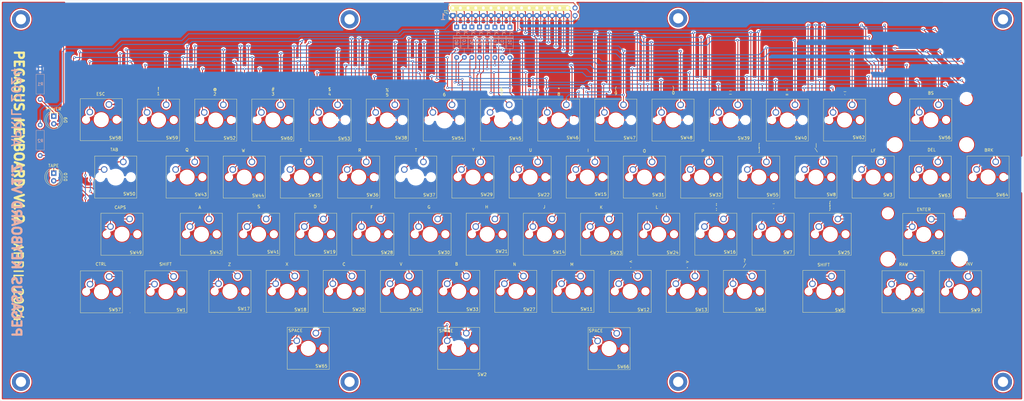
<source format=kicad_pcb>
(kicad_pcb (version 20171130) (host pcbnew "(5.1.0)-1")
  (layers (0 F.Cu signal) (31 B.Cu signal) (34 B.Paste user) (35 F.Paste user) (36 B.SilkS user) (37 F.SilkS user) (38 B.Mask user) (39 F.Mask user) (44 Edge.Cuts user))
  (net 0 "")
  (net 1 "Net-(D1-Pad2)")
  (net 2 "Net-(D1-Pad1)")
  (net 3 "Net-(D2-Pad1)")
  (net 4 "Net-(D3-Pad2)")
  (net 5 "Net-(D3-Pad1)")
  (net 6 "Net-(D4-Pad1)")
  (net 7 "Net-(D5-Pad2)")
  (net 8 "Net-(D5-Pad1)")
  (net 9 "Net-(D6-Pad2)")
  (net 10 "Net-(D6-Pad1)")
  (net 11 "Net-(D7-Pad2)")
  (net 12 "Net-(D7-Pad1)")
  (net 13 "Net-(D8-Pad2)")
  (net 14 "Net-(D8-Pad1)")
  (net 15 +5V)
  (net 16 "Net-(D9-Pad1)")
  (net 17 "Net-(D10-Pad1)")
  (net 18 "Net-(J1-Pad33)")
  (net 19 "Net-(J1-Pad32)")
  (net 20 GND)
  (net 21 "Net-(J1-Pad30)")
  (net 22 "Net-(J1-Pad28)")
  (net 23 "Net-(J1-Pad26)")
  (net 24 "Net-(J1-Pad24)")
  (net 25 "Net-(J1-Pad22)")
  (net 26 "Net-(J1-Pad20)")
  (net 27 "Net-(J1-Pad18)")
  (net 28 7-9)
  (net 29 "Net-(D4-Pad2)")
  (module Button_Switch_Keyboard:SW_Cherry_MX_1.00u_PCB (layer F.Cu) (at 99.75 123.5)
    (fp_text reference SW2 (at 5.25 13.76) (layer F.SilkS))
    (fp_text value SPACE)
    (pad "" np_thru_hole circle (at 2.54 5.08) (size 1.7 1.7) (drill 1.7) (layers *.Cu *.Mask))
    (pad "" np_thru_hole circle (at -7.62 5.08) (size 1.7 1.7) (drill 1.7) (layers *.Cu *.Mask))
    (pad "" np_thru_hole circle (at -2.54 5.08) (size 4 4) (drill 4) (layers *.Cu *.Mask))
    (pad 2 thru_hole circle (at -6.35 2.54) (size 2.2 2.2) (drill 1.5) (layers *.Cu *.Mask) (net 28 7-9))
    (pad 1 thru_hole circle (at 0 0) (size 2.2 2.2) (drill 1.5) (layers *.Cu *.Mask) (net 27 "Net-(J1-Pad18)"))
  )
  (module Resistor_THT:R_Axial_DIN0207_L6.3mm_D2.5mm_P10.16mm_Horizontal (layer B.Cu) (at -41.87 54.22 270)
    (fp_text reference R2 (at 5.31 -0.06 180) (layer B.SilkS) (effects (justify mirror)))
    (fp_text value 470R)
    (pad 2 thru_hole oval (at 10.16 0 270) (size 1.6 1.6) (drill 0.8) (layers *.Cu *.Mask) (net 17 "Net-(D10-Pad1)"))
    (pad 1 thru_hole circle (at 0 0 270) (size 1.6 1.6) (drill 0.8) (layers *.Cu *.Mask) (net 18 "Net-(J1-Pad33)"))
  )
  (module Resistor_THT:R_Axial_DIN0207_L6.3mm_D2.5mm_P10.16mm_Horizontal (layer B.Cu) (at -41.87 35.56 270)
    (fp_text reference R1 (at 5.07 -0.06 180) (layer B.SilkS) (effects (justify mirror)))
    (fp_text value 470R)
    (pad 2 thru_hole oval (at 10.16 0 270) (size 1.6 1.6) (drill 0.8) (layers *.Cu *.Mask) (net 16 "Net-(D9-Pad1)"))
    (pad 1 thru_hole circle (at 0 0 270) (size 1.6 1.6) (drill 0.8) (layers *.Cu *.Mask) (net 20 GND))
  )
  (module Connector_PinHeader_2.54mm:PinHeader_2x17_P2.54mm_Vertical (layer F.Cu) (at 95.26 17.83 90)
    (fp_text reference J1 (at 1.27 -2.33 90) (layer F.SilkS))
    (fp_text value Conn_02x17_Odd_Even)
    (pad 34 thru_hole oval (at 2.54 40.64 90) (size 1.7 1.7) (drill 1) (layers *.Cu *.Mask) (net 15 +5V))
    (pad 33 thru_hole oval (at 0 40.64 90) (size 1.7 1.7) (drill 1) (layers *.Cu *.Mask) (net 18 "Net-(J1-Pad33)"))
    (pad 32 thru_hole oval (at 2.54 38.1 90) (size 1.7 1.7) (drill 1) (layers *.Cu *.Mask) (net 19 "Net-(J1-Pad32)"))
    (pad 31 thru_hole oval (at 0 38.1 90) (size 1.7 1.7) (drill 1) (layers *.Cu *.Mask) (net 20 GND))
    (pad 30 thru_hole oval (at 2.54 35.56 90) (size 1.7 1.7) (drill 1) (layers *.Cu *.Mask) (net 21 "Net-(J1-Pad30)"))
    (pad 29 thru_hole oval (at 0 35.56 90) (size 1.7 1.7) (drill 1) (layers *.Cu *.Mask) (net 20 GND))
    (pad 28 thru_hole oval (at 2.54 33.02 90) (size 1.7 1.7) (drill 1) (layers *.Cu *.Mask) (net 22 "Net-(J1-Pad28)"))
    (pad 27 thru_hole oval (at 0 33.02 90) (size 1.7 1.7) (drill 1) (layers *.Cu *.Mask) (net 20 GND))
    (pad 26 thru_hole oval (at 2.54 30.48 90) (size 1.7 1.7) (drill 1) (layers *.Cu *.Mask) (net 23 "Net-(J1-Pad26)"))
    (pad 25 thru_hole oval (at 0 30.48 90) (size 1.7 1.7) (drill 1) (layers *.Cu *.Mask) (net 20 GND))
    (pad 24 thru_hole oval (at 2.54 27.94 90) (size 1.7 1.7) (drill 1) (layers *.Cu *.Mask) (net 24 "Net-(J1-Pad24)"))
    (pad 23 thru_hole oval (at 0 27.94 90) (size 1.7 1.7) (drill 1) (layers *.Cu *.Mask) (net 20 GND))
    (pad 22 thru_hole oval (at 2.54 25.4 90) (size 1.7 1.7) (drill 1) (layers *.Cu *.Mask) (net 25 "Net-(J1-Pad22)"))
    (pad 21 thru_hole oval (at 0 25.4 90) (size 1.7 1.7) (drill 1) (layers *.Cu *.Mask) (net 20 GND))
    (pad 20 thru_hole oval (at 2.54 22.86 90) (size 1.7 1.7) (drill 1) (layers *.Cu *.Mask) (net 26 "Net-(J1-Pad20)"))
    (pad 19 thru_hole oval (at 0 22.86 90) (size 1.7 1.7) (drill 1) (layers *.Cu *.Mask) (net 20 GND))
    (pad 18 thru_hole oval (at 2.54 20.32 90) (size 1.7 1.7) (drill 1) (layers *.Cu *.Mask) (net 27 "Net-(J1-Pad18)"))
    (pad 17 thru_hole oval (at 0 20.32 90) (size 1.7 1.7) (drill 1) (layers *.Cu *.Mask) (net 20 GND))
    (pad 16 thru_hole oval (at 2.54 17.78 90) (size 1.7 1.7) (drill 1) (layers *.Cu *.Mask) (net 2 "Net-(D1-Pad1)"))
    (pad 15 thru_hole oval (at 0 17.78 90) (size 1.7 1.7) (drill 1) (layers *.Cu *.Mask) (net 20 GND))
    (pad 14 thru_hole oval (at 2.54 15.24 90) (size 1.7 1.7) (drill 1) (layers *.Cu *.Mask) (net 3 "Net-(D2-Pad1)"))
    (pad 13 thru_hole oval (at 0 15.24 90) (size 1.7 1.7) (drill 1) (layers *.Cu *.Mask) (net 20 GND))
    (pad 12 thru_hole oval (at 2.54 12.7 90) (size 1.7 1.7) (drill 1) (layers *.Cu *.Mask) (net 5 "Net-(D3-Pad1)"))
    (pad 11 thru_hole oval (at 0 12.7 90) (size 1.7 1.7) (drill 1) (layers *.Cu *.Mask) (net 20 GND))
    (pad 10 thru_hole oval (at 2.54 10.16 90) (size 1.7 1.7) (drill 1) (layers *.Cu *.Mask) (net 6 "Net-(D4-Pad1)"))
    (pad 9 thru_hole oval (at 0 10.16 90) (size 1.7 1.7) (drill 1) (layers *.Cu *.Mask) (net 20 GND))
    (pad 8 thru_hole oval (at 2.54 7.62 90) (size 1.7 1.7) (drill 1) (layers *.Cu *.Mask) (net 8 "Net-(D5-Pad1)"))
    (pad 7 thru_hole oval (at 0 7.62 90) (size 1.7 1.7) (drill 1) (layers *.Cu *.Mask) (net 20 GND))
    (pad 6 thru_hole oval (at 2.54 5.08 90) (size 1.7 1.7) (drill 1) (layers *.Cu *.Mask) (net 10 "Net-(D6-Pad1)"))
    (pad 5 thru_hole oval (at 0 5.08 90) (size 1.7 1.7) (drill 1) (layers *.Cu *.Mask) (net 20 GND))
    (pad 4 thru_hole oval (at 2.54 2.54 90) (size 1.7 1.7) (drill 1) (layers *.Cu *.Mask) (net 12 "Net-(D7-Pad1)"))
    (pad 3 thru_hole oval (at 0 2.54 90) (size 1.7 1.7) (drill 1) (layers *.Cu *.Mask) (net 20 GND))
    (pad 2 thru_hole oval (at 2.54 0 90) (size 1.7 1.7) (drill 1) (layers *.Cu *.Mask) (net 14 "Net-(D8-Pad1)"))
    (pad 1 thru_hole rect (at 0 0 90) (size 1.7 1.7) (drill 1) (layers *.Cu *.Mask) (net 20 GND))
  )
  (module LED_THT:LED_D5.0mm (layer F.Cu) (at -37.37 70.26 270)
    (fp_text reference D10 (at 1.27 -3.96 270) (layer F.SilkS))
    (fp_text value "TAPE LED")
    (pad 2 thru_hole circle (at 2.54 0 270) (size 1.8 1.8) (drill 0.9) (layers *.Cu *.Mask) (net 15 +5V))
    (pad 1 thru_hole rect (at 0 0 270) (size 1.8 1.8) (drill 0.9) (layers *.Cu *.Mask) (net 17 "Net-(D10-Pad1)"))
  )
  (module LED_THT:LED_D5.0mm (layer F.Cu) (at -37.34 51.3 270)
    (fp_text reference D9 (at 1.27 -3.96 270) (layer F.SilkS))
    (fp_text value "POWER LED")
    (pad 2 thru_hole circle (at 2.54 0 270) (size 1.8 1.8) (drill 0.9) (layers *.Cu *.Mask) (net 15 +5V))
    (pad 1 thru_hole rect (at 0 0 270) (size 1.8 1.8) (drill 0.9) (layers *.Cu *.Mask) (net 16 "Net-(D9-Pad1)"))
  )
  (module Button_Switch_Keyboard:SW_Cherry_MX_2.25u_PCB (layer F.Cu) (at 254.3048 85.5472)
    (fp_text reference SW10 (at 2.0352 11.1128) (layer F.SilkS))
    (fp_text value RETURN)
    (pad "" np_thru_hole circle (at 9.36 -1.92) (size 3.05 3.05) (drill 3.05) (layers *.Cu *.Mask))
    (pad "" np_thru_hole circle (at -14.44 -1.92) (size 3.05 3.05) (drill 3.05) (layers *.Cu *.Mask))
    (pad "" np_thru_hole circle (at -14.44 13.32) (size 4 4) (drill 4) (layers *.Cu *.Mask))
    (pad "" np_thru_hole circle (at 9.36 13.32) (size 4 4) (drill 4) (layers *.Cu *.Mask))
    (pad "" np_thru_hole circle (at 2.54 5.08) (size 1.7 1.7) (drill 1.7) (layers *.Cu *.Mask))
    (pad "" np_thru_hole circle (at -7.62 5.08) (size 1.7 1.7) (drill 1.7) (layers *.Cu *.Mask))
    (pad "" np_thru_hole circle (at -2.54 5.08) (size 4 4) (drill 4) (layers *.Cu *.Mask))
    (pad 2 thru_hole circle (at -6.35 2.54) (size 2.2 2.2) (drill 1.5) (layers *.Cu *.Mask) (net 28 7-9))
    (pad 1 thru_hole circle (at 0 0) (size 2.2 2.2) (drill 1.5) (layers *.Cu *.Mask) (net 26 "Net-(J1-Pad20)"))
  )
  (module Button_Switch_Keyboard:SW_Cherry_MX_1.00u_PCB (layer F.Cu) (at 49.7663 123.4821)
    (fp_text reference SW65 (at 1.8337 10.9679) (layer F.SilkS))
    (fp_text value Lspace)
    (pad "" np_thru_hole circle (at 2.54 5.08) (size 1.7 1.7) (drill 1.7) (layers *.Cu *.Mask))
    (pad "" np_thru_hole circle (at -7.62 5.08) (size 1.7 1.7) (drill 1.7) (layers *.Cu *.Mask))
    (pad "" np_thru_hole circle (at -2.54 5.08) (size 4 4) (drill 4) (layers *.Cu *.Mask))
    (pad 2 thru_hole circle (at -6.35 2.54) (size 2.2 2.2) (drill 1.5) (layers *.Cu *.Mask) (net 28 7-9))
    (pad 1 thru_hole circle (at 0 0) (size 2.2 2.2) (drill 1.5) (layers *.Cu *.Mask) (net 27 "Net-(J1-Pad18)"))
  )
  (module Button_Switch_Keyboard:SW_Cherry_MX_1.25u_PCB (layer F.Cu) (at -12.15 85.5)
    (fp_text reference SW49 (at 2.06 11.19) (layer F.SilkS))
    (fp_text value CAPS)
    (pad 1 thru_hole circle (at 0 0) (size 2.2 2.2) (drill 1.5) (layers *.Cu *.Mask) (net 21 "Net-(J1-Pad30)"))
    (pad 2 thru_hole circle (at -6.35 2.54) (size 2.2 2.2) (drill 1.5) (layers *.Cu *.Mask) (net 1 "Net-(D1-Pad2)"))
    (pad "" np_thru_hole circle (at -2.54 5.08) (size 4 4) (drill 4) (layers *.Cu *.Mask))
    (pad "" np_thru_hole circle (at -7.62 5.08) (size 1.7 1.7) (drill 1.7) (layers *.Cu *.Mask))
    (pad "" np_thru_hole circle (at 2.54 5.08) (size 1.7 1.7) (drill 1.7) (layers *.Cu *.Mask))
  )
  (module Button_Switch_Keyboard:SW_Cherry_MX_1.00u_PCB (layer F.Cu) (at -18.96 104.65)
    (fp_text reference SW57 (at 1.91 11.05) (layer F.SilkS))
    (fp_text value CTRL)
    (pad 1 thru_hole circle (at 0 0) (size 2.2 2.2) (drill 1.5) (layers *.Cu *.Mask) (net 19 "Net-(J1-Pad32)"))
    (pad 2 thru_hole circle (at -6.35 2.54) (size 2.2 2.2) (drill 1.5) (layers *.Cu *.Mask) (net 1 "Net-(D1-Pad2)"))
    (pad "" np_thru_hole circle (at -2.54 5.08) (size 4 4) (drill 4) (layers *.Cu *.Mask))
    (pad "" np_thru_hole circle (at -7.62 5.08) (size 1.7 1.7) (drill 1.7) (layers *.Cu *.Mask))
    (pad "" np_thru_hole circle (at 2.54 5.08) (size 1.7 1.7) (drill 1.7) (layers *.Cu *.Mask))
  )
  (module Button_Switch_Keyboard:SW_Cherry_MX_1.00u_PCB (layer F.Cu) (at 247.44426 104.61498)
    (fp_text reference SW26 (at 2.20574 11.16502) (layer F.SilkS))
    (fp_text value RAW)
    (pad 1 thru_hole circle (at 0 0) (size 2.2 2.2) (drill 1.5) (layers *.Cu *.Mask) (net 24 "Net-(J1-Pad24)"))
    (pad 2 thru_hole circle (at -6.35 2.54) (size 2.2 2.2) (drill 1.5) (layers *.Cu *.Mask) (net 28 7-9))
    (pad "" np_thru_hole circle (at -2.54 5.08) (size 4 4) (drill 4) (layers *.Cu *.Mask))
    (pad "" np_thru_hole circle (at -7.62 5.08) (size 1.7 1.7) (drill 1.7) (layers *.Cu *.Mask))
    (pad "" np_thru_hole circle (at 2.54 5.08) (size 1.7 1.7) (drill 1.7) (layers *.Cu *.Mask))
  )
  (module Button_Switch_Keyboard:SW_Cherry_MX_1.75u_PCB (layer F.Cu) (at 221.13494 104.5337)
    (fp_text reference SW5 (at 2.68506 11.2763) (layer F.SilkS))
    (fp_text value "RH SHIFT")
    (pad "" np_thru_hole circle (at 2.54 5.08) (size 1.7 1.7) (drill 1.7) (layers *.Cu *.Mask))
    (pad "" np_thru_hole circle (at -7.62 5.08) (size 1.7 1.7) (drill 1.7) (layers *.Cu *.Mask))
    (pad "" np_thru_hole circle (at -2.54 5.08) (size 4 4) (drill 4) (layers *.Cu *.Mask))
    (pad 2 thru_hole circle (at -6.35 2.54) (size 2.2 2.2) (drill 1.5) (layers *.Cu *.Mask) (net 7 "Net-(D5-Pad2)"))
    (pad 1 thru_hole circle (at 0 0) (size 2.2 2.2) (drill 1.5) (layers *.Cu *.Mask) (net 27 "Net-(J1-Pad18)"))
  )
  (module Button_Switch_Keyboard:SW_Cherry_MX_1.75u_PCB (layer F.Cu) (at 2.47302 104.63022)
    (fp_text reference SW1 (at 2.49698 11.14978) (layer F.SilkS))
    (fp_text value "LH SHIFT")
    (pad "" np_thru_hole circle (at 2.54 5.08) (size 1.7 1.7) (drill 1.7) (layers *.Cu *.Mask))
    (pad "" np_thru_hole circle (at -7.62 5.08) (size 1.7 1.7) (drill 1.7) (layers *.Cu *.Mask))
    (pad "" np_thru_hole circle (at -2.54 5.08) (size 4 4) (drill 4) (layers *.Cu *.Mask))
    (pad 2 thru_hole circle (at -6.35 2.54) (size 2.2 2.2) (drill 1.5) (layers *.Cu *.Mask) (net 1 "Net-(D1-Pad2)"))
    (pad 1 thru_hole circle (at 0 0) (size 2.2 2.2) (drill 1.5) (layers *.Cu *.Mask) (net 27 "Net-(J1-Pad18)"))
  )
  (module Button_Switch_Keyboard:SW_Cherry_MX_1.50u_PCB (layer F.Cu) (at -14.25 66.5)
    (fp_text reference SW50 (at 2.01 10.66) (layer F.SilkS))
    (fp_text value TAB)
    (pad "" np_thru_hole circle (at 2.54 5.08) (size 1.7 1.7) (drill 1.7) (layers *.Cu *.Mask))
    (pad "" np_thru_hole circle (at -7.62 5.08) (size 1.7 1.7) (drill 1.7) (layers *.Cu *.Mask))
    (pad "" np_thru_hole circle (at -2.54 5.08) (size 4 4) (drill 4) (layers *.Cu *.Mask))
    (pad 2 thru_hole circle (at -6.35 2.54) (size 2.2 2.2) (drill 1.5) (layers *.Cu *.Mask) (net 28 7-9))
    (pad 1 thru_hole circle (at 0 0) (size 2.2 2.2) (drill 1.5) (layers *.Cu *.Mask) (net 21 "Net-(J1-Pad30)"))
  )
  (module Button_Switch_Keyboard:SW_Cherry_MX_2.00u_PCB (layer F.Cu) (at 256.6797 47.4599)
    (fp_text reference SW56 (at 2.0503 10.9901) (layer F.SilkS))
    (fp_text value BS)
    (pad "" np_thru_hole circle (at 9.36 -1.92) (size 3.05 3.05) (drill 3.05) (layers *.Cu *.Mask))
    (pad "" np_thru_hole circle (at -14.44 -1.92) (size 3.05 3.05) (drill 3.05) (layers *.Cu *.Mask))
    (pad "" np_thru_hole circle (at -14.44 13.32) (size 4 4) (drill 4) (layers *.Cu *.Mask))
    (pad "" np_thru_hole circle (at 9.36 13.32) (size 4 4) (drill 4) (layers *.Cu *.Mask))
    (pad "" np_thru_hole circle (at 2.54 5.08) (size 1.7 1.7) (drill 1.7) (layers *.Cu *.Mask))
    (pad "" np_thru_hole circle (at -7.62 5.08) (size 1.7 1.7) (drill 1.7) (layers *.Cu *.Mask))
    (pad "" np_thru_hole circle (at -2.54 5.08) (size 4 4) (drill 4) (layers *.Cu *.Mask))
    (pad 2 thru_hole circle (at -6.35 2.54) (size 2.2 2.2) (drill 1.5) (layers *.Cu *.Mask) (net 13 "Net-(D8-Pad2)"))
    (pad 1 thru_hole circle (at 0 0) (size 2.2 2.2) (drill 1.5) (layers *.Cu *.Mask) (net 21 "Net-(J1-Pad30)"))
  )
  (module Button_Switch_Keyboard:SW_Cherry_MX_1.00u_PCB (layer F.Cu) (at 149.7507 123.5456)
    (fp_text reference SW66 (at 2.1593 11.1244) (layer F.SilkS))
    (fp_text value Rspace)
    (pad "" np_thru_hole circle (at 2.54 5.08) (size 1.7 1.7) (drill 1.7) (layers *.Cu *.Mask))
    (pad "" np_thru_hole circle (at -7.62 5.08) (size 1.7 1.7) (drill 1.7) (layers *.Cu *.Mask))
    (pad "" np_thru_hole circle (at -2.54 5.08) (size 4 4) (drill 4) (layers *.Cu *.Mask))
    (pad 2 thru_hole circle (at -6.35 2.54) (size 2.2 2.2) (drill 1.5) (layers *.Cu *.Mask) (net 28 7-9))
    (pad 1 thru_hole circle (at 0 0) (size 2.2 2.2) (drill 1.5) (layers *.Cu *.Mask) (net 27 "Net-(J1-Pad18)"))
  )
  (module Button_Switch_Keyboard:SW_Cherry_MX_1.00u_PCB (layer F.Cu) (at 275.71 66.47)
    (fp_text reference SW64 (at 2.15 11.01) (layer F.SilkS))
    (fp_text value BRK)
    (pad "" np_thru_hole circle (at 2.54 5.08) (size 1.7 1.7) (drill 1.7) (layers *.Cu *.Mask))
    (pad "" np_thru_hole circle (at -7.62 5.08) (size 1.7 1.7) (drill 1.7) (layers *.Cu *.Mask))
    (pad "" np_thru_hole circle (at -2.54 5.08) (size 4 4) (drill 4) (layers *.Cu *.Mask))
    (pad 2 thru_hole circle (at -6.35 2.54) (size 2.2 2.2) (drill 1.5) (layers *.Cu *.Mask) (net 13 "Net-(D8-Pad2)"))
    (pad 1 thru_hole circle (at 0 0) (size 2.2 2.2) (drill 1.5) (layers *.Cu *.Mask) (net 19 "Net-(J1-Pad32)"))
  )
  (module Button_Switch_Keyboard:SW_Cherry_MX_1.00u_PCB (layer F.Cu) (at 256.5 66.5)
    (fp_text reference SW63 (at 2.17 11.15) (layer F.SilkS))
    (fp_text value DEL)
    (pad "" np_thru_hole circle (at 2.54 5.08) (size 1.7 1.7) (drill 1.7) (layers *.Cu *.Mask))
    (pad "" np_thru_hole circle (at -7.62 5.08) (size 1.7 1.7) (drill 1.7) (layers *.Cu *.Mask))
    (pad "" np_thru_hole circle (at -2.54 5.08) (size 4 4) (drill 4) (layers *.Cu *.Mask))
    (pad 2 thru_hole circle (at -6.35 2.54) (size 2.2 2.2) (drill 1.5) (layers *.Cu *.Mask) (net 11 "Net-(D7-Pad2)"))
    (pad 1 thru_hole circle (at 0 0) (size 2.2 2.2) (drill 1.5) (layers *.Cu *.Mask) (net 19 "Net-(J1-Pad32)"))
  )
  (module Button_Switch_Keyboard:SW_Cherry_MX_1.00u_PCB (layer F.Cu) (at 228 47.5)
    (fp_text reference SW62 (at 2.18 10.89) (layer F.SilkS))
    (fp_text value "~ & `")
    (pad "" np_thru_hole circle (at 2.54 5.08) (size 1.7 1.7) (drill 1.7) (layers *.Cu *.Mask))
    (pad "" np_thru_hole circle (at -7.62 5.08) (size 1.7 1.7) (drill 1.7) (layers *.Cu *.Mask))
    (pad "" np_thru_hole circle (at -2.54 5.08) (size 4 4) (drill 4) (layers *.Cu *.Mask))
    (pad 2 thru_hole circle (at -6.35 2.54) (size 2.2 2.2) (drill 1.5) (layers *.Cu *.Mask) (net 9 "Net-(D6-Pad2)"))
    (pad 1 thru_hole circle (at 0 0) (size 2.2 2.2) (drill 1.5) (layers *.Cu *.Mask) (net 19 "Net-(J1-Pad32)"))
  )
  (module Button_Switch_Keyboard:SW_Cherry_MX_1.00u_PCB (layer F.Cu) (at 38 47.5)
    (fp_text reference SW60 (at 2.07 11.15) (layer F.SilkS))
    (fp_text value "3 & #")
    (pad "" np_thru_hole circle (at 2.54 5.08) (size 1.7 1.7) (drill 1.7) (layers *.Cu *.Mask))
    (pad "" np_thru_hole circle (at -7.62 5.08) (size 1.7 1.7) (drill 1.7) (layers *.Cu *.Mask))
    (pad "" np_thru_hole circle (at -2.54 5.08) (size 4 4) (drill 4) (layers *.Cu *.Mask))
    (pad 2 thru_hole circle (at -6.35 2.54) (size 2.2 2.2) (drill 1.5) (layers *.Cu *.Mask) (net 29 "Net-(D4-Pad2)"))
    (pad 1 thru_hole circle (at 0 0) (size 2.2 2.2) (drill 1.5) (layers *.Cu *.Mask) (net 19 "Net-(J1-Pad32)"))
  )
  (module Button_Switch_Keyboard:SW_Cherry_MX_1.00u_PCB (layer F.Cu) (at 0 47.5)
    (fp_text reference SW59 (at 1.95 11.01) (layer F.SilkS))
    (fp_text value "1 & !")
    (pad "" np_thru_hole circle (at 2.54 5.08) (size 1.7 1.7) (drill 1.7) (layers *.Cu *.Mask))
    (pad "" np_thru_hole circle (at -7.62 5.08) (size 1.7 1.7) (drill 1.7) (layers *.Cu *.Mask))
    (pad "" np_thru_hole circle (at -2.54 5.08) (size 4 4) (drill 4) (layers *.Cu *.Mask))
    (pad 2 thru_hole circle (at -6.35 2.54) (size 2.2 2.2) (drill 1.5) (layers *.Cu *.Mask) (net 4 "Net-(D3-Pad2)"))
    (pad 1 thru_hole circle (at 0 0) (size 2.2 2.2) (drill 1.5) (layers *.Cu *.Mask) (net 19 "Net-(J1-Pad32)"))
  )
  (module Button_Switch_Keyboard:SW_Cherry_MX_1.00u_PCB (layer F.Cu) (at -19.02 47.39)
    (fp_text reference SW58 (at 2.0603 11.1401) (layer F.SilkS))
    (fp_text value ESC)
    (pad "" np_thru_hole circle (at 2.54 5.08) (size 1.7 1.7) (drill 1.7) (layers *.Cu *.Mask))
    (pad "" np_thru_hole circle (at -7.62 5.08) (size 1.7 1.7) (drill 1.7) (layers *.Cu *.Mask))
    (pad "" np_thru_hole circle (at -2.54 5.08) (size 4 4) (drill 4) (layers *.Cu *.Mask))
    (pad 2 thru_hole circle (at -6.35 2.54) (size 2.2 2.2) (drill 1.5) (layers *.Cu *.Mask) (net 28 7-9))
    (pad 1 thru_hole circle (at 0 0) (size 2.2 2.2) (drill 1.5) (layers *.Cu *.Mask) (net 19 "Net-(J1-Pad32)"))
  )
  (module Button_Switch_Keyboard:SW_Cherry_MX_1.00u_PCB (layer F.Cu) (at 199.5 66.5)
    (fp_text reference SW55 (at 2.05 10.99) (layer F.SilkS))
    (fp_text value "] & [")
    (pad "" np_thru_hole circle (at 2.54 5.08) (size 1.7 1.7) (drill 1.7) (layers *.Cu *.Mask))
    (pad "" np_thru_hole circle (at -7.62 5.08) (size 1.7 1.7) (drill 1.7) (layers *.Cu *.Mask))
    (pad "" np_thru_hole circle (at -2.54 5.08) (size 4 4) (drill 4) (layers *.Cu *.Mask))
    (pad 2 thru_hole circle (at -6.35 2.54) (size 2.2 2.2) (drill 1.5) (layers *.Cu *.Mask) (net 11 "Net-(D7-Pad2)"))
    (pad 1 thru_hole circle (at 0 0) (size 2.2 2.2) (drill 1.5) (layers *.Cu *.Mask) (net 21 "Net-(J1-Pad30)"))
  )
  (module Button_Switch_Keyboard:SW_Cherry_MX_1.00u_PCB (layer F.Cu) (at 95 47.5)
    (fp_text reference SW54 (at 1.88 11.12) (layer F.SilkS))
    (fp_text value "6 & ^")
    (pad "" np_thru_hole circle (at 2.54 5.08) (size 1.7 1.7) (drill 1.7) (layers *.Cu *.Mask))
    (pad "" np_thru_hole circle (at -7.62 5.08) (size 1.7 1.7) (drill 1.7) (layers *.Cu *.Mask))
    (pad "" np_thru_hole circle (at -2.54 5.08) (size 4 4) (drill 4) (layers *.Cu *.Mask))
    (pad 2 thru_hole circle (at -6.35 2.54) (size 2.2 2.2) (drill 1.5) (layers *.Cu *.Mask) (net 9 "Net-(D6-Pad2)"))
    (pad 1 thru_hole circle (at 0 0) (size 2.2 2.2) (drill 1.5) (layers *.Cu *.Mask) (net 21 "Net-(J1-Pad30)"))
  )
  (module Button_Switch_Keyboard:SW_Cherry_MX_1.00u_PCB (layer F.Cu) (at 57 47.5)
    (fp_text reference SW53 (at 2.13 11.23) (layer F.SilkS))
    (fp_text value "4 & $")
    (pad "" np_thru_hole circle (at 2.54 5.08) (size 1.7 1.7) (drill 1.7) (layers *.Cu *.Mask))
    (pad "" np_thru_hole circle (at -7.62 5.08) (size 1.7 1.7) (drill 1.7) (layers *.Cu *.Mask))
    (pad "" np_thru_hole circle (at -2.54 5.08) (size 4 4) (drill 4) (layers *.Cu *.Mask))
    (pad 2 thru_hole circle (at -6.35 2.54) (size 2.2 2.2) (drill 1.5) (layers *.Cu *.Mask) (net 7 "Net-(D5-Pad2)"))
    (pad 1 thru_hole circle (at 0 0) (size 2.2 2.2) (drill 1.5) (layers *.Cu *.Mask) (net 21 "Net-(J1-Pad30)"))
  )
  (module Button_Switch_Keyboard:SW_Cherry_MX_1.00u_PCB (layer F.Cu) (at 19 47.5)
    (fp_text reference SW52 (at 2.08 11.08) (layer F.SilkS))
    (fp_text value "2 & @")
    (pad "" np_thru_hole circle (at 2.54 5.08) (size 1.7 1.7) (drill 1.7) (layers *.Cu *.Mask))
    (pad "" np_thru_hole circle (at -7.62 5.08) (size 1.7 1.7) (drill 1.7) (layers *.Cu *.Mask))
    (pad "" np_thru_hole circle (at -2.54 5.08) (size 4 4) (drill 4) (layers *.Cu *.Mask))
    (pad 2 thru_hole circle (at -6.35 2.54) (size 2.2 2.2) (drill 1.5) (layers *.Cu *.Mask) (net 29 "Net-(D4-Pad2)"))
    (pad 1 thru_hole circle (at 0 0) (size 2.2 2.2) (drill 1.5) (layers *.Cu *.Mask) (net 21 "Net-(J1-Pad30)"))
  )
  (module Button_Switch_Keyboard:SW_Cherry_MX_1.00u_PCB (layer F.Cu) (at 171 47.5)
    (fp_text reference SW48 (at 1.94 10.98) (layer F.SilkS))
    (fp_text value "0 & )")
    (pad "" np_thru_hole circle (at 2.54 5.08) (size 1.7 1.7) (drill 1.7) (layers *.Cu *.Mask))
    (pad "" np_thru_hole circle (at -7.62 5.08) (size 1.7 1.7) (drill 1.7) (layers *.Cu *.Mask))
    (pad "" np_thru_hole circle (at -2.54 5.08) (size 4 4) (drill 4) (layers *.Cu *.Mask))
    (pad 2 thru_hole circle (at -6.35 2.54) (size 2.2 2.2) (drill 1.5) (layers *.Cu *.Mask) (net 13 "Net-(D8-Pad2)"))
    (pad 1 thru_hole circle (at 0 0) (size 2.2 2.2) (drill 1.5) (layers *.Cu *.Mask) (net 22 "Net-(J1-Pad28)"))
  )
  (module Button_Switch_Keyboard:SW_Cherry_MX_1.00u_PCB (layer F.Cu) (at 152 47.5)
    (fp_text reference SW47 (at 2.01 11.04) (layer F.SilkS))
    (fp_text value "9 & (")
    (pad "" np_thru_hole circle (at 2.54 5.08) (size 1.7 1.7) (drill 1.7) (layers *.Cu *.Mask))
    (pad "" np_thru_hole circle (at -7.62 5.08) (size 1.7 1.7) (drill 1.7) (layers *.Cu *.Mask))
    (pad "" np_thru_hole circle (at -2.54 5.08) (size 4 4) (drill 4) (layers *.Cu *.Mask))
    (pad 2 thru_hole circle (at -6.35 2.54) (size 2.2 2.2) (drill 1.5) (layers *.Cu *.Mask) (net 11 "Net-(D7-Pad2)"))
    (pad 1 thru_hole circle (at 0 0) (size 2.2 2.2) (drill 1.5) (layers *.Cu *.Mask) (net 22 "Net-(J1-Pad28)"))
  )
  (module Button_Switch_Keyboard:SW_Cherry_MX_1.00u_PCB (layer F.Cu) (at 133 47.5)
    (fp_text reference SW46 (at 2.08 10.96) (layer F.SilkS))
    (fp_text value "8 & *")
    (pad "" np_thru_hole circle (at 2.54 5.08) (size 1.7 1.7) (drill 1.7) (layers *.Cu *.Mask))
    (pad "" np_thru_hole circle (at -7.62 5.08) (size 1.7 1.7) (drill 1.7) (layers *.Cu *.Mask))
    (pad "" np_thru_hole circle (at -2.54 5.08) (size 4 4) (drill 4) (layers *.Cu *.Mask))
    (pad 2 thru_hole circle (at -6.35 2.54) (size 2.2 2.2) (drill 1.5) (layers *.Cu *.Mask) (net 9 "Net-(D6-Pad2)"))
    (pad 1 thru_hole circle (at 0 0) (size 2.2 2.2) (drill 1.5) (layers *.Cu *.Mask) (net 22 "Net-(J1-Pad28)"))
  )
  (module Button_Switch_Keyboard:SW_Cherry_MX_1.00u_PCB (layer F.Cu) (at 114 47.5)
    (fp_text reference SW45 (at 2.04 11.2) (layer F.SilkS))
    (fp_text value "7 & &")
    (pad "" np_thru_hole circle (at 2.54 5.08) (size 1.7 1.7) (drill 1.7) (layers *.Cu *.Mask))
    (pad "" np_thru_hole circle (at -7.62 5.08) (size 1.7 1.7) (drill 1.7) (layers *.Cu *.Mask))
    (pad "" np_thru_hole circle (at -2.54 5.08) (size 4 4) (drill 4) (layers *.Cu *.Mask))
    (pad 2 thru_hole circle (at -6.35 2.54) (size 2.2 2.2) (drill 1.5) (layers *.Cu *.Mask) (net 7 "Net-(D5-Pad2)"))
    (pad 1 thru_hole circle (at 0 0) (size 2.2 2.2) (drill 1.5) (layers *.Cu *.Mask) (net 22 "Net-(J1-Pad28)"))
  )
  (module Button_Switch_Keyboard:SW_Cherry_MX_1.00u_PCB (layer F.Cu) (at 28.5 66.5)
    (fp_text reference SW44 (at 2.07 11.22) (layer F.SilkS))
    (fp_text value W)
    (pad "" np_thru_hole circle (at 2.54 5.08) (size 1.7 1.7) (drill 1.7) (layers *.Cu *.Mask))
    (pad "" np_thru_hole circle (at -7.62 5.08) (size 1.7 1.7) (drill 1.7) (layers *.Cu *.Mask))
    (pad "" np_thru_hole circle (at -2.54 5.08) (size 4 4) (drill 4) (layers *.Cu *.Mask))
    (pad 2 thru_hole circle (at -6.35 2.54) (size 2.2 2.2) (drill 1.5) (layers *.Cu *.Mask) (net 29 "Net-(D4-Pad2)"))
    (pad 1 thru_hole circle (at 0 0) (size 2.2 2.2) (drill 1.5) (layers *.Cu *.Mask) (net 22 "Net-(J1-Pad28)"))
  )
  (module Button_Switch_Keyboard:SW_Cherry_MX_1.00u_PCB (layer F.Cu) (at 9.5 66.5)
    (fp_text reference SW43 (at 1.99 10.88) (layer F.SilkS))
    (fp_text value Q)
    (pad "" np_thru_hole circle (at 2.54 5.08) (size 1.7 1.7) (drill 1.7) (layers *.Cu *.Mask))
    (pad "" np_thru_hole circle (at -7.62 5.08) (size 1.7 1.7) (drill 1.7) (layers *.Cu *.Mask))
    (pad "" np_thru_hole circle (at -2.54 5.08) (size 4 4) (drill 4) (layers *.Cu *.Mask))
    (pad 2 thru_hole circle (at -6.35 2.54) (size 2.2 2.2) (drill 1.5) (layers *.Cu *.Mask) (net 4 "Net-(D3-Pad2)"))
    (pad 1 thru_hole circle (at 0 0) (size 2.2 2.2) (drill 1.5) (layers *.Cu *.Mask) (net 22 "Net-(J1-Pad28)"))
  )
  (module Button_Switch_Keyboard:SW_Cherry_MX_1.00u_PCB (layer F.Cu) (at 14.25 85.5)
    (fp_text reference SW42 (at 2.25 11.13) (layer F.SilkS))
    (fp_text value A)
    (pad "" np_thru_hole circle (at 2.54 5.08) (size 1.7 1.7) (drill 1.7) (layers *.Cu *.Mask))
    (pad "" np_thru_hole circle (at -7.62 5.08) (size 1.7 1.7) (drill 1.7) (layers *.Cu *.Mask))
    (pad "" np_thru_hole circle (at -2.54 5.08) (size 4 4) (drill 4) (layers *.Cu *.Mask))
    (pad 2 thru_hole circle (at -6.35 2.54) (size 2.2 2.2) (drill 1.5) (layers *.Cu *.Mask) (net 28 7-9))
    (pad 1 thru_hole circle (at 0 0) (size 2.2 2.2) (drill 1.5) (layers *.Cu *.Mask) (net 22 "Net-(J1-Pad28)"))
  )
  (module Button_Switch_Keyboard:SW_Cherry_MX_1.00u_PCB (layer F.Cu) (at 33.25 85.5)
    (fp_text reference SW41 (at 2.32 10.97) (layer F.SilkS))
    (fp_text value S)
    (pad "" np_thru_hole circle (at 2.54 5.08) (size 1.7 1.7) (drill 1.7) (layers *.Cu *.Mask))
    (pad "" np_thru_hole circle (at -7.62 5.08) (size 1.7 1.7) (drill 1.7) (layers *.Cu *.Mask))
    (pad "" np_thru_hole circle (at -2.54 5.08) (size 4 4) (drill 4) (layers *.Cu *.Mask))
    (pad 2 thru_hole circle (at -6.35 2.54) (size 2.2 2.2) (drill 1.5) (layers *.Cu *.Mask) (net 1 "Net-(D1-Pad2)"))
    (pad 1 thru_hole circle (at 0 0) (size 2.2 2.2) (drill 1.5) (layers *.Cu *.Mask) (net 22 "Net-(J1-Pad28)"))
  )
  (module Button_Switch_Keyboard:SW_Cherry_MX_1.00u_PCB (layer F.Cu) (at 209 47.5)
    (fp_text reference SW40 (at 1.95 11.05) (layer F.SilkS))
    (fp_text value "= & +")
    (pad "" np_thru_hole circle (at 2.54 5.08) (size 1.7 1.7) (drill 1.7) (layers *.Cu *.Mask))
    (pad "" np_thru_hole circle (at -7.62 5.08) (size 1.7 1.7) (drill 1.7) (layers *.Cu *.Mask))
    (pad "" np_thru_hole circle (at -2.54 5.08) (size 4 4) (drill 4) (layers *.Cu *.Mask))
    (pad 2 thru_hole circle (at -6.35 2.54) (size 2.2 2.2) (drill 1.5) (layers *.Cu *.Mask) (net 13 "Net-(D8-Pad2)"))
    (pad 1 thru_hole circle (at 0 0) (size 2.2 2.2) (drill 1.5) (layers *.Cu *.Mask) (net 23 "Net-(J1-Pad26)"))
  )
  (module Button_Switch_Keyboard:SW_Cherry_MX_1.00u_PCB (layer F.Cu) (at 190 47.5)
    (fp_text reference SW39 (at 1.95 11.12) (layer F.SilkS))
    (fp_text value "- & _")
    (pad "" np_thru_hole circle (at 2.54 5.08) (size 1.7 1.7) (drill 1.7) (layers *.Cu *.Mask))
    (pad "" np_thru_hole circle (at -7.62 5.08) (size 1.7 1.7) (drill 1.7) (layers *.Cu *.Mask))
    (pad "" np_thru_hole circle (at -2.54 5.08) (size 4 4) (drill 4) (layers *.Cu *.Mask))
    (pad 2 thru_hole circle (at -6.35 2.54) (size 2.2 2.2) (drill 1.5) (layers *.Cu *.Mask) (net 11 "Net-(D7-Pad2)"))
    (pad 1 thru_hole circle (at 0 0) (size 2.2 2.2) (drill 1.5) (layers *.Cu *.Mask) (net 23 "Net-(J1-Pad26)"))
  )
  (module Button_Switch_Keyboard:SW_Cherry_MX_1.00u_PCB (layer F.Cu) (at 76 47.5)
    (fp_text reference SW38 (at 2.07 11.03) (layer F.SilkS))
    (fp_text value "5 & %")
    (pad "" np_thru_hole circle (at 2.54 5.08) (size 1.7 1.7) (drill 1.7) (layers *.Cu *.Mask))
    (pad "" np_thru_hole circle (at -7.62 5.08) (size 1.7 1.7) (drill 1.7) (layers *.Cu *.Mask))
    (pad "" np_thru_hole circle (at -2.54 5.08) (size 4 4) (drill 4) (layers *.Cu *.Mask))
    (pad 2 thru_hole circle (at -6.35 2.54) (size 2.2 2.2) (drill 1.5) (layers *.Cu *.Mask) (net 9 "Net-(D6-Pad2)"))
    (pad 1 thru_hole circle (at 0 0) (size 2.2 2.2) (drill 1.5) (layers *.Cu *.Mask) (net 23 "Net-(J1-Pad26)"))
  )
  (module Button_Switch_Keyboard:SW_Cherry_MX_1.00u_PCB (layer F.Cu) (at 85.5 66.5)
    (fp_text reference SW37 (at 1.94 11.01) (layer F.SilkS))
    (fp_text value T)
    (pad "" np_thru_hole circle (at 2.54 5.08) (size 1.7 1.7) (drill 1.7) (layers *.Cu *.Mask))
    (pad "" np_thru_hole circle (at -7.62 5.08) (size 1.7 1.7) (drill 1.7) (layers *.Cu *.Mask))
    (pad "" np_thru_hole circle (at -2.54 5.08) (size 4 4) (drill 4) (layers *.Cu *.Mask))
    (pad 2 thru_hole circle (at -6.35 2.54) (size 2.2 2.2) (drill 1.5) (layers *.Cu *.Mask) (net 7 "Net-(D5-Pad2)"))
    (pad 1 thru_hole circle (at 0 0) (size 2.2 2.2) (drill 1.5) (layers *.Cu *.Mask) (net 23 "Net-(J1-Pad26)"))
  )
  (module Button_Switch_Keyboard:SW_Cherry_MX_1.00u_PCB (layer F.Cu) (at 66.5 66.5)
    (fp_text reference SW36 (at 2.08 11.01) (layer F.SilkS))
    (fp_text value R)
    (pad "" np_thru_hole circle (at 2.54 5.08) (size 1.7 1.7) (drill 1.7) (layers *.Cu *.Mask))
    (pad "" np_thru_hole circle (at -7.62 5.08) (size 1.7 1.7) (drill 1.7) (layers *.Cu *.Mask))
    (pad "" np_thru_hole circle (at -2.54 5.08) (size 4 4) (drill 4) (layers *.Cu *.Mask))
    (pad 2 thru_hole circle (at -6.35 2.54) (size 2.2 2.2) (drill 1.5) (layers *.Cu *.Mask) (net 29 "Net-(D4-Pad2)"))
    (pad 1 thru_hole circle (at 0 0) (size 2.2 2.2) (drill 1.5) (layers *.Cu *.Mask) (net 23 "Net-(J1-Pad26)"))
  )
  (module Button_Switch_Keyboard:SW_Cherry_MX_1.00u_PCB (layer F.Cu) (at 47.5 66.5)
    (fp_text reference SW35 (at 1.81 11.1) (layer F.SilkS))
    (fp_text value E)
    (pad "" np_thru_hole circle (at 2.54 5.08) (size 1.7 1.7) (drill 1.7) (layers *.Cu *.Mask))
    (pad "" np_thru_hole circle (at -7.62 5.08) (size 1.7 1.7) (drill 1.7) (layers *.Cu *.Mask))
    (pad "" np_thru_hole circle (at -2.54 5.08) (size 4 4) (drill 4) (layers *.Cu *.Mask))
    (pad 2 thru_hole circle (at -6.35 2.54) (size 2.2 2.2) (drill 1.5) (layers *.Cu *.Mask) (net 4 "Net-(D3-Pad2)"))
    (pad 1 thru_hole circle (at 0 0) (size 2.2 2.2) (drill 1.5) (layers *.Cu *.Mask) (net 23 "Net-(J1-Pad26)"))
  )
  (module Button_Switch_Keyboard:SW_Cherry_MX_1.00u_PCB (layer F.Cu) (at 80.75 104.5)
    (fp_text reference SW34 (at 2.15 11.12) (layer F.SilkS))
    (fp_text value V)
    (pad "" np_thru_hole circle (at 2.54 5.08) (size 1.7 1.7) (drill 1.7) (layers *.Cu *.Mask))
    (pad "" np_thru_hole circle (at -7.62 5.08) (size 1.7 1.7) (drill 1.7) (layers *.Cu *.Mask))
    (pad "" np_thru_hole circle (at -2.54 5.08) (size 4 4) (drill 4) (layers *.Cu *.Mask))
    (pad 2 thru_hole circle (at -6.35 2.54) (size 2.2 2.2) (drill 1.5) (layers *.Cu *.Mask) (net 28 7-9))
    (pad 1 thru_hole circle (at 0 0) (size 2.2 2.2) (drill 1.5) (layers *.Cu *.Mask) (net 23 "Net-(J1-Pad26)"))
  )
  (module Button_Switch_Keyboard:SW_Cherry_MX_1.00u_PCB (layer F.Cu) (at 99.75 104.5)
    (fp_text reference SW33 (at 2.03 11.08) (layer F.SilkS))
    (fp_text value B)
    (pad "" np_thru_hole circle (at 2.54 5.08) (size 1.7 1.7) (drill 1.7) (layers *.Cu *.Mask))
    (pad "" np_thru_hole circle (at -7.62 5.08) (size 1.7 1.7) (drill 1.7) (layers *.Cu *.Mask))
    (pad "" np_thru_hole circle (at -2.54 5.08) (size 4 4) (drill 4) (layers *.Cu *.Mask))
    (pad 2 thru_hole circle (at -6.35 2.54) (size 2.2 2.2) (drill 1.5) (layers *.Cu *.Mask) (net 1 "Net-(D1-Pad2)"))
    (pad 1 thru_hole circle (at 0 0) (size 2.2 2.2) (drill 1.5) (layers *.Cu *.Mask) (net 23 "Net-(J1-Pad26)"))
  )
  (module Button_Switch_Keyboard:SW_Cherry_MX_1.00u_PCB (layer F.Cu) (at 180.5 66.5)
    (fp_text reference SW32 (at 2.03 10.99) (layer F.SilkS))
    (fp_text value P)
    (pad "" np_thru_hole circle (at 2.54 5.08) (size 1.7 1.7) (drill 1.7) (layers *.Cu *.Mask))
    (pad "" np_thru_hole circle (at -7.62 5.08) (size 1.7 1.7) (drill 1.7) (layers *.Cu *.Mask))
    (pad "" np_thru_hole circle (at -2.54 5.08) (size 4 4) (drill 4) (layers *.Cu *.Mask))
    (pad 2 thru_hole circle (at -6.35 2.54) (size 2.2 2.2) (drill 1.5) (layers *.Cu *.Mask) (net 13 "Net-(D8-Pad2)"))
    (pad 1 thru_hole circle (at 0 0) (size 2.2 2.2) (drill 1.5) (layers *.Cu *.Mask) (net 24 "Net-(J1-Pad24)"))
  )
  (module Button_Switch_Keyboard:SW_Cherry_MX_1.00u_PCB (layer F.Cu) (at 161.5 66.5)
    (fp_text reference SW31 (at 2.01 10.96) (layer F.SilkS))
    (fp_text value O)
    (pad "" np_thru_hole circle (at 2.54 5.08) (size 1.7 1.7) (drill 1.7) (layers *.Cu *.Mask))
    (pad "" np_thru_hole circle (at -7.62 5.08) (size 1.7 1.7) (drill 1.7) (layers *.Cu *.Mask))
    (pad "" np_thru_hole circle (at -2.54 5.08) (size 4 4) (drill 4) (layers *.Cu *.Mask))
    (pad 2 thru_hole circle (at -6.35 2.54) (size 2.2 2.2) (drill 1.5) (layers *.Cu *.Mask) (net 11 "Net-(D7-Pad2)"))
    (pad 1 thru_hole circle (at 0 0) (size 2.2 2.2) (drill 1.5) (layers *.Cu *.Mask) (net 24 "Net-(J1-Pad24)"))
  )
  (module Button_Switch_Keyboard:SW_Cherry_MX_1.00u_PCB (layer F.Cu) (at 90.25 85.5)
    (fp_text reference SW30 (at 2.09 11.16) (layer F.SilkS))
    (fp_text value G)
    (pad "" np_thru_hole circle (at 2.54 5.08) (size 1.7 1.7) (drill 1.7) (layers *.Cu *.Mask))
    (pad "" np_thru_hole circle (at -7.62 5.08) (size 1.7 1.7) (drill 1.7) (layers *.Cu *.Mask))
    (pad "" np_thru_hole circle (at -2.54 5.08) (size 4 4) (drill 4) (layers *.Cu *.Mask))
    (pad 2 thru_hole circle (at -6.35 2.54) (size 2.2 2.2) (drill 1.5) (layers *.Cu *.Mask) (net 9 "Net-(D6-Pad2)"))
    (pad 1 thru_hole circle (at 0 0) (size 2.2 2.2) (drill 1.5) (layers *.Cu *.Mask) (net 24 "Net-(J1-Pad24)"))
  )
  (module Button_Switch_Keyboard:SW_Cherry_MX_1.00u_PCB (layer F.Cu) (at 104.5 66.5)
    (fp_text reference SW29 (at 2.02 10.89) (layer F.SilkS))
    (fp_text value Y)
    (pad "" np_thru_hole circle (at 2.54 5.08) (size 1.7 1.7) (drill 1.7) (layers *.Cu *.Mask))
    (pad "" np_thru_hole circle (at -7.62 5.08) (size 1.7 1.7) (drill 1.7) (layers *.Cu *.Mask))
    (pad "" np_thru_hole circle (at -2.54 5.08) (size 4 4) (drill 4) (layers *.Cu *.Mask))
    (pad 2 thru_hole circle (at -6.35 2.54) (size 2.2 2.2) (drill 1.5) (layers *.Cu *.Mask) (net 7 "Net-(D5-Pad2)"))
    (pad 1 thru_hole circle (at 0 0) (size 2.2 2.2) (drill 1.5) (layers *.Cu *.Mask) (net 24 "Net-(J1-Pad24)"))
  )
  (module Button_Switch_Keyboard:SW_Cherry_MX_1.00u_PCB (layer F.Cu) (at 71.25 85.5)
    (fp_text reference SW28 (at 2.13 11.16) (layer F.SilkS))
    (fp_text value F)
    (pad "" np_thru_hole circle (at 2.54 5.08) (size 1.7 1.7) (drill 1.7) (layers *.Cu *.Mask))
    (pad "" np_thru_hole circle (at -7.62 5.08) (size 1.7 1.7) (drill 1.7) (layers *.Cu *.Mask))
    (pad "" np_thru_hole circle (at -2.54 5.08) (size 4 4) (drill 4) (layers *.Cu *.Mask))
    (pad 2 thru_hole circle (at -6.35 2.54) (size 2.2 2.2) (drill 1.5) (layers *.Cu *.Mask) (net 29 "Net-(D4-Pad2)"))
    (pad 1 thru_hole circle (at 0 0) (size 2.2 2.2) (drill 1.5) (layers *.Cu *.Mask) (net 24 "Net-(J1-Pad24)"))
  )
  (module Button_Switch_Keyboard:SW_Cherry_MX_1.00u_PCB (layer F.Cu) (at 118.75 104.5)
    (fp_text reference SW27 (at 1.93 11.09) (layer F.SilkS))
    (fp_text value N)
    (pad "" np_thru_hole circle (at 2.54 5.08) (size 1.7 1.7) (drill 1.7) (layers *.Cu *.Mask))
    (pad "" np_thru_hole circle (at -7.62 5.08) (size 1.7 1.7) (drill 1.7) (layers *.Cu *.Mask))
    (pad "" np_thru_hole circle (at -2.54 5.08) (size 4 4) (drill 4) (layers *.Cu *.Mask))
    (pad 2 thru_hole circle (at -6.35 2.54) (size 2.2 2.2) (drill 1.5) (layers *.Cu *.Mask) (net 4 "Net-(D3-Pad2)"))
    (pad 1 thru_hole circle (at 0 0) (size 2.2 2.2) (drill 1.5) (layers *.Cu *.Mask) (net 24 "Net-(J1-Pad24)"))
  )
  (module Button_Switch_Keyboard:SW_Cherry_MX_1.00u_PCB (layer F.Cu) (at 223.25 85.5)
    (fp_text reference SW25 (at 2.04 11.21) (layer F.SilkS))
    (fp_text value "{ & }")
    (pad "" np_thru_hole circle (at 2.54 5.08) (size 1.7 1.7) (drill 1.7) (layers *.Cu *.Mask))
    (pad "" np_thru_hole circle (at -7.62 5.08) (size 1.7 1.7) (drill 1.7) (layers *.Cu *.Mask))
    (pad "" np_thru_hole circle (at -2.54 5.08) (size 4 4) (drill 4) (layers *.Cu *.Mask))
    (pad 2 thru_hole circle (at -6.35 2.54) (size 2.2 2.2) (drill 1.5) (layers *.Cu *.Mask) (net 1 "Net-(D1-Pad2)"))
    (pad 1 thru_hole circle (at 0 0) (size 2.2 2.2) (drill 1.5) (layers *.Cu *.Mask) (net 24 "Net-(J1-Pad24)"))
  )
  (module Button_Switch_Keyboard:SW_Cherry_MX_1.00u_PCB (layer F.Cu) (at 166.25 85.5)
    (fp_text reference SW24 (at 2.08 11.19) (layer F.SilkS))
    (fp_text value L)
    (pad "" np_thru_hole circle (at 2.54 5.08) (size 1.7 1.7) (drill 1.7) (layers *.Cu *.Mask))
    (pad "" np_thru_hole circle (at -7.62 5.08) (size 1.7 1.7) (drill 1.7) (layers *.Cu *.Mask))
    (pad "" np_thru_hole circle (at -2.54 5.08) (size 4 4) (drill 4) (layers *.Cu *.Mask))
    (pad 2 thru_hole circle (at -6.35 2.54) (size 2.2 2.2) (drill 1.5) (layers *.Cu *.Mask) (net 13 "Net-(D8-Pad2)"))
    (pad 1 thru_hole circle (at 0 0) (size 2.2 2.2) (drill 1.5) (layers *.Cu *.Mask) (net 25 "Net-(J1-Pad22)"))
  )
  (module Button_Switch_Keyboard:SW_Cherry_MX_1.00u_PCB (layer F.Cu) (at 147.25 85.5)
    (fp_text reference SW23 (at 2.28 11.27) (layer F.SilkS))
    (fp_text value K)
    (pad "" np_thru_hole circle (at 2.54 5.08) (size 1.7 1.7) (drill 1.7) (layers *.Cu *.Mask))
    (pad "" np_thru_hole circle (at -7.62 5.08) (size 1.7 1.7) (drill 1.7) (layers *.Cu *.Mask))
    (pad "" np_thru_hole circle (at -2.54 5.08) (size 4 4) (drill 4) (layers *.Cu *.Mask))
    (pad 2 thru_hole circle (at -6.35 2.54) (size 2.2 2.2) (drill 1.5) (layers *.Cu *.Mask) (net 11 "Net-(D7-Pad2)"))
    (pad 1 thru_hole circle (at 0 0) (size 2.2 2.2) (drill 1.5) (layers *.Cu *.Mask) (net 25 "Net-(J1-Pad22)"))
  )
  (module Button_Switch_Keyboard:SW_Cherry_MX_1.00u_PCB (layer F.Cu) (at 123.5 66.5)
    (fp_text reference SW22 (at 1.96 10.96) (layer F.SilkS))
    (fp_text value U)
    (pad "" np_thru_hole circle (at 2.54 5.08) (size 1.7 1.7) (drill 1.7) (layers *.Cu *.Mask))
    (pad "" np_thru_hole circle (at -7.62 5.08) (size 1.7 1.7) (drill 1.7) (layers *.Cu *.Mask))
    (pad "" np_thru_hole circle (at -2.54 5.08) (size 4 4) (drill 4) (layers *.Cu *.Mask))
    (pad 2 thru_hole circle (at -6.35 2.54) (size 2.2 2.2) (drill 1.5) (layers *.Cu *.Mask) (net 9 "Net-(D6-Pad2)"))
    (pad 1 thru_hole circle (at 0 0) (size 2.2 2.2) (drill 1.5) (layers *.Cu *.Mask) (net 25 "Net-(J1-Pad22)"))
  )
  (module Button_Switch_Keyboard:SW_Cherry_MX_1.00u_PCB (layer F.Cu) (at 109.25 85.5)
    (fp_text reference SW21 (at 2.23 10.78) (layer F.SilkS))
    (fp_text value H)
    (pad "" np_thru_hole circle (at 2.54 5.08) (size 1.7 1.7) (drill 1.7) (layers *.Cu *.Mask))
    (pad "" np_thru_hole circle (at -7.62 5.08) (size 1.7 1.7) (drill 1.7) (layers *.Cu *.Mask))
    (pad "" np_thru_hole circle (at -2.54 5.08) (size 4 4) (drill 4) (layers *.Cu *.Mask))
    (pad 2 thru_hole circle (at -6.35 2.54) (size 2.2 2.2) (drill 1.5) (layers *.Cu *.Mask) (net 7 "Net-(D5-Pad2)"))
    (pad 1 thru_hole circle (at 0 0) (size 2.2 2.2) (drill 1.5) (layers *.Cu *.Mask) (net 25 "Net-(J1-Pad22)"))
  )
  (module Button_Switch_Keyboard:SW_Cherry_MX_1.00u_PCB (layer F.Cu) (at 61.75 104.5)
    (fp_text reference SW20 (at 2.15 11.12) (layer F.SilkS))
    (fp_text value C)
    (pad "" np_thru_hole circle (at 2.54 5.08) (size 1.7 1.7) (drill 1.7) (layers *.Cu *.Mask))
    (pad "" np_thru_hole circle (at -7.62 5.08) (size 1.7 1.7) (drill 1.7) (layers *.Cu *.Mask))
    (pad "" np_thru_hole circle (at -2.54 5.08) (size 4 4) (drill 4) (layers *.Cu *.Mask))
    (pad 2 thru_hole circle (at -6.35 2.54) (size 2.2 2.2) (drill 1.5) (layers *.Cu *.Mask) (net 29 "Net-(D4-Pad2)"))
    (pad 1 thru_hole circle (at 0 0) (size 2.2 2.2) (drill 1.5) (layers *.Cu *.Mask) (net 25 "Net-(J1-Pad22)"))
  )
  (module Button_Switch_Keyboard:SW_Cherry_MX_1.00u_PCB (layer F.Cu) (at 52.25 85.5)
    (fp_text reference SW19 (at 2.06 10.97) (layer F.SilkS))
    (fp_text value D)
    (pad "" np_thru_hole circle (at 2.54 5.08) (size 1.7 1.7) (drill 1.7) (layers *.Cu *.Mask))
    (pad "" np_thru_hole circle (at -7.62 5.08) (size 1.7 1.7) (drill 1.7) (layers *.Cu *.Mask))
    (pad "" np_thru_hole circle (at -2.54 5.08) (size 4 4) (drill 4) (layers *.Cu *.Mask))
    (pad 2 thru_hole circle (at -6.35 2.54) (size 2.2 2.2) (drill 1.5) (layers *.Cu *.Mask) (net 4 "Net-(D3-Pad2)"))
    (pad 1 thru_hole circle (at 0 0) (size 2.2 2.2) (drill 1.5) (layers *.Cu *.Mask) (net 25 "Net-(J1-Pad22)"))
  )
  (module Button_Switch_Keyboard:SW_Cherry_MX_1.00u_PCB (layer F.Cu) (at 42.75 104.5)
    (fp_text reference SW18 (at 1.86 11.18) (layer F.SilkS))
    (fp_text value X)
    (pad "" np_thru_hole circle (at 2.54 5.08) (size 1.7 1.7) (drill 1.7) (layers *.Cu *.Mask))
    (pad "" np_thru_hole circle (at -7.62 5.08) (size 1.7 1.7) (drill 1.7) (layers *.Cu *.Mask))
    (pad "" np_thru_hole circle (at -2.54 5.08) (size 4 4) (drill 4) (layers *.Cu *.Mask))
    (pad 2 thru_hole circle (at -6.35 2.54) (size 2.2 2.2) (drill 1.5) (layers *.Cu *.Mask) (net 28 7-9))
    (pad 1 thru_hole circle (at 0 0) (size 2.2 2.2) (drill 1.5) (layers *.Cu *.Mask) (net 25 "Net-(J1-Pad22)"))
  )
  (module Button_Switch_Keyboard:SW_Cherry_MX_1.00u_PCB (layer F.Cu) (at 23.75 104.5)
    (fp_text reference SW17 (at 2.03 10.88) (layer F.SilkS))
    (fp_text value Z)
    (pad "" np_thru_hole circle (at 2.54 5.08) (size 1.7 1.7) (drill 1.7) (layers *.Cu *.Mask))
    (pad "" np_thru_hole circle (at -7.62 5.08) (size 1.7 1.7) (drill 1.7) (layers *.Cu *.Mask))
    (pad "" np_thru_hole circle (at -2.54 5.08) (size 4 4) (drill 4) (layers *.Cu *.Mask))
    (pad 2 thru_hole circle (at -6.35 2.54) (size 2.2 2.2) (drill 1.5) (layers *.Cu *.Mask) (net 1 "Net-(D1-Pad2)"))
    (pad 1 thru_hole circle (at 0 0) (size 2.2 2.2) (drill 1.5) (layers *.Cu *.Mask) (net 25 "Net-(J1-Pad22)"))
  )
  (module Button_Switch_Keyboard:SW_Cherry_MX_1.00u_PCB (layer F.Cu) (at 185.25 85.5)
    (fp_text reference SW16 (at 2.08 11.01) (layer F.SilkS))
    (fp_text value "; & :")
    (pad "" np_thru_hole circle (at 2.54 5.08) (size 1.7 1.7) (drill 1.7) (layers *.Cu *.Mask))
    (pad "" np_thru_hole circle (at -7.62 5.08) (size 1.7 1.7) (drill 1.7) (layers *.Cu *.Mask))
    (pad "" np_thru_hole circle (at -2.54 5.08) (size 4 4) (drill 4) (layers *.Cu *.Mask))
    (pad 2 thru_hole circle (at -6.35 2.54) (size 2.2 2.2) (drill 1.5) (layers *.Cu *.Mask) (net 13 "Net-(D8-Pad2)"))
    (pad 1 thru_hole circle (at 0 0) (size 2.2 2.2) (drill 1.5) (layers *.Cu *.Mask) (net 26 "Net-(J1-Pad20)"))
  )
  (module Button_Switch_Keyboard:SW_Cherry_MX_1.00u_PCB (layer F.Cu) (at 142.5 66.5)
    (fp_text reference SW15 (at 1.89 10.77) (layer F.SilkS))
    (fp_text value I)
    (pad "" np_thru_hole circle (at 2.54 5.08) (size 1.7 1.7) (drill 1.7) (layers *.Cu *.Mask))
    (pad "" np_thru_hole circle (at -7.62 5.08) (size 1.7 1.7) (drill 1.7) (layers *.Cu *.Mask))
    (pad "" np_thru_hole circle (at -2.54 5.08) (size 4 4) (drill 4) (layers *.Cu *.Mask))
    (pad 2 thru_hole circle (at -6.35 2.54) (size 2.2 2.2) (drill 1.5) (layers *.Cu *.Mask) (net 11 "Net-(D7-Pad2)"))
    (pad 1 thru_hole circle (at 0 0) (size 2.2 2.2) (drill 1.5) (layers *.Cu *.Mask) (net 26 "Net-(J1-Pad20)"))
  )
  (module Button_Switch_Keyboard:SW_Cherry_MX_1.00u_PCB (layer F.Cu) (at 128.25 85.5)
    (fp_text reference SW14 (at 2.23 11.03) (layer F.SilkS))
    (fp_text value J)
    (pad "" np_thru_hole circle (at 2.54 5.08) (size 1.7 1.7) (drill 1.7) (layers *.Cu *.Mask))
    (pad "" np_thru_hole circle (at -7.62 5.08) (size 1.7 1.7) (drill 1.7) (layers *.Cu *.Mask))
    (pad "" np_thru_hole circle (at -2.54 5.08) (size 4 4) (drill 4) (layers *.Cu *.Mask))
    (pad 2 thru_hole circle (at -6.35 2.54) (size 2.2 2.2) (drill 1.5) (layers *.Cu *.Mask) (net 9 "Net-(D6-Pad2)"))
    (pad 1 thru_hole circle (at 0 0) (size 2.2 2.2) (drill 1.5) (layers *.Cu *.Mask) (net 26 "Net-(J1-Pad20)"))
  )
  (module Button_Switch_Keyboard:SW_Cherry_MX_1.00u_PCB (layer F.Cu) (at 175.75 104.5)
    (fp_text reference SW13 (at 2.08 11.19) (layer F.SilkS))
    (fp_text value >)
    (pad "" np_thru_hole circle (at 2.54 5.08) (size 1.7 1.7) (drill 1.7) (layers *.Cu *.Mask))
    (pad "" np_thru_hole circle (at -7.62 5.08) (size 1.7 1.7) (drill 1.7) (layers *.Cu *.Mask))
    (pad "" np_thru_hole circle (at -2.54 5.08) (size 4 4) (drill 4) (layers *.Cu *.Mask))
    (pad 2 thru_hole circle (at -6.35 2.54) (size 2.2 2.2) (drill 1.5) (layers *.Cu *.Mask) (net 7 "Net-(D5-Pad2)"))
    (pad 1 thru_hole circle (at 0 0) (size 2.2 2.2) (drill 1.5) (layers *.Cu *.Mask) (net 26 "Net-(J1-Pad20)"))
  )
  (module Button_Switch_Keyboard:SW_Cherry_MX_1.00u_PCB (layer F.Cu) (at 156.75 104.5)
    (fp_text reference SW12 (at 1.88 11.19) (layer F.SilkS))
    (fp_text value <)
    (pad "" np_thru_hole circle (at 2.54 5.08) (size 1.7 1.7) (drill 1.7) (layers *.Cu *.Mask))
    (pad "" np_thru_hole circle (at -7.62 5.08) (size 1.7 1.7) (drill 1.7) (layers *.Cu *.Mask))
    (pad "" np_thru_hole circle (at -2.54 5.08) (size 4 4) (drill 4) (layers *.Cu *.Mask))
    (pad 2 thru_hole circle (at -6.35 2.54) (size 2.2 2.2) (drill 1.5) (layers *.Cu *.Mask) (net 29 "Net-(D4-Pad2)"))
    (pad 1 thru_hole circle (at 0 0) (size 2.2 2.2) (drill 1.5) (layers *.Cu *.Mask) (net 26 "Net-(J1-Pad20)"))
  )
  (module Button_Switch_Keyboard:SW_Cherry_MX_1.00u_PCB (layer F.Cu) (at 137.75 104.5)
    (fp_text reference SW11 (at 1.97 10.99) (layer F.SilkS))
    (fp_text value M)
    (pad "" np_thru_hole circle (at 2.54 5.08) (size 1.7 1.7) (drill 1.7) (layers *.Cu *.Mask))
    (pad "" np_thru_hole circle (at -7.62 5.08) (size 1.7 1.7) (drill 1.7) (layers *.Cu *.Mask))
    (pad "" np_thru_hole circle (at -2.54 5.08) (size 4 4) (drill 4) (layers *.Cu *.Mask))
    (pad 2 thru_hole circle (at -6.35 2.54) (size 2.2 2.2) (drill 1.5) (layers *.Cu *.Mask) (net 4 "Net-(D3-Pad2)"))
    (pad 1 thru_hole circle (at 0 0) (size 2.2 2.2) (drill 1.5) (layers *.Cu *.Mask) (net 26 "Net-(J1-Pad20)"))
  )
  (module Button_Switch_Keyboard:SW_Cherry_MX_1.00u_PCB (layer F.Cu) (at 266.55014 104.6099)
    (fp_text reference SW9 (at 2.42986 11.2201) (layer F.SilkS))
    (fp_text value INV)
    (pad "" np_thru_hole circle (at 2.54 5.08) (size 1.7 1.7) (drill 1.7) (layers *.Cu *.Mask))
    (pad "" np_thru_hole circle (at -7.62 5.08) (size 1.7 1.7) (drill 1.7) (layers *.Cu *.Mask))
    (pad "" np_thru_hole circle (at -2.54 5.08) (size 4 4) (drill 4) (layers *.Cu *.Mask))
    (pad 2 thru_hole circle (at -6.35 2.54) (size 2.2 2.2) (drill 1.5) (layers *.Cu *.Mask) (net 1 "Net-(D1-Pad2)"))
    (pad 1 thru_hole circle (at 0 0) (size 2.2 2.2) (drill 1.5) (layers *.Cu *.Mask) (net 26 "Net-(J1-Pad20)"))
  )
  (module Button_Switch_Keyboard:SW_Cherry_MX_1.00u_PCB (layer F.Cu) (at 218.5 66.5)
    (fp_text reference SW8 (at 2.55 10.9) (layer F.SilkS))
    (fp_text value "\\ & |")
    (pad "" np_thru_hole circle (at 2.54 5.08) (size 1.7 1.7) (drill 1.7) (layers *.Cu *.Mask))
    (pad "" np_thru_hole circle (at -7.62 5.08) (size 1.7 1.7) (drill 1.7) (layers *.Cu *.Mask))
    (pad "" np_thru_hole circle (at -2.54 5.08) (size 4 4) (drill 4) (layers *.Cu *.Mask))
    (pad 2 thru_hole circle (at -6.35 2.54) (size 2.2 2.2) (drill 1.5) (layers *.Cu *.Mask) (net 13 "Net-(D8-Pad2)"))
    (pad 1 thru_hole circle (at 0 0) (size 2.2 2.2) (drill 1.5) (layers *.Cu *.Mask) (net 27 "Net-(J1-Pad18)"))
  )
  (module Button_Switch_Keyboard:SW_Cherry_MX_1.00u_PCB (layer F.Cu) (at 204.25 85.5)
    (fp_text reference SW7 (at 2.35 11.11) (layer F.SilkS))
    (fp_text value "' & \"")
    (pad "" np_thru_hole circle (at 2.54 5.08) (size 1.7 1.7) (drill 1.7) (layers *.Cu *.Mask))
    (pad "" np_thru_hole circle (at -7.62 5.08) (size 1.7 1.7) (drill 1.7) (layers *.Cu *.Mask))
    (pad "" np_thru_hole circle (at -2.54 5.08) (size 4 4) (drill 4) (layers *.Cu *.Mask))
    (pad 2 thru_hole circle (at -6.35 2.54) (size 2.2 2.2) (drill 1.5) (layers *.Cu *.Mask) (net 11 "Net-(D7-Pad2)"))
    (pad 1 thru_hole circle (at 0 0) (size 2.2 2.2) (drill 1.5) (layers *.Cu *.Mask) (net 27 "Net-(J1-Pad18)"))
  )
  (module Button_Switch_Keyboard:SW_Cherry_MX_1.00u_PCB (layer F.Cu) (at 194.75 104.5)
    (fp_text reference SW6 (at 2.47 11.12) (layer F.SilkS))
    (fp_text value "/ & ?")
    (pad "" np_thru_hole circle (at 2.54 5.08) (size 1.7 1.7) (drill 1.7) (layers *.Cu *.Mask))
    (pad "" np_thru_hole circle (at -7.62 5.08) (size 1.7 1.7) (drill 1.7) (layers *.Cu *.Mask))
    (pad "" np_thru_hole circle (at -2.54 5.08) (size 4 4) (drill 4) (layers *.Cu *.Mask))
    (pad 2 thru_hole circle (at -6.35 2.54) (size 2.2 2.2) (drill 1.5) (layers *.Cu *.Mask) (net 9 "Net-(D6-Pad2)"))
    (pad 1 thru_hole circle (at 0 0) (size 2.2 2.2) (drill 1.5) (layers *.Cu *.Mask) (net 27 "Net-(J1-Pad18)"))
  )
  (module Button_Switch_Keyboard:SW_Cherry_MX_1.00u_PCB (layer F.Cu) (at 237.5 66.5)
    (fp_text reference SW3 (at 2.34 10.97) (layer F.SilkS))
    (fp_text value LF)
    (pad "" np_thru_hole circle (at 2.54 5.08) (size 1.7 1.7) (drill 1.7) (layers *.Cu *.Mask))
    (pad "" np_thru_hole circle (at -7.62 5.08) (size 1.7 1.7) (drill 1.7) (layers *.Cu *.Mask))
    (pad "" np_thru_hole circle (at -2.54 5.08) (size 4 4) (drill 4) (layers *.Cu *.Mask))
    (pad 2 thru_hole circle (at -6.35 2.54) (size 2.2 2.2) (drill 1.5) (layers *.Cu *.Mask) (net 4 "Net-(D3-Pad2)"))
    (pad 1 thru_hole circle (at 0 0) (size 2.2 2.2) (drill 1.5) (layers *.Cu *.Mask) (net 27 "Net-(J1-Pad18)"))
  )
  (module Diode_THT:D_DO-35_SOD27_P10.16mm_Horizontal (layer B.Cu) (at 96.55 21.6 270)
    (fp_text reference D8 (at 5.08 0 270) (layer B.SilkS) (effects (justify mirror)))
    (fp_text value BAT42)
    (fp_text user K (at 1.905 -0.635 270) (layer B.SilkS) (effects (justify mirror)))
    (pad 2 thru_hole oval (at 10.16 0 270) (size 1.6 1.6) (drill 0.8) (layers *.Cu *.Mask) (net 13 "Net-(D8-Pad2)"))
    (pad 1 thru_hole rect (at 0 0 270) (size 1.6 1.6) (drill 0.8) (layers *.Cu *.Mask) (net 14 "Net-(D8-Pad1)"))
  )
  (module Diode_THT:D_DO-35_SOD27_P10.16mm_Horizontal (layer B.Cu) (at 99.1 21.55 270)
    (fp_text reference D7 (at 5.08 0 270) (layer B.SilkS) (effects (justify mirror)))
    (fp_text value BAT42)
    (fp_text user K (at 1.905 -0.635 270) (layer B.SilkS) (effects (justify mirror)))
    (pad 2 thru_hole oval (at 10.16 0 270) (size 1.6 1.6) (drill 0.8) (layers *.Cu *.Mask) (net 11 "Net-(D7-Pad2)"))
    (pad 1 thru_hole rect (at 0 0 270) (size 1.6 1.6) (drill 0.8) (layers *.Cu *.Mask) (net 12 "Net-(D7-Pad1)"))
  )
  (module Diode_THT:D_DO-35_SOD27_P10.16mm_Horizontal (layer B.Cu) (at 101.6 21.6 270)
    (fp_text reference D6 (at 5.08 0 270) (layer B.SilkS) (effects (justify mirror)))
    (fp_text value BAT42)
    (fp_text user K (at 1.905 -0.635 270) (layer B.SilkS) (effects (justify mirror)))
    (pad 2 thru_hole oval (at 10.16 0 270) (size 1.6 1.6) (drill 0.8) (layers *.Cu *.Mask) (net 9 "Net-(D6-Pad2)"))
    (pad 1 thru_hole rect (at 0 0 270) (size 1.6 1.6) (drill 0.8) (layers *.Cu *.Mask) (net 10 "Net-(D6-Pad1)"))
  )
  (module Diode_THT:D_DO-35_SOD27_P10.16mm_Horizontal (layer B.Cu) (at 104.15 21.6 270)
    (fp_text reference D5 (at 5.08 0 270) (layer B.SilkS) (effects (justify mirror)))
    (fp_text value BAT42)
    (fp_text user K (at 1.905 -0.635 270) (layer B.SilkS) (effects (justify mirror)))
    (pad 2 thru_hole oval (at 10.16 0 270) (size 1.6 1.6) (drill 0.8) (layers *.Cu *.Mask) (net 7 "Net-(D5-Pad2)"))
    (pad 1 thru_hole rect (at 0 0 270) (size 1.6 1.6) (drill 0.8) (layers *.Cu *.Mask) (net 8 "Net-(D5-Pad1)"))
  )
  (module Diode_THT:D_DO-35_SOD27_P10.16mm_Horizontal (layer B.Cu) (at 106.7 21.6 270)
    (fp_text reference D4 (at 5.08 0 270) (layer B.SilkS) (effects (justify mirror)))
    (fp_text value BAT42)
    (fp_text user K (at 1.905 -0.635 270) (layer B.SilkS) (effects (justify mirror)))
    (pad 2 thru_hole oval (at 10.16 0 270) (size 1.6 1.6) (drill 0.8) (layers *.Cu *.Mask) (net 29 "Net-(D4-Pad2)"))
    (pad 1 thru_hole rect (at 0 0 270) (size 1.6 1.6) (drill 0.8) (layers *.Cu *.Mask) (net 6 "Net-(D4-Pad1)"))
  )
  (module Diode_THT:D_DO-35_SOD27_P10.16mm_Horizontal (layer B.Cu) (at 109.25 21.65 270)
    (fp_text reference D3 (at 5.08 0 270) (layer B.SilkS) (effects (justify mirror)))
    (fp_text value BAT42)
    (fp_text user K (at 1.905 -0.635 270) (layer B.SilkS) (effects (justify mirror)))
    (pad 2 thru_hole oval (at 10.16 0 270) (size 1.6 1.6) (drill 0.8) (layers *.Cu *.Mask) (net 4 "Net-(D3-Pad2)"))
    (pad 1 thru_hole rect (at 0 0 270) (size 1.6 1.6) (drill 0.8) (layers *.Cu *.Mask) (net 5 "Net-(D3-Pad1)"))
  )
  (module Diode_THT:D_DO-35_SOD27_P10.16mm_Horizontal (layer B.Cu) (at 111.75 21.65 270)
    (fp_text reference D2 (at 5.08 0 270) (layer B.SilkS) (effects (justify mirror)))
    (fp_text value BAT42)
    (fp_text user K (at 1.905 -0.635 270) (layer B.SilkS) (effects (justify mirror)))
    (pad 2 thru_hole oval (at 10.16 0 270) (size 1.6 1.6) (drill 0.8) (layers *.Cu *.Mask) (net 28 7-9))
    (pad 1 thru_hole rect (at 0 0 270) (size 1.6 1.6) (drill 0.8) (layers *.Cu *.Mask) (net 3 "Net-(D2-Pad1)"))
  )
  (module Diode_THT:D_DO-35_SOD27_P10.16mm_Horizontal (layer B.Cu) (at 114.25 21.65 270)
    (fp_text reference D1 (at 5.08 0 270) (layer B.SilkS) (effects (justify mirror)))
    (fp_text value BAT42)
    (fp_text user K (at 1.905 -0.635 270) (layer B.SilkS) (effects (justify mirror)))
    (pad 2 thru_hole oval (at 10.16 0 270) (size 1.6 1.6) (drill 0.8) (layers *.Cu *.Mask) (net 1 "Net-(D1-Pad2)"))
    (pad 1 thru_hole rect (at 0 0 270) (size 1.6 1.6) (drill 0.8) (layers *.Cu *.Mask) (net 2 "Net-(D1-Pad1)"))
  )
  (gr_line (start 95.25 15.31) (end 133.41 15.31) (layer F.SilkS) (width 2))
  (gr_text TAPE (at -37.43 67.77) (layer F.SilkS) (effects (font (size 1 1))))
  (gr_text POWER (at -37.43 48.92) (layer F.SilkS) (effects (font (size 1 1))))
  (gr_text L (at 163.07 81.59) (layer F.SilkS) (effects (font (size 1 1))))
  (gr_text K (at 144.61 81.64) (layer F.SilkS) (effects (font (size 1 1))))
  (gr_text J (at 125.67 81.5) (layer F.SilkS) (effects (font (size 1 1))))
  (gr_text H (at 106.53 81.51) (layer F.SilkS) (effects (font (size 1 1))))
  (gr_text G (at 87.33 81.55) (layer F.SilkS) (effects (font (size 1 1))))
  (gr_text F (at 68.3 81.6) (layer F.SilkS) (effects (font (size 1 1))))
  (gr_text D (at 49.52 81.4) (layer F.SilkS) (effects (font (size 1 1))))
  (gr_text S (at 30.8 81.4) (layer F.SilkS) (effects (font (size 1 1))))
  (gr_text A (at 11.18 81.64) (layer F.SilkS) (effects (font (size 1 1))))
  (gr_text P (at 178.36 62.91) (layer F.SilkS) (effects (font (size 1 1))))
  (gr_text O (at 158.96 62.88) (layer F.SilkS) (effects (font (size 1 1))))
  (gr_text I (at 140.22 62.69) (layer F.SilkS) (effects (font (size 1 1))))
  (gr_text U (at 121.1 62.59) (layer F.SilkS) (effects (font (size 1 1))))
  (gr_text Y (at 102.09 62.45) (layer F.SilkS) (effects (font (size 1 1))))
  (gr_text T (at 83.03 62.6) (layer F.SilkS) (effects (font (size 1 1))))
  (gr_text R (at 64.29 62.64) (layer F.SilkS) (effects (font (size 1 1))))
  (gr_text E (at 44.86 62.61) (layer F.SilkS) (effects (font (size 1 1))))
  (gr_text W (at 25.66 62.73) (layer F.SilkS) (effects (font (size 1 1))))
  (gr_text Q (at 6.92 62.51) (layer F.SilkS) (effects (font (size 1 1))))
  (gr_text SHIFT (at -0.21 100.57) (layer F.SilkS) (effects (font (size 1 1))))
  (gr_text Z (at 21.05 100.63) (layer F.SilkS) (effects (font (size 1 1))))
  (gr_text X (at 40.14 100.56) (layer F.SilkS) (effects (font (size 1 1))))
  (gr_text C (at 59.09 100.58) (layer F.SilkS) (effects (font (size 1 1))))
  (gr_text V (at 78.06 100.54) (layer F.SilkS) (effects (font (size 1 1))))
  (gr_text B (at 96.5 100.5) (layer F.SilkS) (effects (font (size 1 1))))
  (gr_text N (at 115.79 100.6) (layer F.SilkS) (effects (font (size 1 1))))
  (gr_text M (at 134.85 100.64) (layer F.SilkS) (effects (font (size 1 1))))
  (gr_text "<\n," (at 154.42 100.41) (layer F.SilkS) (effects (font (size 1 1))))
  (gr_text ">\n." (at 173.22 100.51) (layer F.SilkS) (effects (font (size 1 1))))
  (gr_text "?\n/" (at 192.25 100.18) (layer F.SilkS) (effects (font (size 1 1))))
  (gr_text ":\n;" (at 182.88 81.33) (layer F.SilkS) (effects (font (size 1 1))))
  (gr_text "\"\n'" (at 201.89 81.68) (layer F.SilkS) (effects (font (size 1 1))))
  (gr_text SHIFT (at 218.51 100.77) (layer F.SilkS) (effects (font (size 1 1))))
  (gr_text "!\n1" (at -2.59 43) (layer F.SilkS) (effects (font (size 1 1))))
  (gr_text "@\n2" (at 16.21 43.13) (layer F.SilkS) (effects (font (size 1 1))))
  (gr_text "#\n3" (at 35.52 43.12) (layer F.SilkS) (effects (font (size 1 1))))
  (gr_text "$\n4" (at 54.31 43.18) (layer F.SilkS) (effects (font (size 1 1))))
  (gr_text "%\n5" (at 73.46 43.41) (layer F.SilkS) (effects (font (size 1 1))))
  (gr_text "^\n6" (at 92.46 43.32) (layer F.SilkS) (effects (font (size 1 1))))
  (gr_text "&\n7" (at 111.47 43.24) (layer F.SilkS) (effects (font (size 1 1))))
  (gr_text "*\n8" (at 130.51 43.16) (layer F.SilkS) (effects (font (size 1 1))))
  (gr_text "(\n9" (at 149.44 42.92) (layer F.SilkS) (effects (font (size 1 1))))
  (gr_text ")\n0" (at 168.57 42.75) (layer F.SilkS) (effects (font (size 1 1))))
  (gr_text "_\n-" (at 187.54 43.11) (layer F.SilkS) (effects (font (size 1 1))))
  (gr_text "+\n=" (at 206.34 43.24) (layer F.SilkS) (effects (font (size 1 1))))
  (gr_text "-\n`" (at 225.6 43.88) (layer F.SilkS) (effects (font (size 1 1))))
  (gr_text ESC (at -21.78 43.92) (layer F.SilkS) (effects (font (size 1 1))))
  (gr_text TAB (at -17.27 62.43) (layer F.SilkS) (effects (font (size 1 1))))
  (gr_text SPACE (at 42.98 122.63) (layer F.SilkS) (effects (font (size 1 1))))
  (gr_text SPACE (at 93.05 122.72) (layer F.SilkS) (effects (font (size 1 1))))
  (gr_text SPACE (at 142.8 122.69) (layer F.SilkS) (effects (font (size 1 1))))
  (gr_text "{\n}" (at 220.61 81.07) (layer F.SilkS) (effects (font (size 1 1))))
  (gr_text "[\n]" (at 197.1 61.78) (layer F.SilkS) (effects (font (size 1 1))))
  (gr_text "|\n\\" (at 216.03 61.78) (layer F.SilkS) (effects (font (size 1 1))))
  (gr_text LF (at 235.01 62.79) (layer F.SilkS) (effects (font (size 1 1))))
  (gr_text BS (at 254.13 43.61) (layer F.SilkS) (effects (font (size 1 1))))
  (gr_text ENTER (at 251.81 82.36) (layer F.SilkS) (effects (font (size 1 1))))
  (gr_text DEL (at 254.41 62.51) (layer F.SilkS) (effects (font (size 1 1))))
  (gr_text BRK (at 273.44 62.6) (layer F.SilkS) (effects (font (size 1 1))))
  (gr_text INV (at 266.88 100.47) (layer F.SilkS) (effects (font (size 1 1))))
  (gr_text RAW (at 245.06 100.64) (layer F.SilkS) (effects (font (size 1 1))))
  (gr_line (start -12.03198 116.69522) (end -12 116.75) (layer F.SilkS) (width 0.12))
  (gr_text CAPS (at -15.27 81.66) (layer F.SilkS) (effects (font (size 1 1))))
  (gr_text CTRL (at -21.69 100.53) (layer F.SilkS) (effects (font (size 1 1))))
  (gr_line (start -41.91 12.7) (end -55.14848 12.70508) (layer Edge.Cuts) (width 0.05))
  (gr_line (start -41.91 146.05) (end -55.15102 146.03984) (layer Edge.Cuts) (width 0.05))
  (gr_line (start 285.04388 146.05) (end 285.00324 146.05) (layer Edge.Cuts) (width 0.05))
  (gr_line (start 285.04388 146.05) (end 285.04134 139.04722) (layer Edge.Cuts) (width 0.05))
  (gr_line (start 279.4 146.05) (end 285.00324 146.05) (layer Edge.Cuts) (width 0.05))
  (gr_line (start 279.39746 12.7) (end 285.04134 12.7) (layer Edge.Cuts) (width 0.05))
  (gr_line (start -38.1 12.7) (end -41.91 12.7) (layer Edge.Cuts) (width 0.05))
  (gr_line (start -41.91 146.05) (end -38.1 146.05) (layer Edge.Cuts) (width 0.05))
  (gr_line (start -55.15356 89.51214) (end -55.15102 146.03984) (layer Edge.Cuts) (width 0.05))
  (gr_text "APRIL 2024" (at -49.95 48.27 270) (layer B.SilkS) (effects (font (size 3 3) (thickness 0.5)) (justify mirror)))
  (gr_text "PEGASUS KEYBOARD V1.2" (at -49.76 95.98 270) (layer B.SilkS) (effects (font (size 3 3) (thickness 0.75)) (justify mirror)))
  (gr_text 1 (at 92.02 18.24) (layer B.SilkS) (effects (font (size 2 2) (thickness 0.3)) (justify mirror)))
  (gr_line (start 279.4 146.05) (end -38.1 146.05) (layer Edge.Cuts) (width 0.05))
  (gr_line (start -38.1 12.7) (end 279.4 12.7) (layer Edge.Cuts) (width 0.05))
  (gr_line (start -55.15356 89.51214) (end -55.14848 12.70508) (layer Edge.Cuts) (width 0.05))
  (gr_line (start 285.04134 12.7) (end 285.04134 139.04722) (layer Edge.Cuts) (width 0.05))
  (gr_text "APRIL 2024" (at -49.17 106.66 270) (layer F.SilkS) (effects (font (size 3 3) (thickness 0.5))))
  (gr_text "PEGASUS KEYBOARD V1.2" (at -48.95 58.18 270) (layer F.SilkS) (effects (font (size 3 3) (thickness 0.75))))
  (via (at 278.13 139.7) (size 6) (drill 3.4) (layers F.Cu B.Cu) (net 0))
  (via (at -48.26 139.7) (size 6) (drill 3.4) (layers F.Cu B.Cu) (net 0))
  (via (at -48.26 19.05) (size 6) (drill 3.4) (layers F.Cu B.Cu) (net 0))
  (via (at 278.13 19.05) (size 6) (drill 3.4) (layers F.Cu B.Cu) (net 0))
  (via (at 170.18 139.7) (size 6) (drill 3.4) (layers F.Cu B.Cu) (net 0))
  (via (at 60.96 139.7) (size 6) (drill 3.4) (layers F.Cu B.Cu) (net 0))
  (via (at 60.96 19.05) (size 6) (drill 3.4) (layers F.Cu B.Cu) (net 0))
  (via (at 170.18 18.7198) (size 6) (drill 3.4) (layers F.Cu B.Cu) (net 0))
  (via (at 5.715 31.75) (size 0.8) (drill 0.4) (layers F.Cu B.Cu) (net 1))
  (segment (start 33.655 62.23) (end 33.655 61.595) (width 0.3) (layer F.Cu) (net 1))
  (via (at 28.575 31.75) (size 0.8) (drill 0.4) (layers F.Cu B.Cu) (net 1))
  (segment (start 28.575 56.515) (end 28.575 31.75) (width 0.3) (layer F.Cu) (net 1))
  (segment (start 33.655 61.595) (end 28.575 56.515) (width 0.3) (layer F.Cu) (net 1))
  (segment (start 5.715 31.75) (end 28.575 31.75) (width 0.3) (layer B.Cu) (net 1))
  (segment (start 28.575 31.75) (end 43.06499 31.75) (width 0.3) (layer B.Cu) (net 1))
  (via (at 264.16 33.02) (size 0.8) (drill 0.4) (layers F.Cu B.Cu) (net 1))
  (segment (start 5.715 31.75) (end -30.48 31.75) (width 0.3) (layer B.Cu) (net 1))
  (via (at -30.48 31.75) (size 0.8) (drill 0.4) (layers F.Cu B.Cu) (net 1))
  (segment (start 17.04 106.68) (end 17.4 107.04) (width 0.3) (layer B.Cu) (net 1))
  (segment (start 16.51 106.68) (end 17.04 106.68) (width 0.3) (layer B.Cu) (net 1))
  (segment (start 216.31 88.04) (end 216.9 88.04) (width 0.3) (layer B.Cu) (net 1))
  (segment (start 93.04 106.68) (end 93.4 107.04) (width 0.3) (layer B.Cu) (net 1))
  (segment (start 92.71 106.68) (end 93.04 106.68) (width 0.3) (layer B.Cu) (net 1))
  (segment (start 27.999999 86.900001) (end 33.655 81.245) (width 0.3) (layer F.Cu) (net 1))
  (segment (start 27.999999 86.940001) (end 27.999999 86.900001) (width 0.3) (layer F.Cu) (net 1))
  (segment (start 26.9 88.04) (end 27.999999 86.940001) (width 0.3) (layer F.Cu) (net 1))
  (segment (start 33.655 81.245) (end 33.655 62.23) (width 0.3) (layer F.Cu) (net 1))
  (segment (start 95.25 105.19) (end 93.4 107.04) (width 0.3) (layer F.Cu) (net 1))
  (segment (start 95.885 101.6) (end 95.25 102.235) (width 0.3) (layer F.Cu) (net 1))
  (segment (start 95.885 83.185) (end 95.885 101.6) (width 0.3) (layer F.Cu) (net 1))
  (segment (start 95.25 102.235) (end 95.25 105.19) (width 0.3) (layer F.Cu) (net 1))
  (segment (start 99.695 79.375) (end 95.885 83.185) (width 0.3) (layer F.Cu) (net 1))
  (segment (start 116.84 49.53) (end 114.935 51.435) (width 0.3) (layer F.Cu) (net 1))
  (segment (start 114.935 51.435) (end 114.935 56.515) (width 0.3) (layer F.Cu) (net 1))
  (segment (start 114.935 56.515) (end 109.22 62.23) (width 0.3) (layer F.Cu) (net 1))
  (segment (start 107.315 79.375) (end 99.695 79.375) (width 0.3) (layer F.Cu) (net 1))
  (segment (start 109.22 62.23) (end 109.22 77.47) (width 0.3) (layer F.Cu) (net 1))
  (segment (start 109.22 77.47) (end 107.315 79.375) (width 0.3) (layer F.Cu) (net 1))
  (via (at 235.2 33.1) (size 0.8) (drill 0.4) (layers F.Cu B.Cu) (net 1))
  (segment (start 264.16 33.02) (end 235.28 33.02) (width 0.3) (layer B.Cu) (net 1))
  (segment (start 144.78 33.02) (end 235.12 33.02) (width 0.3) (layer B.Cu) (net 1))
  (segment (start 235.28 33.02) (end 235.2 33.1) (width 0.3) (layer B.Cu) (net 1))
  (segment (start 235.12 33.02) (end 235.2 33.1) (width 0.3) (layer B.Cu) (net 1))
  (segment (start 260.20014 105.594266) (end 260.20014 107.1499) (width 0.3) (layer F.Cu) (net 1))
  (segment (start 260.2723 105.522106) (end 260.20014 105.594266) (width 0.3) (layer F.Cu) (net 1))
  (segment (start 275.6 44.46) (end 275.6 59.25) (width 0.3) (layer F.Cu) (net 1))
  (segment (start 275.6 59.25) (end 282.05 65.7) (width 0.3) (layer F.Cu) (net 1))
  (segment (start 282.05 65.7) (end 282.05 75.35) (width 0.3) (layer F.Cu) (net 1))
  (segment (start 282.05 75.35) (end 260.2723 97.1277) (width 0.3) (layer F.Cu) (net 1))
  (segment (start 264.16 33.02) (end 275.6 44.46) (width 0.3) (layer F.Cu) (net 1))
  (segment (start 260.2723 97.1277) (end 260.2723 105.522106) (width 0.3) (layer F.Cu) (net 1))
  (segment (start 116.74 46.09) (end 116.84 46.09) (width 0.3) (layer F.Cu) (net 1))
  (segment (start 114.25 43.6) (end 116.74 46.09) (width 0.3) (layer F.Cu) (net 1))
  (segment (start 116.84 46.09) (end 116.84 49.53) (width 0.3) (layer F.Cu) (net 1))
  (segment (start 114.49 32.05) (end 114.25 31.81) (width 0.3) (layer B.Cu) (net 1))
  (segment (start 143.85 32.05) (end 114.49 32.05) (width 0.3) (layer B.Cu) (net 1))
  (segment (start 144.78 33.02) (end 144.78 32.98) (width 0.3) (layer B.Cu) (net 1))
  (segment (start 144.78 32.98) (end 143.85 32.05) (width 0.3) (layer B.Cu) (net 1))
  (segment (start 43.06499 31.75) (end 86.65 31.75) (width 0.3) (layer B.Cu) (net 1))
  (segment (start 86.65 31.75) (end 93.5 31.75) (width 0.3) (layer B.Cu) (net 1))
  (via (at 93.5 31.75) (size 0.8) (drill 0.4) (layers F.Cu B.Cu) (net 1))
  (via (at 93.5 41.85) (size 0.8) (drill 0.4) (layers F.Cu B.Cu) (net 1))
  (segment (start 93.5 31.75) (end 93.5 41.85) (width 0.3) (layer F.Cu) (net 1))
  (via (at 114.25 41.85) (size 0.8) (drill 0.4) (layers F.Cu B.Cu) (net 1))
  (segment (start 93.5 41.85) (end 114.25 41.85) (width 0.3) (layer B.Cu) (net 1))
  (segment (start 114.25 31.81) (end 114.25 41.85) (width 0.3) (layer F.Cu) (net 1))
  (segment (start 114.25 41.85) (end 114.25 43.6) (width 0.3) (layer F.Cu) (net 1))
  (segment (start 235.2 33.665685) (end 235.2 33.1) (width 0.3) (layer F.Cu) (net 1))
  (segment (start 235.85 34.315685) (end 235.2 33.665685) (width 0.3) (layer F.Cu) (net 1))
  (segment (start 235.85 58.1) (end 235.85 34.315685) (width 0.3) (layer F.Cu) (net 1))
  (segment (start 226.5 67.45) (end 235.85 58.1) (width 0.3) (layer F.Cu) (net 1))
  (segment (start 216.9 88.04) (end 226.5 78.44) (width 0.3) (layer F.Cu) (net 1))
  (segment (start 226.5 78.44) (end 226.5 67.45) (width 0.3) (layer F.Cu) (net 1))
  (segment (start 17.4 102.75) (end 17.4 107.04) (width 0.3) (layer F.Cu) (net 1))
  (segment (start 16.25 101.6) (end 17.4 102.75) (width 0.3) (layer F.Cu) (net 1))
  (segment (start 3.175 101.6) (end 16.25 101.6) (width 0.3) (layer F.Cu) (net 1))
  (segment (start 5.715 61.615) (end -1.27 68.6) (width 0.3) (layer F.Cu) (net 1))
  (segment (start 5.715 31.75) (end 5.715 61.615) (width 0.3) (layer F.Cu) (net 1))
  (segment (start -1.27 68.6) (end -1.27 73.66) (width 0.3) (layer F.Cu) (net 1))
  (segment (start -1.27 73.66) (end 0.635 75.565) (width 0.3) (layer F.Cu) (net 1))
  (segment (start 0.635 75.565) (end 0.635 99.06) (width 0.3) (layer F.Cu) (net 1))
  (segment (start 0.635 99.06) (end 3.175 101.6) (width 0.3) (layer F.Cu) (net 1))
  (segment (start -25.31 106.91) (end -25.31 107.19) (width 0.3) (layer F.Cu) (net 1))
  (segment (start -18.5 88.04) (end -18.5 85.2) (width 0.3) (layer F.Cu) (net 1))
  (segment (start -18.5 85.2) (end -21.49 82.21) (width 0.3) (layer F.Cu) (net 1))
  (segment (start -21.49 82.21) (end -21.5 82.21) (width 0.3) (layer F.Cu) (net 1))
  (segment (start -21.5 82.21) (end -30.1 73.61) (width 0.3) (layer F.Cu) (net 1))
  (segment (start -24.44 106.32) (end -25.31 107.19) (width 0.3) (layer F.Cu) (net 1))
  (segment (start -24.44 95.87) (end -24.44 106.32) (width 0.3) (layer F.Cu) (net 1))
  (segment (start -20.055634 88.04) (end -20.065634 88.03) (width 0.3) (layer F.Cu) (net 1))
  (segment (start -18.5 88.04) (end -20.055634 88.04) (width 0.3) (layer F.Cu) (net 1))
  (segment (start -20.065634 88.03) (end -22.19 88.03) (width 0.3) (layer F.Cu) (net 1))
  (segment (start -22.19 88.03) (end -24.47 90.31) (width 0.3) (layer F.Cu) (net 1))
  (segment (start -24.47 90.31) (end -24.47 95.84) (width 0.3) (layer F.Cu) (net 1))
  (segment (start -24.47 95.84) (end -24.44 95.87) (width 0.3) (layer F.Cu) (net 1))
  (segment (start 13.06 107.04) (end 17.4 107.04) (width 0.3) (layer F.Cu) (net 1))
  (segment (start 12.2 107.9) (end 13.06 107.04) (width 0.3) (layer F.Cu) (net 1))
  (segment (start 12.2 113.95) (end 12.2 107.9) (width 0.3) (layer F.Cu) (net 1))
  (segment (start -9.09022 107.17022) (end -10.25 108.33) (width 0.3) (layer F.Cu) (net 1))
  (segment (start -3.87698 107.17022) (end -9.09022 107.17022) (width 0.3) (layer F.Cu) (net 1))
  (segment (start -10.25 108.33) (end -10.25 113.94) (width 0.3) (layer F.Cu) (net 1))
  (segment (start -10.25 113.94) (end -9.31 114.88) (width 0.3) (layer F.Cu) (net 1))
  (segment (start -9.31 114.88) (end 11.27 114.88) (width 0.3) (layer F.Cu) (net 1))
  (segment (start 11.27 114.88) (end 12.2 113.95) (width 0.3) (layer F.Cu) (net 1))
  (segment (start -30.79 32.06) (end -30.48 31.75) (width 0.3) (layer F.Cu) (net 1))
  (segment (start -30.79 72.91) (end -30.79 32.06) (width 0.3) (layer F.Cu) (net 1))
  (segment (start -30.8 72.92) (end -30.79 72.91) (width 0.3) (layer F.Cu) (net 1))
  (segment (start -30.1 73.61) (end -30.11 73.61) (width 0.3) (layer F.Cu) (net 1))
  (segment (start -30.11 73.61) (end -30.8 72.92) (width 0.3) (layer F.Cu) (net 1))
  (segment (start 114.25 16.58) (end 114.33 16.5) (width 0.3) (layer F.Cu) (net 2))
  (segment (start 114.25 21.65) (end 114.25 16.58) (width 0.3) (layer F.Cu) (net 2))
  (segment (start 113.889999 16.219999) (end 114.25 16.58) (width 0.25) (layer F.Cu) (net 2))
  (segment (start 113.889999 16.139999) (end 113.889999 16.219999) (width 0.25) (layer F.Cu) (net 2))
  (segment (start 113.04 15.29) (end 113.889999 16.139999) (width 0.25) (layer F.Cu) (net 2))
  (via (at -12.065 33.02) (size 0.8) (drill 0.4) (layers F.Cu B.Cu) (net 28))
  (via (at 22.745 33.02) (size 0.8) (drill 0.4) (layers F.Cu B.Cu) (net 28))
  (segment (start 23.495 33.77) (end 22.745 33.02) (width 0.3) (layer F.Cu) (net 28))
  (segment (start 23.495 56.515) (end 23.495 33.77) (width 0.3) (layer F.Cu) (net 28))
  (segment (start 16.51 63.5) (end 23.495 56.515) (width 0.3) (layer F.Cu) (net 28))
  (segment (start -12.065 33.02) (end 43.815 33.02) (width 0.3) (layer B.Cu) (net 28))
  (segment (start 44.380685 33.02) (end 43.815 33.02) (width 0.3) (layer B.Cu) (net 28))
  (via (at 43.815 33.02) (size 0.8) (drill 0.4) (layers F.Cu B.Cu) (net 28))
  (via (at 81.915 33.02) (size 0.8) (drill 0.4) (layers F.Cu B.Cu) (net 28))
  (segment (start 81.915 33.02) (end 44.380685 33.02) (width 0.3) (layer B.Cu) (net 28))
  (segment (start 143.51 34.29) (end 236.22 34.29) (width 0.3) (layer B.Cu) (net 28))
  (via (at 246.14124 34.28746) (size 0.8) (drill 0.4) (layers F.Cu B.Cu) (net 28))
  (segment (start 246.1387 34.29) (end 246.14124 34.28746) (width 0.3) (layer B.Cu) (net 28))
  (segment (start 236.22 34.29) (end 246.1387 34.29) (width 0.3) (layer B.Cu) (net 28))
  (segment (start 247.9 88.0324) (end 247.9548 88.0872) (width 0.3) (layer F.Cu) (net 28))
  (segment (start 247.9 84.4383) (end 247.9 88.0324) (width 0.3) (layer F.Cu) (net 28))
  (segment (start 246.14124 34.28746) (end 246.14124 82.67954) (width 0.3) (layer F.Cu) (net 28))
  (segment (start 246.14124 82.67954) (end 247.9 84.4383) (width 0.3) (layer F.Cu) (net 28))
  (segment (start 243.5 104.74924) (end 241.09426 107.15498) (width 0.3) (layer F.Cu) (net 28))
  (segment (start 243.5 90.05) (end 243.5 104.74924) (width 0.3) (layer F.Cu) (net 28))
  (segment (start 247.9548 88.0872) (end 245.4628 88.0872) (width 0.3) (layer F.Cu) (net 28))
  (segment (start 245.4628 88.0872) (end 243.5 90.05) (width 0.3) (layer F.Cu) (net 28))
  (segment (start 8.999999 86.940001) (end 8.999999 86.800001) (width 0.3) (layer F.Cu) (net 28))
  (segment (start 7.9 88.04) (end 8.999999 86.940001) (width 0.3) (layer F.Cu) (net 28))
  (segment (start 16.51 79.29) (end 16.51 77.31) (width 0.3) (layer F.Cu) (net 28))
  (segment (start 8.999999 86.800001) (end 16.51 79.29) (width 0.3) (layer F.Cu) (net 28))
  (segment (start 16.51 77.31) (end 16.51 63.5) (width 0.3) (layer F.Cu) (net 28))
  (segment (start -22.84 69.04) (end -20.6 69.04) (width 0.3) (layer F.Cu) (net 28))
  (segment (start -23.9 73.75) (end -23.9 70.1) (width 0.3) (layer F.Cu) (net 28))
  (segment (start -21.8 75.85) (end -23.9 73.75) (width 0.3) (layer F.Cu) (net 28))
  (segment (start -11.3 33.785) (end -11.3 64.35) (width 0.3) (layer F.Cu) (net 28))
  (segment (start -12.065 33.02) (end -11.3 33.785) (width 0.3) (layer F.Cu) (net 28))
  (segment (start -11.3 64.35) (end -9.65 66) (width 0.3) (layer F.Cu) (net 28))
  (segment (start -9.65 66) (end -9.65 74.4) (width 0.3) (layer F.Cu) (net 28))
  (segment (start -23.9 70.1) (end -22.84 69.04) (width 0.3) (layer F.Cu) (net 28))
  (segment (start -9.65 74.4) (end -11.1 75.85) (width 0.3) (layer F.Cu) (net 28))
  (segment (start -11.1 75.85) (end -21.8 75.85) (width 0.3) (layer F.Cu) (net 28))
  (via (at 111.75 33.3) (size 0.8) (drill 0.4) (layers F.Cu B.Cu) (net 28))
  (segment (start 111.75 31.81) (end 111.75 33.3) (width 0.3) (layer F.Cu) (net 28))
  (segment (start 142.52 33.3) (end 142.66 33.44) (width 0.3) (layer B.Cu) (net 28))
  (segment (start 111.75 33.3) (end 142.52 33.3) (width 0.3) (layer B.Cu) (net 28))
  (segment (start 142.66 33.44) (end 143.51 34.29) (width 0.3) (layer B.Cu) (net 28))
  (segment (start 81.915 33.02) (end 82.195 33.3) (width 0.3) (layer B.Cu) (net 28))
  (segment (start 111.75 33.3) (end 82.195 33.3) (width 0.3) (layer B.Cu) (net 28))
  (segment (start 36.4 105.6) (end 36.4 107.04) (width 0.3) (layer F.Cu) (net 28))
  (segment (start 39.6 102.4) (end 36.4 105.6) (width 0.3) (layer F.Cu) (net 28))
  (segment (start 43.59 33.245) (end 43.59 61.2) (width 0.3) (layer F.Cu) (net 28))
  (segment (start 43.815 33.02) (end 43.59 33.245) (width 0.3) (layer F.Cu) (net 28))
  (segment (start 43.59 61.2) (end 36.195 68.595) (width 0.3) (layer F.Cu) (net 28))
  (segment (start 36.195 68.595) (end 36.195 82.55) (width 0.3) (layer F.Cu) (net 28))
  (segment (start 36.195 82.55) (end 39.6 85.955) (width 0.3) (layer F.Cu) (net 28))
  (segment (start 39.6 85.955) (end 39.6 102.4) (width 0.3) (layer F.Cu) (net 28))
  (segment (start 75.565 105.875) (end 74.4 107.04) (width 0.3) (layer F.Cu) (net 28))
  (segment (start 81.915 59.69) (end 73.66 67.945) (width 0.3) (layer F.Cu) (net 28))
  (segment (start 81.915 33.02) (end 81.915 59.69) (width 0.3) (layer F.Cu) (net 28))
  (segment (start 73.66 67.945) (end 73.66 72.69) (width 0.3) (layer F.Cu) (net 28))
  (segment (start 75.565 102.235) (end 75.565 105.875) (width 0.3) (layer F.Cu) (net 28))
  (segment (start 73.66 72.69) (end 76.2 75.23) (width 0.3) (layer F.Cu) (net 28))
  (segment (start 76.2 75.23) (end 76.2 101.6) (width 0.3) (layer F.Cu) (net 28))
  (segment (start 76.2 101.6) (end 75.565 102.235) (width 0.3) (layer F.Cu) (net 28))
  (segment (start 111.79 21.61) (end 111.75 21.65) (width 0.3) (layer F.Cu) (net 3))
  (segment (start 111.79 16.5) (end 111.79 21.61) (width 0.3) (layer F.Cu) (net 3))
  (segment (start 111.429999 16.139999) (end 111.79 16.5) (width 0.25) (layer F.Cu) (net 3))
  (segment (start 111.349999 16.139999) (end 111.429999 16.139999) (width 0.25) (layer F.Cu) (net 3))
  (segment (start 110.5 15.29) (end 111.349999 16.139999) (width 0.25) (layer F.Cu) (net 3))
  (via (at -6.985 34.29) (size 0.8) (drill 0.4) (layers F.Cu B.Cu) (net 4))
  (via (at 8.255 34.29) (size 0.8) (drill 0.4) (layers F.Cu B.Cu) (net 4))
  (segment (start 8.255 34.29) (end -6.985 34.29) (width 0.3) (layer B.Cu) (net 4))
  (via (at 59.69 34.29) (size 0.8) (drill 0.4) (layers F.Cu B.Cu) (net 4))
  (segment (start 142.24 35.56) (end 154.94 35.56) (width 0.3) (layer B.Cu) (net 4))
  (via (at 154.94 35.56) (size 0.8) (drill 0.4) (layers F.Cu B.Cu) (net 4))
  (segment (start 154.94 48.895) (end 154.94 45.085) (width 0.3) (layer F.Cu) (net 4))
  (segment (start 147.32 60.96) (end 152.4 55.88) (width 0.3) (layer F.Cu) (net 4))
  (segment (start 152.4 51.435) (end 154.94 48.895) (width 0.3) (layer F.Cu) (net 4))
  (segment (start 147.32 78.105) (end 147.32 60.96) (width 0.3) (layer F.Cu) (net 4))
  (segment (start 152.4 55.88) (end 152.4 51.435) (width 0.3) (layer F.Cu) (net 4))
  (segment (start 133.35 102.235) (end 133.985 101.6) (width 0.3) (layer F.Cu) (net 4))
  (segment (start 154.94 45.085) (end 154.94 35.56) (width 0.3) (layer F.Cu) (net 4))
  (segment (start 133.985 101.6) (end 133.985 85.725) (width 0.3) (layer F.Cu) (net 4))
  (segment (start 133.985 85.725) (end 140.335 79.375) (width 0.3) (layer F.Cu) (net 4))
  (segment (start 140.335 79.375) (end 146.05 79.375) (width 0.3) (layer F.Cu) (net 4))
  (segment (start 146.05 79.375) (end 147.32 78.105) (width 0.3) (layer F.Cu) (net 4))
  (segment (start 131.04 106.68) (end 131.4 107.04) (width 0.3) (layer B.Cu) (net 4))
  (segment (start 45.9 87.81) (end 45.9 88.04) (width 0.3) (layer B.Cu) (net 4))
  (segment (start -6.86 49.53) (end -6.35 50.04) (width 0.3) (layer B.Cu) (net 4))
  (segment (start 132.499999 103.085001) (end 133.35 102.235) (width 0.3) (layer F.Cu) (net 4))
  (segment (start 132.499999 105.940001) (end 132.499999 103.085001) (width 0.3) (layer F.Cu) (net 4))
  (segment (start 131.4 107.04) (end 132.499999 105.940001) (width 0.3) (layer F.Cu) (net 4))
  (segment (start 52.07 81.87) (end 45.9 88.04) (width 0.3) (layer F.Cu) (net 4))
  (segment (start 52.07 65.405) (end 52.07 81.87) (width 0.3) (layer F.Cu) (net 4))
  (segment (start 60.089999 34.689999) (end 59.69 35.089998) (width 0.3) (layer F.Cu) (net 4))
  (segment (start 59.69 34.29) (end 60.089999 34.689999) (width 0.3) (layer F.Cu) (net 4))
  (segment (start 59.69 35.089998) (end 59.69 48.895) (width 0.3) (layer F.Cu) (net 4))
  (segment (start 57.785 50.8) (end 57.785 59.69) (width 0.3) (layer F.Cu) (net 4))
  (segment (start 59.69 48.895) (end 57.785 50.8) (width 0.3) (layer F.Cu) (net 4))
  (segment (start 57.785 59.69) (end 52.07 65.405) (width 0.3) (layer F.Cu) (net 4))
  (segment (start 8.255 63.935) (end 3.15 69.04) (width 0.3) (layer F.Cu) (net 4))
  (segment (start 8.255 34.29) (end 8.255 63.935) (width 0.3) (layer F.Cu) (net 4))
  (via (at 237.949998 35.55) (size 0.8) (drill 0.4) (layers F.Cu B.Cu) (net 4))
  (segment (start 154.94 35.56) (end 237.939998 35.56) (width 0.3) (layer B.Cu) (net 4))
  (segment (start 237.939998 35.56) (end 237.949998 35.55) (width 0.3) (layer B.Cu) (net 4))
  (segment (start 231.15 69.04) (end 237.949998 62.240002) (width 0.3) (layer F.Cu) (net 4))
  (segment (start 237.949998 62.240002) (end 237.949998 36.115685) (width 0.3) (layer F.Cu) (net 4))
  (segment (start 237.949998 36.115685) (end 237.949998 35.55) (width 0.3) (layer F.Cu) (net 4))
  (segment (start -6.985 49.405) (end -6.35 50.04) (width 0.3) (layer F.Cu) (net 4))
  (segment (start -6.985 34.29) (end -6.985 49.405) (width 0.3) (layer F.Cu) (net 4))
  (segment (start 140.97 34.29) (end 142.24 35.56) (width 0.3) (layer B.Cu) (net 4))
  (via (at 134.6 34.35) (size 0.8) (drill 0.4) (layers F.Cu B.Cu) (net 4))
  (via (at 109.21 34.29) (size 0.8) (drill 0.4) (layers F.Cu B.Cu) (net 4))
  (segment (start 109.25 34.25) (end 109.21 34.29) (width 0.3) (layer F.Cu) (net 4))
  (segment (start 109.25 31.81) (end 109.25 34.25) (width 0.3) (layer F.Cu) (net 4))
  (segment (start 59.69 34.29) (end 109.21 34.29) (width 0.3) (layer B.Cu) (net 4))
  (segment (start 109.21 34.29) (end 140.97 34.29) (width 0.3) (layer B.Cu) (net 4))
  (segment (start 134.6 34.915685) (end 134.6 34.35) (width 0.3) (layer F.Cu) (net 4))
  (segment (start 134.9 35.215685) (end 134.6 34.915685) (width 0.3) (layer F.Cu) (net 4))
  (segment (start 134.9 49.885) (end 134.9 35.215685) (width 0.3) (layer F.Cu) (net 4))
  (segment (start 133.985 50.8) (end 134.9 49.885) (width 0.3) (layer F.Cu) (net 4))
  (segment (start 112.4 107.04) (end 115.57 103.87) (width 0.3) (layer F.Cu) (net 4))
  (segment (start 115.57 85.725) (end 128.27 73.025) (width 0.3) (layer F.Cu) (net 4))
  (segment (start 128.27 73.025) (end 128.27 63.5) (width 0.3) (layer F.Cu) (net 4))
  (segment (start 115.57 103.87) (end 115.57 85.725) (width 0.3) (layer F.Cu) (net 4))
  (segment (start 128.27 63.5) (end 133.985 57.785) (width 0.3) (layer F.Cu) (net 4))
  (segment (start 133.985 57.785) (end 133.985 50.8) (width 0.3) (layer F.Cu) (net 4))
  (segment (start 45.69999 64.49001) (end 45.69999 34.855685) (width 0.3) (layer F.Cu) (net 4))
  (segment (start 45.69999 34.855685) (end 45.69999 34.29) (width 0.3) (layer F.Cu) (net 4))
  (segment (start 8.255 34.29) (end 45.69999 34.29) (width 0.3) (layer B.Cu) (net 4))
  (segment (start 46.285685 34.29) (end 45.69999 34.29) (width 0.3) (layer B.Cu) (net 4))
  (segment (start 41.15 69.04) (end 45.69999 64.49001) (width 0.3) (layer F.Cu) (net 4))
  (segment (start 59.69 34.29) (end 45.69999 34.29) (width 0.3) (layer B.Cu) (net 4))
  (via (at 45.69999 34.29) (size 0.8) (drill 0.4) (layers F.Cu B.Cu) (net 4))
  (segment (start 109.25 20.55) (end 109.25 16.5) (width 0.3) (layer F.Cu) (net 5))
  (segment (start 109.25 21.65) (end 109.25 20.55) (width 0.3) (layer F.Cu) (net 5))
  (segment (start 108.889999 16.139999) (end 109.25 16.5) (width 0.25) (layer F.Cu) (net 5))
  (segment (start 108.809999 16.139999) (end 108.889999 16.139999) (width 0.25) (layer F.Cu) (net 5))
  (segment (start 107.96 15.29) (end 108.809999 16.139999) (width 0.25) (layer F.Cu) (net 5))
  (segment (start 106.7 16.51) (end 106.71 16.5) (width 0.3) (layer F.Cu) (net 6))
  (segment (start 106.7 21.6) (end 106.7 16.51) (width 0.3) (layer F.Cu) (net 6))
  (segment (start 106.329999 16.139999) (end 106.7 16.51) (width 0.25) (layer F.Cu) (net 6))
  (segment (start 106.269999 16.139999) (end 106.329999 16.139999) (width 0.25) (layer F.Cu) (net 6))
  (segment (start 105.42 15.29) (end 106.269999 16.139999) (width 0.25) (layer F.Cu) (net 6))
  (via (at 50.165 36.83) (size 0.8) (drill 0.4) (layers F.Cu B.Cu) (net 7))
  (segment (start 139.7 38.1) (end 193.04 38.1) (width 0.3) (layer B.Cu) (net 7))
  (via (at 193.04 38.1) (size 0.8) (drill 0.4) (layers F.Cu B.Cu) (net 7))
  (segment (start 102.01 88.04) (end 102.9 88.04) (width 0.3) (layer B.Cu) (net 7))
  (segment (start 49.655 50.04) (end 50.65 50.04) (width 0.3) (layer B.Cu) (net 7))
  (segment (start 212.725 101.6) (end 212.75 101.6) (width 0.3) (layer F.Cu) (net 7))
  (segment (start 214.78494 103.63494) (end 214.78494 107.0737) (width 0.3) (layer F.Cu) (net 7))
  (segment (start 219.075 78.075) (end 210.185 86.965) (width 0.3) (layer F.Cu) (net 7))
  (segment (start 212.75 101.6) (end 214.78494 103.63494) (width 0.3) (layer F.Cu) (net 7))
  (segment (start 210.185 86.965) (end 210.185 99.06) (width 0.3) (layer F.Cu) (net 7))
  (segment (start 210.185 99.06) (end 212.725 101.6) (width 0.3) (layer F.Cu) (net 7))
  (segment (start 190.5 51.435) (end 193.04 48.895) (width 0.3) (layer F.Cu) (net 7))
  (segment (start 190.5 56.515) (end 190.5 51.435) (width 0.3) (layer F.Cu) (net 7))
  (segment (start 185.42 78.105) (end 185.42 61.595) (width 0.3) (layer F.Cu) (net 7))
  (segment (start 185.42 61.595) (end 190.5 56.515) (width 0.3) (layer F.Cu) (net 7))
  (segment (start 183.515 80.01) (end 185.42 78.105) (width 0.3) (layer F.Cu) (net 7))
  (segment (start 170.499999 105.940001) (end 170.499999 103.185001) (width 0.3) (layer F.Cu) (net 7))
  (segment (start 170.499999 103.185001) (end 172.45 101.235) (width 0.3) (layer F.Cu) (net 7))
  (segment (start 172.45 101.235) (end 172.45 88) (width 0.3) (layer F.Cu) (net 7))
  (segment (start 193.04 48.895) (end 193.04 38.1) (width 0.3) (layer F.Cu) (net 7))
  (segment (start 172.45 88) (end 180.44 80.01) (width 0.3) (layer F.Cu) (net 7))
  (segment (start 169.4 107.04) (end 170.499999 105.940001) (width 0.3) (layer F.Cu) (net 7))
  (segment (start 180.44 80.01) (end 183.515 80.01) (width 0.3) (layer F.Cu) (net 7))
  (via (at 233.45 38.1) (size 0.8) (drill 0.4) (layers F.Cu B.Cu) (net 7))
  (segment (start 233.5 38.15) (end 233.45 38.1) (width 0.3) (layer F.Cu) (net 7))
  (segment (start 233.5 56.1) (end 233.5 38.15) (width 0.3) (layer F.Cu) (net 7))
  (segment (start 193.04 38.1) (end 233.45 38.1) (width 0.3) (layer B.Cu) (net 7))
  (segment (start 50.165 45.085) (end 50.165 36.83) (width 0.3) (layer F.Cu) (net 7))
  (segment (start 50.65 50.04) (end 50.165 49.555) (width 0.3) (layer F.Cu) (net 7))
  (segment (start 50.165 49.555) (end 50.165 45.085) (width 0.3) (layer F.Cu) (net 7))
  (segment (start 50.165 36.83) (end 103.65001 36.83) (width 0.3) (layer B.Cu) (net 7))
  (via (at 103.65001 36.83) (size 0.8) (drill 0.4) (layers F.Cu B.Cu) (net 7))
  (segment (start 104.15 36.33001) (end 103.65001 36.83) (width 0.3) (layer F.Cu) (net 7))
  (segment (start 104.15 31.76) (end 104.15 36.33001) (width 0.3) (layer F.Cu) (net 7))
  (via (at 108.95 36.75) (size 0.8) (drill 0.4) (layers F.Cu B.Cu) (net 7))
  (segment (start 108.87 36.83) (end 108.95 36.75) (width 0.3) (layer B.Cu) (net 7))
  (segment (start 103.65001 36.83) (end 108.87 36.83) (width 0.3) (layer B.Cu) (net 7))
  (segment (start 109.515685 36.75) (end 108.95 36.75) (width 0.3) (layer B.Cu) (net 7))
  (segment (start 108.95 37.315685) (end 108.95 36.75) (width 0.3) (layer F.Cu) (net 7))
  (segment (start 138.35 36.75) (end 109.515685 36.75) (width 0.3) (layer B.Cu) (net 7))
  (segment (start 108.95 48.74) (end 108.95 37.315685) (width 0.3) (layer F.Cu) (net 7))
  (segment (start 107.65 50.04) (end 108.95 48.74) (width 0.3) (layer F.Cu) (net 7))
  (via (at 119.5 36.75) (size 0.8) (drill 0.4) (layers F.Cu B.Cu) (net 7))
  (segment (start 102.9 88.04) (end 111.76 79.18) (width 0.3) (layer F.Cu) (net 7))
  (segment (start 111.76 79.18) (end 111.76 63.5) (width 0.3) (layer F.Cu) (net 7))
  (segment (start 111.76 63.5) (end 119.5 55.76) (width 0.3) (layer F.Cu) (net 7))
  (segment (start 119.5 37.315685) (end 119.5 36.75) (width 0.3) (layer F.Cu) (net 7))
  (segment (start 119.5 55.76) (end 119.5 37.315685) (width 0.3) (layer F.Cu) (net 7))
  (segment (start 138.35 36.75) (end 139.7 38.1) (width 0.3) (layer B.Cu) (net 7))
  (segment (start 119.5 36.75) (end 138.35 36.75) (width 0.3) (layer B.Cu) (net 7))
  (segment (start 119.5 36.75) (end 108.95 36.75) (width 0.3) (layer B.Cu) (net 7))
  (segment (start 103.65001 37.395685) (end 103.65001 36.83) (width 0.3) (layer F.Cu) (net 7))
  (segment (start 103.3 37.745695) (end 103.65001 37.395685) (width 0.3) (layer F.Cu) (net 7))
  (segment (start 98.15 69.04) (end 103.3 63.89) (width 0.3) (layer F.Cu) (net 7))
  (segment (start 103.3 63.89) (end 103.3 37.745695) (width 0.3) (layer F.Cu) (net 7))
  (segment (start 219.075 78.075) (end 219.125 78.075) (width 0.3) (layer F.Cu) (net 7))
  (segment (start 223.925 73.275) (end 223.925 65.675) (width 0.3) (layer F.Cu) (net 7))
  (segment (start 219.125 78.075) (end 223.925 73.275) (width 0.3) (layer F.Cu) (net 7))
  (segment (start 223.925 65.675) (end 233.5 56.1) (width 0.3) (layer F.Cu) (net 7))
  (via (at 83.82 36.83) (size 0.8) (drill 0.4) (layers F.Cu B.Cu) (net 7))
  (segment (start 84.455 37.465) (end 84.455 63.735) (width 0.3) (layer F.Cu) (net 7))
  (segment (start 84.455 63.735) (end 79.15 69.04) (width 0.3) (layer F.Cu) (net 7))
  (segment (start 83.82 36.83) (end 84.455 37.465) (width 0.3) (layer F.Cu) (net 7))
  (segment (start 104.15 16.52) (end 104.17 16.5) (width 0.3) (layer F.Cu) (net 8))
  (segment (start 104.15 21.6) (end 104.15 16.52) (width 0.3) (layer F.Cu) (net 8))
  (segment (start 103.769999 16.139999) (end 104.15 16.52) (width 0.25) (layer F.Cu) (net 8))
  (segment (start 103.729999 16.139999) (end 103.769999 16.139999) (width 0.25) (layer F.Cu) (net 8))
  (segment (start 102.88 15.29) (end 103.729999 16.139999) (width 0.25) (layer F.Cu) (net 8))
  (via (at 69.215 38.1) (size 0.8) (drill 0.4) (layers F.Cu B.Cu) (net 9))
  (via (at 88.265 38.1) (size 0.8) (drill 0.4) (layers F.Cu B.Cu) (net 9))
  (via (at 126.365 38.735) (size 0.8) (drill 0.4) (layers F.Cu B.Cu) (net 9))
  (via (at 121.92 38.735) (size 0.8) (drill 0.4) (layers F.Cu B.Cu) (net 9))
  (segment (start 126.365 38.735) (end 121.92 38.735) (width 0.3) (layer B.Cu) (net 9))
  (segment (start 135.89 41.91) (end 138.43 41.91) (width 0.3) (layer B.Cu) (net 9))
  (via (at 138.43 41.91) (size 0.8) (drill 0.4) (layers F.Cu B.Cu) (net 9))
  (segment (start 69.215 38.1) (end 100.965 38.1) (width 0.3) (layer B.Cu) (net 9))
  (via (at 100.965 38.1) (size 0.8) (drill 0.4) (layers F.Cu B.Cu) (net 9))
  (segment (start 138.43 41.91) (end 212.09 41.91) (width 0.3) (layer B.Cu) (net 9))
  (via (at 212.09 41.91) (size 0.8) (drill 0.4) (layers F.Cu B.Cu) (net 9))
  (segment (start 218.44 41.91) (end 212.09 41.91) (width 0.3) (layer B.Cu) (net 9))
  (segment (start 121.49 87.63) (end 121.9 88.04) (width 0.3) (layer B.Cu) (net 9))
  (segment (start 120.9675 87.9475) (end 121.285 87.63) (width 0.3) (layer B.Cu) (net 9))
  (segment (start 121.285 87.63) (end 121.49 87.63) (width 0.3) (layer B.Cu) (net 9))
  (segment (start 69.65 50.04) (end 69.09 50.04) (width 0.3) (layer B.Cu) (net 9))
  (segment (start 88.14 50.04) (end 88.65 50.04) (width 0.3) (layer B.Cu) (net 9))
  (segment (start 191.77 88.98) (end 191.77 101.6) (width 0.3) (layer F.Cu) (net 9))
  (segment (start 212.09 48.26) (end 209.55 50.8) (width 0.3) (layer F.Cu) (net 9))
  (segment (start 191.135 102.235) (end 191.115 102.235) (width 0.3) (layer F.Cu) (net 9))
  (segment (start 212.09 41.91) (end 212.09 48.26) (width 0.3) (layer F.Cu) (net 9))
  (segment (start 188.4 104.95) (end 188.4 107.04) (width 0.3) (layer F.Cu) (net 9))
  (segment (start 209.55 50.8) (end 209.55 55.88) (width 0.3) (layer F.Cu) (net 9))
  (segment (start 209.55 55.88) (end 205.105 60.325) (width 0.3) (layer F.Cu) (net 9))
  (segment (start 205.105 60.325) (end 205.105 75.645) (width 0.3) (layer F.Cu) (net 9))
  (segment (start 191.115 102.235) (end 188.4 104.95) (width 0.3) (layer F.Cu) (net 9))
  (segment (start 191.77 101.6) (end 191.135 102.235) (width 0.3) (layer F.Cu) (net 9))
  (segment (start 205.105 75.645) (end 191.77 88.98) (width 0.3) (layer F.Cu) (net 9))
  (segment (start 121.92 64.27) (end 117.15 69.04) (width 0.3) (layer F.Cu) (net 9))
  (segment (start 121.92 38.735) (end 121.92 64.27) (width 0.3) (layer F.Cu) (net 9))
  (via (at 221.35 41.9) (size 0.8) (drill 0.4) (layers F.Cu B.Cu) (net 9))
  (segment (start 221.65 50.04) (end 221.65 42.2) (width 0.3) (layer F.Cu) (net 9))
  (segment (start 221.65 42.2) (end 221.35 41.9) (width 0.3) (layer F.Cu) (net 9))
  (segment (start 220.774315 41.91) (end 218.44 41.91) (width 0.3) (layer B.Cu) (net 9))
  (segment (start 220.784315 41.9) (end 220.774315 41.91) (width 0.3) (layer B.Cu) (net 9))
  (segment (start 221.35 41.9) (end 220.784315 41.9) (width 0.3) (layer B.Cu) (net 9))
  (segment (start 69.215 49.605) (end 69.65 50.04) (width 0.3) (layer F.Cu) (net 9))
  (segment (start 69.215 38.1) (end 69.215 49.605) (width 0.3) (layer F.Cu) (net 9))
  (segment (start 88.65 49.15) (end 88.65 50.04) (width 0.3) (layer F.Cu) (net 9))
  (segment (start 88.265 38.1) (end 88.265 48.765) (width 0.3) (layer F.Cu) (net 9))
  (segment (start 88.265 48.765) (end 88.65 49.15) (width 0.3) (layer F.Cu) (net 9))
  (segment (start 126.365 49.755) (end 126.65 50.04) (width 0.3) (layer F.Cu) (net 9))
  (via (at 126.365 42.285) (size 0.8) (drill 0.4) (layers F.Cu B.Cu) (net 9))
  (segment (start 126.74 41.91) (end 126.365 42.285) (width 0.3) (layer B.Cu) (net 9))
  (segment (start 135.89 41.91) (end 126.74 41.91) (width 0.3) (layer B.Cu) (net 9))
  (segment (start 126.365 38.735) (end 126.365 42.285) (width 0.3) (layer F.Cu) (net 9))
  (segment (start 126.365 42.285) (end 126.365 49.755) (width 0.3) (layer F.Cu) (net 9))
  (segment (start 100.95 38.085) (end 100.965 38.1) (width 0.3) (layer F.Cu) (net 9))
  (segment (start 101.6 31.76) (end 100.95 32.41) (width 0.3) (layer F.Cu) (net 9))
  (segment (start 100.95 32.41) (end 100.95 38.085) (width 0.3) (layer F.Cu) (net 9))
  (segment (start 101.615 38.75) (end 100.965 38.1) (width 0.3) (layer B.Cu) (net 9))
  (segment (start 121.92 38.735) (end 121.905 38.75) (width 0.3) (layer B.Cu) (net 9))
  (segment (start 121.905 38.75) (end 101.615 38.75) (width 0.3) (layer B.Cu) (net 9))
  (segment (start 138.7 56.80788) (end 138.7 42.18) (width 0.3) (layer F.Cu) (net 9))
  (segment (start 138.7 42.18) (end 138.43 41.91) (width 0.3) (layer F.Cu) (net 9))
  (segment (start 121.9 86.4) (end 127.635 80.665) (width 0.3) (layer F.Cu) (net 9))
  (segment (start 127.635 80.665) (end 127.635 80.645) (width 0.3) (layer F.Cu) (net 9))
  (segment (start 127.635 80.645) (end 130.81 77.47) (width 0.3) (layer F.Cu) (net 9))
  (segment (start 121.9 88.04) (end 121.9 86.4) (width 0.3) (layer F.Cu) (net 9))
  (segment (start 130.81 77.47) (end 130.81 64.69788) (width 0.3) (layer F.Cu) (net 9))
  (segment (start 130.81 64.69788) (end 138.7 56.80788) (width 0.3) (layer F.Cu) (net 9))
  (segment (start 100.965 38.665685) (end 100.965 38.1) (width 0.3) (layer F.Cu) (net 9))
  (segment (start 100.965 56.515) (end 100.965 38.665685) (width 0.3) (layer F.Cu) (net 9))
  (segment (start 92.52 64.96) (end 100.965 56.515) (width 0.3) (layer F.Cu) (net 9))
  (segment (start 92.52 73.5) (end 92.52 64.96) (width 0.3) (layer F.Cu) (net 9))
  (segment (start 83.9 88.04) (end 83.9 82.12) (width 0.3) (layer F.Cu) (net 9))
  (segment (start 83.9 82.12) (end 92.52 73.5) (width 0.3) (layer F.Cu) (net 9))
  (segment (start 101.6 16.53) (end 101.63 16.5) (width 0.3) (layer F.Cu) (net 10))
  (segment (start 101.6 21.6) (end 101.6 16.53) (width 0.3) (layer F.Cu) (net 10))
  (segment (start 101.209999 16.139999) (end 101.6 16.53) (width 0.25) (layer F.Cu) (net 10))
  (segment (start 101.189999 16.139999) (end 101.209999 16.139999) (width 0.25) (layer F.Cu) (net 10))
  (segment (start 100.34 15.29) (end 101.189999 16.139999) (width 0.25) (layer F.Cu) (net 10))
  (via (at 145.415 40.64) (size 0.8) (drill 0.4) (layers F.Cu B.Cu) (net 11))
  (via (at 183.515 40.64) (size 0.8) (drill 0.4) (layers F.Cu B.Cu) (net 11))
  (via (at 198.12 40.64) (size 0.8) (drill 0.4) (layers F.Cu B.Cu) (net 11))
  (via (at 160.02 40.64) (size 0.8) (drill 0.4) (layers F.Cu B.Cu) (net 11))
  (via (at 140.97 40.64) (size 0.8) (drill 0.4) (layers F.Cu B.Cu) (net 11))
  (segment (start 140.97 40.64) (end 145.415 40.64) (width 0.3) (layer B.Cu) (net 11))
  (via (at 214.63 40.64) (size 0.8) (drill 0.4) (layers F.Cu B.Cu) (net 11))
  (via (at 157.48 40.64) (size 0.8) (drill 0.4) (layers F.Cu B.Cu) (net 11))
  (segment (start 145.415 40.64) (end 157.48 40.64) (width 0.3) (layer B.Cu) (net 11))
  (segment (start 157.48 40.64) (end 183.515 40.64) (width 0.3) (layer B.Cu) (net 11))
  (segment (start 214.63 55.88) (end 214.63 40.64) (width 0.3) (layer F.Cu) (net 11))
  (segment (start 207.645 62.865) (end 214.63 55.88) (width 0.3) (layer F.Cu) (net 11))
  (segment (start 207.645 76.835) (end 207.645 62.865) (width 0.3) (layer F.Cu) (net 11))
  (segment (start 203.835 80.645) (end 207.645 76.835) (width 0.3) (layer F.Cu) (net 11))
  (via (at 258.9657 40.64) (size 0.8) (drill 0.4) (layers F.Cu B.Cu) (net 11))
  (segment (start 258.9657 40.64) (end 247.98091 40.64) (width 0.3) (layer B.Cu) (net 11))
  (segment (start 183.515 40.64) (end 247.93011 40.64) (width 0.3) (layer B.Cu) (net 11))
  (segment (start 197.26 88.04) (end 197.9 88.04) (width 0.3) (layer B.Cu) (net 11))
  (segment (start 140.11 88.04) (end 140.9 88.04) (width 0.3) (layer B.Cu) (net 11))
  (segment (start 182.755 50.04) (end 183.65 50.04) (width 0.3) (layer B.Cu) (net 11))
  (segment (start 192.23 69.04) (end 193.15 69.04) (width 0.3) (layer B.Cu) (net 11))
  (segment (start 197.9 86.484366) (end 197.9 88.04) (width 0.3) (layer F.Cu) (net 11))
  (segment (start 197.934366 86.45) (end 197.9 86.484366) (width 0.3) (layer F.Cu) (net 11))
  (segment (start 198 86.45) (end 197.934366 86.45) (width 0.3) (layer F.Cu) (net 11))
  (segment (start 203.805 80.645) (end 198 86.45) (width 0.3) (layer F.Cu) (net 11))
  (segment (start 203.835 80.645) (end 203.805 80.645) (width 0.3) (layer F.Cu) (net 11))
  (segment (start 160.02 64.17) (end 155.15 69.04) (width 0.3) (layer F.Cu) (net 11))
  (segment (start 160.02 40.64) (end 160.02 64.17) (width 0.3) (layer F.Cu) (net 11))
  (segment (start 198.12 64.07) (end 193.15 69.04) (width 0.3) (layer F.Cu) (net 11))
  (segment (start 198.12 40.64) (end 198.12 64.07) (width 0.3) (layer F.Cu) (net 11))
  (segment (start 145.415 49.805) (end 145.65 50.04) (width 0.3) (layer F.Cu) (net 11))
  (segment (start 145.415 40.64) (end 145.415 49.805) (width 0.3) (layer F.Cu) (net 11))
  (segment (start 183.65 40.775) (end 183.515 40.64) (width 0.3) (layer F.Cu) (net 11))
  (segment (start 183.65 50.04) (end 183.65 40.775) (width 0.3) (layer F.Cu) (net 11))
  (segment (start 258.99 40.64) (end 258.9657 40.64) (width 0.3) (layer F.Cu) (net 11))
  (segment (start 262.05 43.7) (end 258.99 40.64) (width 0.3) (layer F.Cu) (net 11))
  (segment (start 250.15 69.04) (end 262.05 57.14) (width 0.3) (layer F.Cu) (net 11))
  (segment (start 262.05 57.14) (end 262.05 43.7) (width 0.3) (layer F.Cu) (net 11))
  (via (at 97.2 40.85) (size 0.8) (drill 0.4) (layers F.Cu B.Cu) (net 11))
  (segment (start 97.2 40.284315) (end 97.2 40.85) (width 0.3) (layer F.Cu) (net 11))
  (segment (start 97.2 33.61) (end 97.2 40.284315) (width 0.3) (layer F.Cu) (net 11))
  (segment (start 99.1 31.71) (end 97.2 33.61) (width 0.3) (layer F.Cu) (net 11))
  (segment (start 157.7 40.86) (end 157.48 40.64) (width 0.3) (layer F.Cu) (net 11))
  (segment (start 157.7 55.025) (end 157.7 40.86) (width 0.3) (layer F.Cu) (net 11))
  (segment (start 149.86 62.865) (end 157.7 55.025) (width 0.3) (layer F.Cu) (net 11))
  (segment (start 140.9 88.04) (end 149.86 79.08) (width 0.3) (layer F.Cu) (net 11))
  (segment (start 149.86 79.08) (end 149.86 62.865) (width 0.3) (layer F.Cu) (net 11))
  (segment (start 140.76 40.85) (end 97.2 40.85) (width 0.3) (layer B.Cu) (net 11))
  (segment (start 140.97 40.64) (end 140.76 40.85) (width 0.3) (layer B.Cu) (net 11))
  (segment (start 141.45 63.74) (end 136.15 69.04) (width 0.3) (layer F.Cu) (net 11))
  (segment (start 140.97 40.64) (end 141.45 41.12) (width 0.3) (layer F.Cu) (net 11))
  (segment (start 141.45 41.12) (end 141.45 63.74) (width 0.3) (layer F.Cu) (net 11))
  (segment (start 99.1 16.51) (end 99.09 16.5) (width 0.3) (layer F.Cu) (net 12))
  (segment (start 99.1 21.55) (end 99.1 16.51) (width 0.3) (layer F.Cu) (net 12))
  (segment (start 98.729999 16.139999) (end 99.1 16.51) (width 0.25) (layer F.Cu) (net 12))
  (segment (start 98.649999 16.139999) (end 98.729999 16.139999) (width 0.25) (layer F.Cu) (net 12))
  (segment (start 97.8 15.29) (end 98.649999 16.139999) (width 0.25) (layer F.Cu) (net 12))
  (via (at 164.465 39.37) (size 0.8) (drill 0.4) (layers F.Cu B.Cu) (net 13))
  (via (at 202.565 39.37) (size 0.8) (drill 0.4) (layers F.Cu B.Cu) (net 13))
  (via (at 217.17 39.37) (size 0.8) (drill 0.4) (layers F.Cu B.Cu) (net 13))
  (segment (start 202.565 39.37) (end 217.17 39.37) (width 0.3) (layer B.Cu) (net 13))
  (via (at 179.07 39.37) (size 0.8) (drill 0.4) (layers F.Cu B.Cu) (net 13))
  (segment (start 179.07 64.135) (end 179.07 39.37) (width 0.3) (layer F.Cu) (net 13))
  (via (at 195.58 39.37) (size 0.8) (drill 0.4) (layers F.Cu B.Cu) (net 13))
  (segment (start 179.07 39.37) (end 195.58 39.37) (width 0.3) (layer B.Cu) (net 13))
  (segment (start 195.58 39.37) (end 202.565 39.37) (width 0.3) (layer B.Cu) (net 13))
  (segment (start 176.53 57.15) (end 176.53 39.37) (width 0.3) (layer F.Cu) (net 13))
  (segment (start 168.91 64.77) (end 176.53 57.15) (width 0.3) (layer F.Cu) (net 13))
  (segment (start 176.53 39.37) (end 179.07 39.37) (width 0.3) (layer B.Cu) (net 13))
  (via (at 176.53 39.37) (size 0.8) (drill 0.4) (layers F.Cu B.Cu) (net 13))
  (via (at 249.4915 39.32682) (size 0.8) (drill 0.4) (layers F.Cu B.Cu) (net 13))
  (segment (start 211.975 69.215) (end 212.15 69.04) (width 0.3) (layer B.Cu) (net 13))
  (segment (start 178.21 88.04) (end 178.9 88.04) (width 0.3) (layer B.Cu) (net 13))
  (segment (start 159.37 87.51) (end 159.9 88.04) (width 0.3) (layer B.Cu) (net 13))
  (segment (start 173.18 69.04) (end 174.15 69.04) (width 0.3) (layer B.Cu) (net 13))
  (segment (start 250.25604 50.07356) (end 250.3297 49.9999) (width 0.3) (layer B.Cu) (net 13))
  (segment (start 195.58 56.515) (end 195.58 39.37) (width 0.3) (layer F.Cu) (net 13))
  (segment (start 187.96 64.135) (end 195.58 56.515) (width 0.3) (layer F.Cu) (net 13))
  (segment (start 178.9 88.04) (end 187.96 78.98) (width 0.3) (layer F.Cu) (net 13))
  (segment (start 187.96 78.98) (end 187.96 64.135) (width 0.3) (layer F.Cu) (net 13))
  (segment (start 168.91 74.79) (end 168.91 64.77) (width 0.3) (layer F.Cu) (net 13))
  (segment (start 159.9 84.05) (end 159.9 88.04) (width 0.3) (layer F.Cu) (net 13))
  (segment (start 168.91 74.79) (end 168.91 75.04) (width 0.3) (layer F.Cu) (net 13))
  (segment (start 168.91 75.04) (end 159.9 84.05) (width 0.3) (layer F.Cu) (net 13))
  (segment (start 179.055 64.135) (end 174.15 69.04) (width 0.3) (layer F.Cu) (net 13))
  (segment (start 179.07 64.135) (end 179.055 64.135) (width 0.3) (layer F.Cu) (net 13))
  (segment (start 217.17 64.02) (end 212.15 69.04) (width 0.3) (layer F.Cu) (net 13))
  (segment (start 217.17 39.37) (end 217.17 64.02) (width 0.3) (layer F.Cu) (net 13))
  (segment (start 250.3297 40.16502) (end 250.3297 49.9999) (width 0.3) (layer F.Cu) (net 13))
  (segment (start 249.52452 39.35984) (end 250.3297 40.16502) (width 0.3) (layer F.Cu) (net 13))
  (segment (start 249.4915 39.32682) (end 249.45848 39.35984) (width 0.3) (layer F.Cu) (net 13))
  (segment (start 249.45848 39.35984) (end 249.52452 39.35984) (width 0.3) (layer F.Cu) (net 13))
  (segment (start 164.465 49.855) (end 164.65 50.04) (width 0.3) (layer F.Cu) (net 13))
  (segment (start 164.465 39.37) (end 164.465 49.855) (width 0.3) (layer F.Cu) (net 13))
  (segment (start 202.565 49.955) (end 202.65 50.04) (width 0.3) (layer F.Cu) (net 13))
  (segment (start 202.565 39.37) (end 202.565 49.955) (width 0.3) (layer F.Cu) (net 13))
  (segment (start 240.665 39.37) (end 217.17 39.37) (width 0.3) (layer B.Cu) (net 13))
  (segment (start 249.4915 39.32682) (end 249.44832 39.37) (width 0.3) (layer B.Cu) (net 13))
  (segment (start 249.44832 39.37) (end 240.665 39.37) (width 0.3) (layer B.Cu) (net 13))
  (via (at 95.95 40) (size 0.8) (drill 0.4) (layers F.Cu B.Cu) (net 13))
  (segment (start 96.349999 39.600001) (end 95.95 40) (width 0.3) (layer F.Cu) (net 13))
  (segment (start 96.55 31.76) (end 96.35 31.96) (width 0.3) (layer F.Cu) (net 13))
  (segment (start 96.35 31.96) (end 96.349999 39.600001) (width 0.3) (layer F.Cu) (net 13))
  (segment (start 96.515685 40) (end 95.95 40) (width 0.3) (layer B.Cu) (net 13))
  (segment (start 139 40) (end 96.515685 40) (width 0.3) (layer B.Cu) (net 13))
  (segment (start 176.53 39.37) (end 139.63 39.37) (width 0.3) (layer B.Cu) (net 13))
  (segment (start 139.63 39.37) (end 139 40) (width 0.3) (layer B.Cu) (net 13))
  (segment (start 270.459999 67.910001) (end 270.459999 60.590001) (width 0.3) (layer F.Cu) (net 13))
  (segment (start 269.36 69.01) (end 270.459999 67.910001) (width 0.3) (layer F.Cu) (net 13))
  (segment (start 270.459999 60.590001) (end 270.43 60.560002) (width 0.3) (layer F.Cu) (net 13))
  (segment (start 270.43 60.560002) (end 270.43 45.46) (width 0.3) (layer F.Cu) (net 13))
  (segment (start 270.43 45.46) (end 264.4 39.43) (width 0.3) (layer F.Cu) (net 13))
  (via (at 264.4 39.43) (size 0.8) (drill 0.4) (layers F.Cu B.Cu) (net 13))
  (segment (start 264.29682 39.32682) (end 264.4 39.43) (width 0.3) (layer B.Cu) (net 13))
  (segment (start 249.4915 39.32682) (end 264.29682 39.32682) (width 0.3) (layer B.Cu) (net 13))
  (segment (start 96.55 20.5) (end 96.55 16.5) (width 0.3) (layer F.Cu) (net 14))
  (segment (start 96.55 21.6) (end 96.55 20.5) (width 0.3) (layer F.Cu) (net 14))
  (segment (start 96.189999 16.139999) (end 96.55 16.5) (width 0.25) (layer F.Cu) (net 14))
  (segment (start 96.109999 16.139999) (end 96.189999 16.139999) (width 0.25) (layer F.Cu) (net 14))
  (segment (start 95.26 15.29) (end 96.109999 16.139999) (width 0.25) (layer F.Cu) (net 14))
  (segment (start 109.855 35.56) (end 107.95 35.56) (width 0.3) (layer B.Cu) (net 29))
  (via (at 12.065 35.56) (size 0.8) (drill 0.4) (layers F.Cu B.Cu) (net 29))
  (via (at 31.115 35.56) (size 0.8) (drill 0.4) (layers F.Cu B.Cu) (net 29))
  (via (at 65.405 35.56) (size 0.8) (drill 0.4) (layers F.Cu B.Cu) (net 29))
  (segment (start 31.115 35.56) (end 65.405 35.56) (width 0.3) (layer B.Cu) (net 29))
  (via (at 26.035 35.56) (size 0.8) (drill 0.4) (layers F.Cu B.Cu) (net 29))
  (segment (start 12.065 35.56) (end 26.035 35.56) (width 0.3) (layer B.Cu) (net 29))
  (segment (start 31.115 35.56) (end 26.035 35.56) (width 0.3) (layer B.Cu) (net 29))
  (via (at 62.865 35.56) (size 0.8) (drill 0.4) (layers F.Cu B.Cu) (net 29))
  (via (at 78.74 35.56) (size 0.8) (drill 0.4) (layers F.Cu B.Cu) (net 29))
  (segment (start 78.74 35.56) (end 65.405 35.56) (width 0.3) (layer B.Cu) (net 29))
  (segment (start 99.695 35.56) (end 78.74 35.56) (width 0.3) (layer B.Cu) (net 29))
  (segment (start 140.97 36.83) (end 173.99 36.83) (width 0.3) (layer B.Cu) (net 29))
  (via (at 173.99 36.83) (size 0.8) (drill 0.4) (layers F.Cu B.Cu) (net 29))
  (segment (start 150.125 107.315) (end 150.4 107.04) (width 0.3) (layer B.Cu) (net 29))
  (segment (start 55.04 106.68) (end 55.4 107.04) (width 0.3) (layer B.Cu) (net 29))
  (segment (start 54.61 106.68) (end 55.04 106.68) (width 0.3) (layer B.Cu) (net 29))
  (segment (start 64.49 87.63) (end 64.9 88.04) (width 0.3) (layer B.Cu) (net 29))
  (segment (start 11.94 50.04) (end 12.65 50.04) (width 0.3) (layer B.Cu) (net 29))
  (segment (start 173.99 48.26) (end 173.99 36.83) (width 0.3) (layer F.Cu) (net 29))
  (segment (start 171.45 50.8) (end 173.99 48.26) (width 0.3) (layer F.Cu) (net 29))
  (segment (start 171.45 58.42) (end 171.45 50.8) (width 0.3) (layer F.Cu) (net 29))
  (segment (start 166.37 63.5) (end 171.45 58.42) (width 0.3) (layer F.Cu) (net 29))
  (segment (start 151.499999 105.940001) (end 151.509999 105.940001) (width 0.3) (layer F.Cu) (net 29))
  (segment (start 150.4 107.04) (end 151.499999 105.940001) (width 0.3) (layer F.Cu) (net 29))
  (segment (start 151.509999 105.940001) (end 153.8 103.65) (width 0.3) (layer F.Cu) (net 29))
  (segment (start 153.8 103.65) (end 153.8 85.7) (width 0.3) (layer F.Cu) (net 29))
  (segment (start 153.8 85.7) (end 166.37 73.13) (width 0.3) (layer F.Cu) (net 29))
  (segment (start 166.37 73.13) (end 166.37 63.5) (width 0.3) (layer F.Cu) (net 29))
  (segment (start 26.035 65.155) (end 22.15 69.04) (width 0.3) (layer F.Cu) (net 29))
  (segment (start 26.035 35.56) (end 26.035 65.155) (width 0.3) (layer F.Cu) (net 29))
  (segment (start 65.404998 63.785002) (end 60.15 69.04) (width 0.3) (layer F.Cu) (net 29))
  (segment (start 65.405 35.56) (end 65.404998 35.560002) (width 0.3) (layer F.Cu) (net 29))
  (segment (start 65.404998 35.560002) (end 65.404998 63.785002) (width 0.3) (layer F.Cu) (net 29))
  (segment (start 12.065 45.085) (end 12.065 35.56) (width 0.3) (layer F.Cu) (net 29))
  (segment (start 12.65 50.04) (end 12.065 49.455) (width 0.3) (layer F.Cu) (net 29))
  (segment (start 12.065 49.455) (end 12.065 45.085) (width 0.3) (layer F.Cu) (net 29))
  (segment (start 31.115 49.505) (end 31.65 50.04) (width 0.3) (layer F.Cu) (net 29))
  (segment (start 31.115 35.56) (end 31.115 49.505) (width 0.3) (layer F.Cu) (net 29))
  (segment (start 139.7 35.56) (end 140.97 36.83) (width 0.3) (layer B.Cu) (net 29))
  (segment (start 109.855 35.56) (end 139.7 35.56) (width 0.3) (layer B.Cu) (net 29))
  (via (at 106.66 35.56) (size 0.8) (drill 0.4) (layers F.Cu B.Cu) (net 29))
  (segment (start 106.7 35.52) (end 106.66 35.56) (width 0.3) (layer F.Cu) (net 29))
  (segment (start 106.7 31.76) (end 106.7 35.52) (width 0.3) (layer F.Cu) (net 29))
  (segment (start 109.855 35.56) (end 106.66 35.56) (width 0.3) (layer B.Cu) (net 29))
  (segment (start 106.66 35.56) (end 99.695 35.56) (width 0.3) (layer B.Cu) (net 29))
  (segment (start 55.4 104.65) (end 55.4 107.04) (width 0.3) (layer F.Cu) (net 29))
  (segment (start 62.865 59.055) (end 54.61 67.31) (width 0.3) (layer F.Cu) (net 29))
  (segment (start 62.865 35.56) (end 62.865 59.055) (width 0.3) (layer F.Cu) (net 29))
  (segment (start 54.61 67.31) (end 54.61 73.03) (width 0.3) (layer F.Cu) (net 29))
  (segment (start 54.61 73.03) (end 58.25 76.67) (width 0.3) (layer F.Cu) (net 29))
  (segment (start 58.25 76.67) (end 58.25 101.8) (width 0.3) (layer F.Cu) (net 29))
  (segment (start 58.25 101.8) (end 55.4 104.65) (width 0.3) (layer F.Cu) (net 29))
  (segment (start 64.9 79.09) (end 64.9 88.04) (width 0.3) (layer F.Cu) (net 29))
  (segment (start 78.74 49.53) (end 76.835 51.435) (width 0.3) (layer F.Cu) (net 29))
  (segment (start 78.74 35.56) (end 78.74 49.53) (width 0.3) (layer F.Cu) (net 29))
  (segment (start 76.835 51.435) (end 76.835 60.96) (width 0.3) (layer F.Cu) (net 29))
  (segment (start 76.835 60.96) (end 71.12 66.675) (width 0.3) (layer F.Cu) (net 29))
  (segment (start 71.12 66.675) (end 71.12 72.87) (width 0.3) (layer F.Cu) (net 29))
  (segment (start 71.12 72.87) (end 64.9 79.09) (width 0.3) (layer F.Cu) (net 29))
  (segment (start 144.03 126.0856) (end 143.4007 126.0856) (width 0.3) (layer F.Cu) (net 28))
  (segment (start -36.51 53.84) (end -37.34 53.84) (width 0.3) (layer F.Cu) (net 15))
  (segment (start -35.04 55.31) (end -36.51 53.84) (width 0.3) (layer F.Cu) (net 15))
  (segment (start -35.04 71.742792) (end -35.04 55.31) (width 0.3) (layer F.Cu) (net 15))
  (segment (start -37.37 72.8) (end -36.097208 72.8) (width 0.3) (layer F.Cu) (net 15))
  (segment (start -36.097208 72.8) (end -35.04 71.742792) (width 0.3) (layer F.Cu) (net 15))
  (segment (start 135.9 14.087919) (end 135.9 15.29) (width 0.3) (layer F.Cu) (net 15))
  (segment (start 92.53 13.53) (end 135.342081 13.53) (width 0.3) (layer F.Cu) (net 15))
  (segment (start -37.34 53.84) (end -34.99 53.84) (width 0.3) (layer F.Cu) (net 15))
  (segment (start -34.08 52.93) (end -34.08 14.95) (width 0.3) (layer F.Cu) (net 15))
  (segment (start 135.342081 13.53) (end 135.9 14.087919) (width 0.3) (layer F.Cu) (net 15))
  (segment (start -34.99 53.84) (end -34.08 52.93) (width 0.3) (layer F.Cu) (net 15))
  (segment (start -34.08 14.95) (end -33.42 14.29) (width 0.3) (layer F.Cu) (net 15))
  (segment (start -33.42 14.29) (end 91.77 14.29) (width 0.3) (layer F.Cu) (net 15))
  (segment (start 91.77 14.29) (end 92.53 13.53) (width 0.3) (layer F.Cu) (net 15))
  (segment (start -41.68 45.76) (end -41.9 45.76) (width 0.3) (layer F.Cu) (net 16))
  (segment (start -37.34 50.1) (end -41.68 45.76) (width 0.3) (layer F.Cu) (net 16))
  (segment (start -37.34 51.3) (end -37.34 50.1) (width 0.3) (layer F.Cu) (net 16))
  (segment (start -38.32 64.35) (end -41.85 64.35) (width 0.3) (layer F.Cu) (net 17))
  (segment (start -37.37 70.26) (end -37.37 65.3) (width 0.3) (layer F.Cu) (net 17))
  (segment (start -37.37 65.3) (end -38.32 64.35) (width 0.3) (layer F.Cu) (net 17))
  (segment (start -41.85 54.19) (end -41.85 53.05863) (width 0.3) (layer F.Cu) (net 18))
  (segment (start -34.61 29.92) (end -33.55 28.86) (width 0.3) (layer B.Cu) (net 18))
  (segment (start -34.61 46.56) (end -34.61 29.92) (width 0.3) (layer B.Cu) (net 18))
  (segment (start -35.96 47.91) (end -34.61 46.56) (width 0.3) (layer B.Cu) (net 18))
  (segment (start 135.182081 19.75) (end 135.9 19.032081) (width 0.3) (layer B.Cu) (net 18))
  (segment (start -40.44 47.91) (end -35.96 47.91) (width 0.3) (layer B.Cu) (net 18))
  (segment (start 5.21 26.15) (end 7.51 23.85) (width 0.3) (layer B.Cu) (net 18))
  (segment (start 78.59 22.39) (end 92.75 22.39) (width 0.3) (layer B.Cu) (net 18))
  (segment (start -41.85 54.19) (end -41.85 49.32) (width 0.3) (layer B.Cu) (net 18))
  (segment (start -41.85 49.32) (end -40.44 47.91) (width 0.3) (layer B.Cu) (net 18))
  (segment (start -33.55 28.86) (end -17.63 28.86) (width 0.3) (layer B.Cu) (net 18))
  (segment (start 92.75 22.39) (end 95.39 19.75) (width 0.3) (layer B.Cu) (net 18))
  (segment (start -17.63 28.86) (end -14.92 26.15) (width 0.3) (layer B.Cu) (net 18))
  (segment (start -14.92 26.15) (end 5.21 26.15) (width 0.3) (layer B.Cu) (net 18))
  (segment (start 77.13 23.85) (end 78.59 22.39) (width 0.3) (layer B.Cu) (net 18))
  (segment (start 135.9 19.032081) (end 135.9 17.83) (width 0.3) (layer B.Cu) (net 18))
  (segment (start 7.51 23.85) (end 77.13 23.85) (width 0.3) (layer B.Cu) (net 18))
  (segment (start 95.39 19.75) (end 135.182081 19.75) (width 0.3) (layer B.Cu) (net 18))
  (via (at 38.1 30.48) (size 0.8) (drill 0.4) (layers F.Cu B.Cu) (net 19))
  (segment (start 38.1 47.4) (end 38 47.5) (width 0.3) (layer F.Cu) (net 19))
  (segment (start 38.1 30.48) (end 38.1 47.4) (width 0.3) (layer F.Cu) (net 19))
  (via (at 0 30.48) (size 0.8) (drill 0.4) (layers F.Cu B.Cu) (net 19))
  (segment (start 0 47.5) (end 0 30.48) (width 0.3) (layer F.Cu) (net 19))
  (segment (start 38.1 30.48) (end 0 30.48) (width 0.3) (layer B.Cu) (net 19))
  (via (at 227.965 29.845) (size 0.8) (drill 0.4) (layers F.Cu B.Cu) (net 19))
  (segment (start 228 29.88) (end 227.965 29.845) (width 0.3) (layer F.Cu) (net 19))
  (segment (start 228 47.5) (end 228 29.88) (width 0.3) (layer F.Cu) (net 19))
  (via (at 257.175 29.845) (size 0.8) (drill 0.4) (layers F.Cu B.Cu) (net 19))
  (segment (start 257.175 29.845) (end 255.27 29.845) (width 0.3) (layer B.Cu) (net 19))
  (segment (start 227.965 29.845) (end 246.8372 29.845) (width 0.3) (layer B.Cu) (net 19))
  (via (at -15.3162 30.48) (size 0.8) (drill 0.4) (layers F.Cu B.Cu) (net 19))
  (segment (start 0 30.48) (end -15.3162 30.48) (width 0.3) (layer B.Cu) (net 19))
  (via (at -26.850001 70.949999) (size 0.8) (drill 0.4) (layers F.Cu B.Cu) (net 19))
  (segment (start -26.850001 68.400001) (end -23.5 65.05) (width 0.3) (layer F.Cu) (net 19))
  (segment (start -26.850001 70.949999) (end -26.850001 68.400001) (width 0.3) (layer F.Cu) (net 19))
  (segment (start -23.5 65.05) (end -17.7 65.05) (width 0.3) (layer F.Cu) (net 19))
  (segment (start -17.7 65.05) (end -14.2 61.55) (width 0.3) (layer F.Cu) (net 19))
  (segment (start -14.2 61.55) (end -14.2 49.7) (width 0.3) (layer F.Cu) (net 19))
  (segment (start -14.2 49.7) (end -16.4 47.5) (width 0.3) (layer F.Cu) (net 19))
  (segment (start 263.35 40.465) (end 257.9 35.015) (width 0.3) (layer F.Cu) (net 19))
  (segment (start 263.35 58.3) (end 263.35 40.465) (width 0.3) (layer F.Cu) (net 19))
  (segment (start 256.5 66.5) (end 256.5 65.15) (width 0.3) (layer F.Cu) (net 19))
  (segment (start 256.5 65.15) (end 263.35 58.3) (width 0.3) (layer F.Cu) (net 19))
  (segment (start 257.9 35.015) (end 257.9 35) (width 0.3) (layer F.Cu) (net 19))
  (via (at 252.755 29.845) (size 0.8) (drill 0.4) (layers F.Cu B.Cu) (net 19))
  (segment (start 252.755 29.855) (end 252.755 29.845) (width 0.3) (layer F.Cu) (net 19))
  (segment (start 257.9 35) (end 252.755 29.855) (width 0.3) (layer F.Cu) (net 19))
  (segment (start 255.27 29.845) (end 252.755 29.845) (width 0.3) (layer B.Cu) (net 19))
  (segment (start 252.755 29.845) (end 246.8372 29.845) (width 0.3) (layer B.Cu) (net 19))
  (segment (start 257.175 30.225) (end 257.175 29.845) (width 0.3) (layer F.Cu) (net 19))
  (via (at 134.48 30.48) (size 0.8) (drill 0.4) (layers F.Cu B.Cu) (net 19))
  (segment (start 134.65 16.5) (end 134.65 30.31) (width 0.3) (layer F.Cu) (net 19))
  (segment (start 134.65 30.31) (end 134.48 30.48) (width 0.3) (layer F.Cu) (net 19))
  (segment (start 134.3 30.3) (end 134.48 30.48) (width 0.3) (layer B.Cu) (net 19))
  (segment (start 38.1 30.48) (end 38.28 30.3) (width 0.3) (layer B.Cu) (net 19))
  (segment (start 38.28 30.3) (end 134.3 30.3) (width 0.3) (layer B.Cu) (net 19))
  (segment (start 134.289999 16.139999) (end 134.65 16.5) (width 0.25) (layer F.Cu) (net 19))
  (segment (start 134.209999 16.139999) (end 134.289999 16.139999) (width 0.25) (layer F.Cu) (net 19))
  (segment (start 133.36 15.29) (end 134.209999 16.139999) (width 0.25) (layer F.Cu) (net 19))
  (segment (start 200.675 29.845) (end 227.965 29.845) (width 0.3) (layer B.Cu) (net 19))
  (segment (start 198.5922 31.9278) (end 200.675 29.845) (width 0.3) (layer B.Cu) (net 19))
  (segment (start 150.9278 31.9278) (end 198.5922 31.9278) (width 0.3) (layer B.Cu) (net 19))
  (segment (start 134.48 30.48) (end 149.48 30.48) (width 0.3) (layer B.Cu) (net 19))
  (segment (start 149.48 30.48) (end 150.9278 31.9278) (width 0.3) (layer B.Cu) (net 19))
  (via (at -26.84 78.7) (size 0.8) (drill 0.4) (layers F.Cu B.Cu) (net 19))
  (segment (start -26.850001 70.949999) (end -26.850001 78.689999) (width 0.3) (layer B.Cu) (net 19))
  (segment (start -26.850001 78.689999) (end -26.84 78.7) (width 0.3) (layer B.Cu) (net 19))
  (segment (start -26.84 103.1) (end -26.84 79.265685) (width 0.3) (layer F.Cu) (net 19))
  (segment (start -29.3 105.56) (end -26.84 103.1) (width 0.3) (layer F.Cu) (net 19))
  (segment (start -29.3 113.54) (end -29.3 105.56) (width 0.3) (layer F.Cu) (net 19))
  (segment (start -17.404366 104.65) (end -17.384366 104.67) (width 0.3) (layer F.Cu) (net 19))
  (segment (start -18.96 104.65) (end -17.404366 104.65) (width 0.3) (layer F.Cu) (net 19))
  (segment (start -17.384366 104.67) (end -13.54 104.67) (width 0.3) (layer F.Cu) (net 19))
  (segment (start -28.1 114.74) (end -29.3 113.54) (width 0.3) (layer F.Cu) (net 19))
  (segment (start -13.54 104.67) (end -12.26 105.95) (width 0.3) (layer F.Cu) (net 19))
  (segment (start -13.18 114.74) (end -28.1 114.74) (width 0.3) (layer F.Cu) (net 19))
  (segment (start -12.26 105.95) (end -12.26 113.82) (width 0.3) (layer F.Cu) (net 19))
  (segment (start -26.84 79.265685) (end -26.84 78.7) (width 0.3) (layer F.Cu) (net 19))
  (segment (start -12.26 113.82) (end -13.18 114.74) (width 0.3) (layer F.Cu) (net 19))
  (segment (start -17.354366 47.5) (end -16.4 47.5) (width 0.3) (layer F.Cu) (net 19))
  (segment (start -17.464366 47.39) (end -17.354366 47.5) (width 0.3) (layer F.Cu) (net 19))
  (segment (start -15.3035 45.229134) (end -17.464366 47.39) (width 0.3) (layer F.Cu) (net 19))
  (segment (start -15.3162 30.48) (end -15.3035 30.4927) (width 0.3) (layer F.Cu) (net 19))
  (segment (start -15.3035 30.4927) (end -15.3035 45.229134) (width 0.3) (layer F.Cu) (net 19))
  (segment (start -17.464366 47.39) (end -19.02 47.39) (width 0.3) (layer F.Cu) (net 19))
  (segment (start 275.71 64.914366) (end 272.39 61.594366) (width 0.3) (layer F.Cu) (net 19))
  (segment (start 275.71 66.47) (end 275.71 64.914366) (width 0.3) (layer F.Cu) (net 19))
  (segment (start 272.39 45.44) (end 272.255 45.305) (width 0.3) (layer F.Cu) (net 19))
  (segment (start 272.39 61.594366) (end 272.39 45.44) (width 0.3) (layer F.Cu) (net 19))
  (segment (start 272.255 45.305) (end 257.175 30.225) (width 0.3) (layer F.Cu) (net 19))
  (segment (start 133.36 17.83) (end 95.26 17.83) (width 0.3) (layer B.Cu) (net 20))
  (segment (start -37.42 35.6) (end -41.9 35.6) (width 0.3) (layer B.Cu) (net 20))
  (segment (start -36.22 34.4) (end -37.42 35.6) (width 0.3) (layer B.Cu) (net 20))
  (segment (start -36.22 14.57) (end -36.22 34.4) (width 0.3) (layer B.Cu) (net 20))
  (segment (start 94.11 17.83) (end 93.11 16.83) (width 0.3) (layer B.Cu) (net 20))
  (segment (start 93.11 16.83) (end 93.11 14.75) (width 0.3) (layer B.Cu) (net 20))
  (segment (start 93.11 14.75) (end 92.22 13.86) (width 0.3) (layer B.Cu) (net 20))
  (segment (start 92.22 13.86) (end -35.51 13.86) (width 0.3) (layer B.Cu) (net 20))
  (segment (start 95.26 17.83) (end 94.11 17.83) (width 0.3) (layer B.Cu) (net 20))
  (segment (start -35.51 13.86) (end -36.22 14.57) (width 0.3) (layer B.Cu) (net 20))
  (via (at 111.76 29.21) (size 0.8) (drill 0.4) (layers F.Cu B.Cu) (net 21))
  (segment (start 57.15 29.21) (end 111.76 29.21) (width 0.3) (layer B.Cu) (net 21))
  (via (at 19.05 29.21) (size 0.8) (drill 0.4) (layers F.Cu B.Cu) (net 21))
  (segment (start 19 29.26) (end 19.05 29.21) (width 0.3) (layer F.Cu) (net 21))
  (segment (start 19 47.5) (end 19 29.26) (width 0.3) (layer F.Cu) (net 21))
  (via (at 57.15 29.21) (size 0.8) (drill 0.4) (layers F.Cu B.Cu) (net 21))
  (segment (start 57 29.36) (end 57.15 29.21) (width 0.3) (layer F.Cu) (net 21))
  (segment (start 57 47.5) (end 57 29.36) (width 0.3) (layer F.Cu) (net 21))
  (via (at 96.52 29.21) (size 0.8) (drill 0.4) (layers F.Cu B.Cu) (net 21))
  (via (at -13.335 29.21) (size 0.8) (drill 0.4) (layers F.Cu B.Cu) (net 21))
  (via (at 199.390008 28.574992) (size 0.8) (drill 0.4) (layers F.Cu B.Cu) (net 21))
  (segment (start 199.5 28.684984) (end 199.390008 28.574992) (width 0.3) (layer F.Cu) (net 21))
  (segment (start 199.5 66.5) (end 199.5 28.684984) (width 0.3) (layer F.Cu) (net 21))
  (segment (start -13.335 29.21) (end -10.795 29.21) (width 0.3) (layer B.Cu) (net 21))
  (segment (start -10.795 29.21) (end 19.05 29.21) (width 0.3) (layer B.Cu) (net 21))
  (segment (start 19.05 29.21) (end 57.15 29.21) (width 0.3) (layer B.Cu) (net 21))
  (segment (start -15.805634 66.5) (end -15.855634 66.55) (width 0.3) (layer F.Cu) (net 21))
  (segment (start -14.25 66.5) (end -15.805634 66.5) (width 0.3) (layer F.Cu) (net 21))
  (segment (start -15.855634 66.55) (end -23.1 66.55) (width 0.3) (layer F.Cu) (net 21))
  (segment (start -23.1 66.55) (end -25.2 68.65) (width 0.3) (layer F.Cu) (net 21))
  (via (at -25.2 72.5) (size 0.8) (drill 0.4) (layers F.Cu B.Cu) (net 21))
  (segment (start -25.2 68.65) (end -25.2 72.5) (width 0.3) (layer F.Cu) (net 21))
  (segment (start -12.9 29.645) (end -13.335 29.21) (width 0.3) (layer F.Cu) (net 21))
  (segment (start -12.9 63.594366) (end -12.9 29.645) (width 0.3) (layer F.Cu) (net 21))
  (segment (start -14.25 66.5) (end -14.25 64.944366) (width 0.3) (layer F.Cu) (net 21))
  (segment (start -14.25 64.944366) (end -12.9 63.594366) (width 0.3) (layer F.Cu) (net 21))
  (via (at 242.25 28.65) (size 0.8) (drill 0.4) (layers F.Cu B.Cu) (net 21))
  (segment (start 199.390008 28.574992) (end 242.174992 28.574992) (width 0.3) (layer B.Cu) (net 21))
  (segment (start 242.174992 28.574992) (end 242.25 28.65) (width 0.3) (layer B.Cu) (net 21))
  (segment (start 95 30.73) (end 96.52 29.21) (width 0.3) (layer F.Cu) (net 21))
  (segment (start 95 47.5) (end 95 30.73) (width 0.3) (layer F.Cu) (net 21))
  (via (at 132.06 29.21) (size 0.8) (drill 0.4) (layers F.Cu B.Cu) (net 21))
  (segment (start 132.11 29.16) (end 132.06 29.21) (width 0.3) (layer F.Cu) (net 21))
  (segment (start 132.11 16.5) (end 132.11 29.16) (width 0.3) (layer F.Cu) (net 21))
  (segment (start 111.76 29.21) (end 132.06 29.21) (width 0.3) (layer B.Cu) (net 21))
  (segment (start 242.3 28.7) (end 242.25 28.65) (width 0.3) (layer F.Cu) (net 21))
  (segment (start 249.25 28.7) (end 242.3 28.7) (width 0.3) (layer F.Cu) (net 21))
  (segment (start 256.6797 47.4599) (end 256.6797 36.1297) (width 0.3) (layer F.Cu) (net 21))
  (segment (start 256.6797 36.1297) (end 249.25 28.7) (width 0.3) (layer F.Cu) (net 21))
  (segment (start 131.749999 16.139999) (end 132.11 16.5) (width 0.25) (layer F.Cu) (net 21))
  (segment (start 131.669999 16.139999) (end 131.749999 16.139999) (width 0.25) (layer F.Cu) (net 21))
  (segment (start 130.82 15.29) (end 131.669999 16.139999) (width 0.25) (layer F.Cu) (net 21))
  (segment (start 199.295008 28.574992) (end 199.390008 28.574992) (width 0.3) (layer B.Cu) (net 21))
  (segment (start 197.02 30.85) (end 199.295008 28.574992) (width 0.3) (layer B.Cu) (net 21))
  (segment (start 151.7 30.85) (end 197.02 30.85) (width 0.3) (layer B.Cu) (net 21))
  (segment (start 132.06 29.21) (end 150.06 29.21) (width 0.3) (layer B.Cu) (net 21))
  (segment (start 150.06 29.21) (end 151.7 30.85) (width 0.3) (layer B.Cu) (net 21))
  (via (at -25.24 76.29) (size 0.8) (drill 0.4) (layers F.Cu B.Cu) (net 21))
  (segment (start -25.2 72.5) (end -25.2 76.25) (width 0.3) (layer B.Cu) (net 21))
  (segment (start -25.2 76.25) (end -25.24 76.29) (width 0.3) (layer B.Cu) (net 21))
  (segment (start -12.15 85.5) (end -16.03 85.5) (width 0.3) (layer F.Cu) (net 21))
  (segment (start -16.03 85.5) (end -24.840001 76.689999) (width 0.3) (layer F.Cu) (net 21))
  (segment (start -24.840001 76.689999) (end -25.24 76.29) (width 0.3) (layer F.Cu) (net 21))
  (via (at 152 44.215) (size 0.8) (drill 0.4) (layers F.Cu B.Cu) (net 22))
  (segment (start 152 47.5) (end 152 44.215) (width 0.3) (layer F.Cu) (net 22))
  (via (at 9.525 27.94) (size 0.8) (drill 0.4) (layers F.Cu B.Cu) (net 22))
  (segment (start 9.5 27.965) (end 9.525 27.94) (width 0.3) (layer F.Cu) (net 22))
  (segment (start 9.5 66.5) (end 9.5 27.965) (width 0.3) (layer F.Cu) (net 22))
  (via (at 24.765 27.94) (size 0.8) (drill 0.4) (layers F.Cu B.Cu) (net 22))
  (segment (start 28.5 64.944366) (end 27.305 63.749366) (width 0.3) (layer F.Cu) (net 22))
  (segment (start 28.5 66.5) (end 28.5 64.944366) (width 0.3) (layer F.Cu) (net 22))
  (via (at 27.305 27.94) (size 0.8) (drill 0.4) (layers F.Cu B.Cu) (net 22))
  (segment (start 27.305 63.749366) (end 27.305 27.94) (width 0.3) (layer F.Cu) (net 22))
  (segment (start 9.525 27.94) (end 27.305 27.94) (width 0.3) (layer B.Cu) (net 22))
  (via (at 42.545 27.94) (size 0.8) (drill 0.4) (layers F.Cu B.Cu) (net 22))
  (segment (start 27.305 27.94) (end 42.545 27.94) (width 0.3) (layer B.Cu) (net 22))
  (via (at 171 29.6744) (size 0.8) (drill 0.4) (layers F.Cu B.Cu) (net 22))
  (segment (start 170.942 29.6164) (end 171 29.6744) (width 0.3) (layer B.Cu) (net 22))
  (segment (start 171 47.5) (end 171 29.6744) (width 0.3) (layer F.Cu) (net 22))
  (via (at 152.019 29.6164) (size 0.8) (drill 0.4) (layers F.Cu B.Cu) (net 22))
  (segment (start 152.019 29.6164) (end 170.942 29.6164) (width 0.3) (layer B.Cu) (net 22))
  (segment (start 152 44.215) (end 152 29.6354) (width 0.3) (layer F.Cu) (net 22))
  (segment (start 152 29.6354) (end 152.019 29.6164) (width 0.3) (layer F.Cu) (net 22))
  (segment (start 24.765 28.505685) (end 24.765 27.94) (width 0.3) (layer F.Cu) (net 22))
  (segment (start 24.765 57.15) (end 24.765 28.505685) (width 0.3) (layer F.Cu) (net 22))
  (segment (start 17.78 64.135) (end 24.765 57.15) (width 0.3) (layer F.Cu) (net 22))
  (segment (start 17.78 79.97) (end 17.78 64.135) (width 0.3) (layer F.Cu) (net 22))
  (segment (start 14.25 85.5) (end 14.25 83.5) (width 0.3) (layer F.Cu) (net 22))
  (segment (start 14.25 83.5) (end 17.78 79.97) (width 0.3) (layer F.Cu) (net 22))
  (via (at 110.5 27.949994) (size 0.8) (drill 0.4) (layers F.Cu B.Cu) (net 22))
  (segment (start 42.545 27.94) (end 110.490006 27.94) (width 0.3) (layer B.Cu) (net 22))
  (segment (start 109.22 27.939998) (end 109.229996 27.949994) (width 0.3) (layer B.Cu) (net 22))
  (segment (start 109.934315 27.949994) (end 110.5 27.949994) (width 0.3) (layer B.Cu) (net 22))
  (segment (start 109.229996 27.949994) (end 109.934315 27.949994) (width 0.3) (layer B.Cu) (net 22))
  (segment (start 110.5 28.515679) (end 110.5 27.949994) (width 0.3) (layer F.Cu) (net 22))
  (segment (start 114 47.5) (end 110.5 44) (width 0.3) (layer F.Cu) (net 22))
  (segment (start 110.5 44) (end 110.5 28.515679) (width 0.3) (layer F.Cu) (net 22))
  (segment (start 110.490006 27.94) (end 110.5 27.949994) (width 0.3) (layer B.Cu) (net 22))
  (segment (start 111.065685 27.949994) (end 110.5 27.949994) (width 0.3) (layer B.Cu) (net 22))
  (segment (start 129.549994 27.949994) (end 111.065685 27.949994) (width 0.3) (layer B.Cu) (net 22))
  (via (at 129.549994 27.949994) (size 0.8) (drill 0.4) (layers F.Cu B.Cu) (net 22))
  (segment (start 129.57 16.5) (end 129.57 27.929988) (width 0.3) (layer F.Cu) (net 22))
  (segment (start 129.57 27.929988) (end 129.549994 27.949994) (width 0.3) (layer F.Cu) (net 22))
  (segment (start 129.55 27.95) (end 129.549994 27.949994) (width 0.3) (layer B.Cu) (net 22))
  (segment (start 150.4 27.95) (end 129.55 27.95) (width 0.3) (layer B.Cu) (net 22))
  (segment (start 152.019 29.6164) (end 152.019 29.569) (width 0.3) (layer B.Cu) (net 22))
  (segment (start 152.019 29.569) (end 150.4 27.95) (width 0.3) (layer B.Cu) (net 22))
  (segment (start 133 45) (end 133 47.5) (width 0.3) (layer B.Cu) (net 22))
  (segment (start 152 44.215) (end 133.785 44.215) (width 0.3) (layer B.Cu) (net 22))
  (segment (start 133.785 44.215) (end 133 45) (width 0.3) (layer B.Cu) (net 22))
  (segment (start 129.209999 16.139999) (end 129.57 16.5) (width 0.25) (layer F.Cu) (net 22))
  (segment (start 129.129999 16.139999) (end 129.209999 16.139999) (width 0.25) (layer F.Cu) (net 22))
  (segment (start 128.28 15.29) (end 129.129999 16.139999) (width 0.25) (layer F.Cu) (net 22))
  (segment (start 42.545 28.505685) (end 42.545 27.94) (width 0.3) (layer F.Cu) (net 22))
  (segment (start 33.25 85.5) (end 34.925 83.825) (width 0.3) (layer F.Cu) (net 22))
  (segment (start 34.925 83.825) (end 34.925 67.685) (width 0.3) (layer F.Cu) (net 22))
  (segment (start 42.545 60.065) (end 42.545 28.505685) (width 0.3) (layer F.Cu) (net 22))
  (segment (start 34.925 67.685) (end 42.545 60.065) (width 0.3) (layer F.Cu) (net 22))
  (via (at 76.2 26.67) (size 0.8) (drill 0.4) (layers F.Cu B.Cu) (net 23))
  (segment (start 76 47.5) (end 76 26.87) (width 0.3) (layer F.Cu) (net 23))
  (segment (start 76 26.87) (end 76.2 26.67) (width 0.3) (layer F.Cu) (net 23))
  (via (at 208.915 26.035) (size 0.8) (drill 0.4) (layers F.Cu B.Cu) (net 23))
  (segment (start 209 26.12) (end 208.915 26.035) (width 0.3) (layer F.Cu) (net 23))
  (segment (start 209 47.5) (end 209 26.12) (width 0.3) (layer F.Cu) (net 23))
  (via (at 189.865 26.035) (size 0.8) (drill 0.4) (layers F.Cu B.Cu) (net 23))
  (segment (start 190 26.17) (end 189.865 26.035) (width 0.3) (layer F.Cu) (net 23))
  (segment (start 190 47.5) (end 190 26.17) (width 0.3) (layer F.Cu) (net 23))
  (segment (start 208.915 26.035) (end 189.865 26.035) (width 0.3) (layer B.Cu) (net 23))
  (via (at 47.625 26.67) (size 0.8) (drill 0.4) (layers F.Cu B.Cu) (net 23))
  (via (at 66.675 26.67) (size 0.8) (drill 0.4) (layers F.Cu B.Cu) (net 23))
  (segment (start 66.5 66.5) (end 66.5 26.845) (width 0.3) (layer F.Cu) (net 23))
  (segment (start 66.5 26.845) (end 66.675 26.67) (width 0.3) (layer F.Cu) (net 23))
  (via (at 85.725 26.67) (size 0.8) (drill 0.4) (layers F.Cu B.Cu) (net 23))
  (segment (start 85.725 64.719366) (end 85.725 26.67) (width 0.3) (layer F.Cu) (net 23))
  (segment (start 85.5 66.5) (end 85.5 64.944366) (width 0.3) (layer F.Cu) (net 23))
  (segment (start 85.5 64.944366) (end 85.725 64.719366) (width 0.3) (layer F.Cu) (net 23))
  (segment (start 85.725 26.67) (end 83.185 26.67) (width 0.3) (layer B.Cu) (net 23))
  (via (at 83.185 26.67) (size 0.8) (drill 0.4) (layers F.Cu B.Cu) (net 23))
  (segment (start 83.185 26.67) (end 47.625 26.67) (width 0.3) (layer B.Cu) (net 23))
  (segment (start 106.045 26.67) (end 85.725 26.67) (width 0.3) (layer B.Cu) (net 23))
  (segment (start 127.03 17.702081) (end 127 17.732081) (width 0.3) (layer F.Cu) (net 23))
  (segment (start 127.03 16.5) (end 127.03 17.702081) (width 0.3) (layer F.Cu) (net 23))
  (via (at 127.02 26.67) (size 0.8) (drill 0.4) (layers F.Cu B.Cu) (net 23))
  (segment (start 127 26.65) (end 127.02 26.67) (width 0.3) (layer F.Cu) (net 23))
  (segment (start 127 17.732081) (end 127 26.65) (width 0.3) (layer F.Cu) (net 23))
  (via (at 118.13 26.67) (size 0.8) (drill 0.4) (layers F.Cu B.Cu) (net 23))
  (segment (start 127.02 26.67) (end 118.13 26.67) (width 0.3) (layer B.Cu) (net 23))
  (segment (start 118.13 26.67) (end 106.045 26.67) (width 0.3) (layer B.Cu) (net 23))
  (segment (start 118.11 26.69) (end 118.13 26.67) (width 0.3) (layer F.Cu) (net 23))
  (segment (start 118.15 26.69) (end 118.11 26.69) (width 0.3) (layer F.Cu) (net 23))
  (segment (start 118.45 26.99) (end 118.15 26.69) (width 0.3) (layer F.Cu) (net 23))
  (segment (start 118.45 54.905) (end 118.45 26.99) (width 0.3) (layer F.Cu) (net 23))
  (segment (start 110.49 62.865) (end 118.45 54.905) (width 0.3) (layer F.Cu) (net 23))
  (segment (start 110.49 78.74) (end 110.49 62.865) (width 0.3) (layer F.Cu) (net 23))
  (segment (start 108.585 80.645) (end 110.49 78.74) (width 0.3) (layer F.Cu) (net 23))
  (segment (start 98.7933 103.5433) (end 98.7933 103.3653) (width 0.3) (layer F.Cu) (net 23))
  (segment (start 99.75 104.5) (end 98.7933 103.5433) (width 0.3) (layer F.Cu) (net 23))
  (segment (start 98.7933 103.3653) (end 97.155 101.727) (width 0.3) (layer F.Cu) (net 23))
  (segment (start 97.155 101.727) (end 97.155 84.455) (width 0.3) (layer F.Cu) (net 23))
  (segment (start 97.155 84.455) (end 100.965 80.645) (width 0.3) (layer F.Cu) (net 23))
  (segment (start 100.965 80.645) (end 108.585 80.645) (width 0.3) (layer F.Cu) (net 23))
  (segment (start 126.669999 16.139999) (end 127.03 16.5) (width 0.25) (layer F.Cu) (net 23))
  (segment (start 126.589999 16.139999) (end 126.669999 16.139999) (width 0.25) (layer F.Cu) (net 23))
  (segment (start 125.74 15.29) (end 126.589999 16.139999) (width 0.25) (layer F.Cu) (net 23))
  (segment (start 46.62 27.675) (end 47.625 26.67) (width 0.3) (layer F.Cu) (net 23))
  (segment (start 46.62 64.064366) (end 46.62 27.675) (width 0.3) (layer F.Cu) (net 23))
  (segment (start 47.5 66.5) (end 47.5 64.944366) (width 0.3) (layer F.Cu) (net 23))
  (segment (start 47.5 64.944366) (end 46.62 64.064366) (width 0.3) (layer F.Cu) (net 23))
  (segment (start 83.069999 26.785001) (end 83.185 26.67) (width 0.3) (layer F.Cu) (net 23))
  (segment (start 83.069999 60.440001) (end 83.069999 26.785001) (width 0.3) (layer F.Cu) (net 23))
  (segment (start 80.75 102.975) (end 77.47 99.695) (width 0.3) (layer F.Cu) (net 23))
  (segment (start 80.75 104.5) (end 80.75 102.975) (width 0.3) (layer F.Cu) (net 23))
  (segment (start 77.47 74.7) (end 74.93 72.16) (width 0.3) (layer F.Cu) (net 23))
  (segment (start 74.93 72.16) (end 74.93 68.58) (width 0.3) (layer F.Cu) (net 23))
  (segment (start 77.47 99.695) (end 77.47 74.7) (width 0.3) (layer F.Cu) (net 23))
  (segment (start 74.93 68.58) (end 83.069999 60.440001) (width 0.3) (layer F.Cu) (net 23))
  (segment (start 156.97 26.67) (end 127.02 26.67) (width 0.3) (layer B.Cu) (net 23))
  (segment (start 158.01 27.71) (end 156.97 26.67) (width 0.3) (layer B.Cu) (net 23))
  (segment (start 179.7572 27.71) (end 158.01 27.71) (width 0.3) (layer B.Cu) (net 23))
  (segment (start 189.865 26.035) (end 181.4322 26.035) (width 0.3) (layer B.Cu) (net 23))
  (segment (start 181.4322 26.035) (end 179.7572 27.71) (width 0.3) (layer B.Cu) (net 23))
  (via (at 180.34 24.765) (size 0.8) (drill 0.4) (layers F.Cu B.Cu) (net 24))
  (segment (start 180.5 24.925) (end 180.34 24.765) (width 0.3) (layer F.Cu) (net 24))
  (segment (start 180.5 66.5) (end 180.5 24.925) (width 0.3) (layer F.Cu) (net 24))
  (segment (start 72.39 84.36) (end 72.39 67.31) (width 0.3) (layer F.Cu) (net 24))
  (segment (start 72.39 67.31) (end 80.645 59.055) (width 0.3) (layer F.Cu) (net 24))
  (segment (start 71.25 85.5) (end 72.39 84.36) (width 0.3) (layer F.Cu) (net 24))
  (segment (start 80.645 59.055) (end 80.645 25.965685) (width 0.3) (layer F.Cu) (net 24))
  (segment (start 80.645 25.965685) (end 80.645 25.4) (width 0.3) (layer F.Cu) (net 24))
  (via (at 80.645 25.4) (size 0.8) (drill 0.4) (layers F.Cu B.Cu) (net 24))
  (via (at 137.16 43.18) (size 0.8) (drill 0.4) (layers F.Cu B.Cu) (net 24))
  (segment (start 180.34 24.765) (end 233.68 24.765) (width 0.3) (layer B.Cu) (net 24))
  (via (at 233.68 24.765) (size 0.8) (drill 0.4) (layers F.Cu B.Cu) (net 24))
  (segment (start 178.4096 26.6954) (end 180.34 24.765) (width 0.3) (layer B.Cu) (net 24))
  (via (at 161.2392 26.6954) (size 0.8) (drill 0.4) (layers F.Cu B.Cu) (net 24))
  (segment (start 161.2392 26.6954) (end 178.4096 26.6954) (width 0.3) (layer B.Cu) (net 24))
  (segment (start 161.5 66.5) (end 161.5 64.944366) (width 0.3) (layer F.Cu) (net 24))
  (segment (start 161.5 64.944366) (end 161.2392 64.683566) (width 0.3) (layer F.Cu) (net 24))
  (segment (start 161.2392 28.9052) (end 161.2392 26.6954) (width 0.3) (layer F.Cu) (net 24))
  (segment (start 161.2392 64.683566) (end 161.2392 28.9052) (width 0.3) (layer F.Cu) (net 24))
  (segment (start 247.44426 104.61498) (end 247.44426 104.32986) (width 0.3) (layer F.Cu) (net 24))
  (segment (start 228.9 87.2) (end 228.9 101.85) (width 0.3) (layer F.Cu) (net 24))
  (segment (start 223.25 85.5) (end 227.2 85.5) (width 0.3) (layer F.Cu) (net 24))
  (segment (start 227.2 85.5) (end 228.9 87.2) (width 0.3) (layer F.Cu) (net 24))
  (segment (start 251.51498 104.61498) (end 247.44426 104.61498) (width 0.3) (layer F.Cu) (net 24))
  (segment (start 228.9 111.9) (end 230.2 113.2) (width 0.3) (layer F.Cu) (net 24))
  (segment (start 228.9 101.85) (end 228.9 111.9) (width 0.3) (layer F.Cu) (net 24))
  (segment (start 230.2 113.2) (end 251.05 113.2) (width 0.3) (layer F.Cu) (net 24))
  (segment (start 251.05 113.2) (end 252.4 111.85) (width 0.3) (layer F.Cu) (net 24))
  (segment (start 252.4 111.85) (end 252.4 105.5) (width 0.3) (layer F.Cu) (net 24))
  (segment (start 252.4 105.5) (end 251.51498 104.61498) (width 0.3) (layer F.Cu) (net 24))
  (via (at 108.000001 25.6) (size 0.8) (drill 0.4) (layers F.Cu B.Cu) (net 24))
  (via (at 105.449998 25.55) (size 0.8) (drill 0.4) (layers F.Cu B.Cu) (net 24))
  (segment (start 105.499998 25.6) (end 105.449998 25.55) (width 0.3) (layer B.Cu) (net 24))
  (segment (start 108.000001 25.6) (end 105.499998 25.6) (width 0.3) (layer B.Cu) (net 24))
  (via (at 102.849988 25.55) (size 0.8) (drill 0.4) (layers F.Cu B.Cu) (net 24))
  (segment (start 105.449998 25.55) (end 102.849988 25.55) (width 0.3) (layer B.Cu) (net 24))
  (segment (start 102.699988 25.4) (end 102.849988 25.55) (width 0.3) (layer B.Cu) (net 24))
  (segment (start 80.645 25.4) (end 102.699988 25.4) (width 0.3) (layer B.Cu) (net 24))
  (via (at 124.45 25.6) (size 0.8) (drill 0.4) (layers F.Cu B.Cu) (net 24))
  (segment (start 124.49 25.56) (end 124.45 25.6) (width 0.3) (layer F.Cu) (net 24))
  (segment (start 124.49 16.5) (end 124.49 25.56) (width 0.3) (layer F.Cu) (net 24))
  (segment (start 124.45 25.6) (end 108.000001 25.6) (width 0.3) (layer B.Cu) (net 24))
  (segment (start 105.449998 26.115685) (end 105.449998 25.55) (width 0.3) (layer F.Cu) (net 24))
  (segment (start 105.449998 36.350002) (end 105.449998 26.115685) (width 0.3) (layer F.Cu) (net 24))
  (segment (start 104.5 66.5) (end 104.5 37.3) (width 0.3) (layer F.Cu) (net 24))
  (segment (start 104.5 37.3) (end 105.449998 36.350002) (width 0.3) (layer F.Cu) (net 24))
  (via (at 107.9 43.45) (size 0.8) (drill 0.4) (layers F.Cu B.Cu) (net 24))
  (segment (start 108.000001 43.349999) (end 107.9 43.45) (width 0.3) (layer F.Cu) (net 24))
  (segment (start 108.000001 25.6) (end 108.000001 43.349999) (width 0.3) (layer F.Cu) (net 24))
  (segment (start 157.4 25.6) (end 124.45 25.6) (width 0.3) (layer B.Cu) (net 24))
  (segment (start 161.2392 26.6954) (end 158.4954 26.6954) (width 0.3) (layer B.Cu) (net 24))
  (segment (start 158.4954 26.6954) (end 157.4 25.6) (width 0.3) (layer B.Cu) (net 24))
  (segment (start 108.465685 43.45) (end 107.9 43.45) (width 0.3) (layer B.Cu) (net 24))
  (segment (start 137.16 43.18) (end 136.89 43.45) (width 0.3) (layer B.Cu) (net 24))
  (segment (start 136.89 43.45) (end 108.465685 43.45) (width 0.3) (layer B.Cu) (net 24))
  (segment (start 93.98 81.77) (end 93.98 66.04) (width 0.3) (layer F.Cu) (net 24))
  (segment (start 102.849988 26.115685) (end 102.849988 25.55) (width 0.3) (layer F.Cu) (net 24))
  (segment (start 90.25 85.5) (end 93.98 81.77) (width 0.3) (layer F.Cu) (net 24))
  (segment (start 93.98 66.04) (end 102.25 57.77) (width 0.3) (layer F.Cu) (net 24))
  (segment (start 102.25 57.77) (end 102.25 35.85) (width 0.3) (layer F.Cu) (net 24))
  (segment (start 102.25 35.85) (end 102.9 35.2) (width 0.3) (layer F.Cu) (net 24))
  (segment (start 102.9 26.165697) (end 102.849988 26.115685) (width 0.3) (layer F.Cu) (net 24))
  (segment (start 102.9 35.2) (end 102.9 26.165697) (width 0.3) (layer F.Cu) (net 24))
  (segment (start 227.75 81) (end 223.25 85.5) (width 0.3) (layer F.Cu) (net 24))
  (segment (start 227.75 68.3) (end 227.75 81) (width 0.3) (layer F.Cu) (net 24))
  (segment (start 236.8 59.25) (end 227.75 68.3) (width 0.3) (layer F.Cu) (net 24))
  (segment (start 236.8 32.95) (end 236.8 59.25) (width 0.3) (layer F.Cu) (net 24))
  (segment (start 233.68 24.765) (end 233.68 29.83) (width 0.3) (layer F.Cu) (net 24))
  (segment (start 233.68 29.83) (end 236.8 32.95) (width 0.3) (layer F.Cu) (net 24))
  (segment (start 137.16 45.085) (end 137.16 43.18) (width 0.3) (layer F.Cu) (net 24))
  (segment (start 137.5 45.425) (end 137.16 45.085) (width 0.3) (layer F.Cu) (net 24))
  (segment (start 137.5 56.175) (end 137.5 45.425) (width 0.3) (layer F.Cu) (net 24))
  (segment (start 118.75 104.45) (end 116.84 102.54) (width 0.3) (layer F.Cu) (net 24))
  (segment (start 118.75 104.5) (end 118.75 104.45) (width 0.3) (layer F.Cu) (net 24))
  (segment (start 116.84 102.54) (end 116.84 86.36) (width 0.3) (layer F.Cu) (net 24))
  (segment (start 116.84 86.36) (end 129.54 73.66) (width 0.3) (layer F.Cu) (net 24))
  (segment (start 129.54 73.66) (end 129.54 64.135) (width 0.3) (layer F.Cu) (net 24))
  (segment (start 129.54 64.135) (end 137.5 56.175) (width 0.3) (layer F.Cu) (net 24))
  (segment (start 124.129999 16.139999) (end 124.49 16.5) (width 0.25) (layer F.Cu) (net 24))
  (segment (start 124.049999 16.139999) (end 124.129999 16.139999) (width 0.25) (layer F.Cu) (net 24))
  (segment (start 123.2 15.29) (end 124.049999 16.139999) (width 0.25) (layer F.Cu) (net 24))
  (segment (start 123.5 64.944366) (end 123.19 64.634366) (width 0.3) (layer F.Cu) (net 25))
  (segment (start 123.5 66.5) (end 123.5 64.944366) (width 0.3) (layer F.Cu) (net 25))
  (via (at 123.19 42.545) (size 0.8) (drill 0.4) (layers F.Cu B.Cu) (net 25))
  (segment (start 123.19 64.634366) (end 123.19 42.545) (width 0.3) (layer F.Cu) (net 25))
  (segment (start 148.349999 84.400001) (end 148.349999 84.060001) (width 0.3) (layer F.Cu) (net 25))
  (segment (start 147.25 85.5) (end 148.349999 84.400001) (width 0.3) (layer F.Cu) (net 25))
  (segment (start 148.349999 84.060001) (end 151.13 81.28) (width 0.3) (layer F.Cu) (net 25))
  (segment (start 151.13 81.28) (end 151.13 64.135) (width 0.3) (layer F.Cu) (net 25))
  (segment (start 151.13 64.135) (end 158.75 56.515) (width 0.3) (layer F.Cu) (net 25))
  (segment (start 110.349999 84.400001) (end 110.349999 83.960001) (width 0.3) (layer F.Cu) (net 25))
  (segment (start 109.25 85.5) (end 110.349999 84.400001) (width 0.3) (layer F.Cu) (net 25))
  (segment (start 110.349999 83.960001) (end 113.03 81.28) (width 0.3) (layer F.Cu) (net 25))
  (segment (start 113.03 81.28) (end 113.03 64.77) (width 0.3) (layer F.Cu) (net 25))
  (segment (start 113.03 64.77) (end 120.65 57.15) (width 0.3) (layer F.Cu) (net 25))
  (via (at 120.65 42.545) (size 0.8) (drill 0.4) (layers F.Cu B.Cu) (net 25))
  (segment (start 120.65 57.15) (end 120.65 42.545) (width 0.3) (layer F.Cu) (net 25))
  (segment (start 123.19 42.545) (end 120.65 42.545) (width 0.3) (layer B.Cu) (net 25))
  (via (at 177.8 25.044398) (size 0.8) (drill 0.4) (layers F.Cu B.Cu) (net 25))
  (via (at 158.75 25.0952) (size 0.8) (drill 0.4) (layers F.Cu B.Cu) (net 25))
  (segment (start 158.75 56.515) (end 158.75 25.0952) (width 0.3) (layer F.Cu) (net 25))
  (segment (start 177.8 25.610083) (end 177.8 25.044398) (width 0.3) (layer F.Cu) (net 25))
  (segment (start 177.8 57.785) (end 177.8 25.610083) (width 0.3) (layer F.Cu) (net 25))
  (segment (start 170.18 65.405) (end 177.8 57.785) (width 0.3) (layer F.Cu) (net 25))
  (segment (start 170.18 76.02) (end 170.18 65.405) (width 0.3) (layer F.Cu) (net 25))
  (segment (start 166.25 85.5) (end 166.25 79.95) (width 0.3) (layer F.Cu) (net 25))
  (segment (start 166.25 79.95) (end 170.18 76.02) (width 0.3) (layer F.Cu) (net 25))
  (via (at 122.1 24.45) (size 0.8) (drill 0.4) (layers F.Cu B.Cu) (net 25))
  (segment (start 121.95 16.5) (end 121.95 24.3) (width 0.3) (layer F.Cu) (net 25))
  (segment (start 123.19 42.545) (end 123.19 25.54) (width 0.3) (layer F.Cu) (net 25))
  (segment (start 122.499999 24.849999) (end 122.1 24.45) (width 0.3) (layer F.Cu) (net 25))
  (segment (start 123.19 25.54) (end 122.499999 24.849999) (width 0.3) (layer F.Cu) (net 25))
  (segment (start 121.95 24.3) (end 122.1 24.45) (width 0.3) (layer F.Cu) (net 25))
  (segment (start 122.15 24.5) (end 122.1 24.45) (width 0.3) (layer B.Cu) (net 25))
  (segment (start 158.1548 24.5) (end 122.15 24.5) (width 0.3) (layer B.Cu) (net 25))
  (segment (start 177.8 25.044398) (end 158.699198 25.044398) (width 0.3) (layer B.Cu) (net 25))
  (segment (start 158.699198 25.044398) (end 158.1548 24.5) (width 0.3) (layer B.Cu) (net 25))
  (segment (start 121.589999 16.139999) (end 121.95 16.5) (width 0.25) (layer F.Cu) (net 25))
  (segment (start 121.509999 16.139999) (end 121.589999 16.139999) (width 0.25) (layer F.Cu) (net 25))
  (segment (start 120.66 15.29) (end 121.509999 16.139999) (width 0.25) (layer F.Cu) (net 25))
  (via (at 64.135 25.525) (size 0.8) (drill 0.4) (layers F.Cu B.Cu) (net 25))
  (via (at 61.595 25.555) (size 0.8) (drill 0.4) (layers F.Cu B.Cu) (net 25))
  (segment (start 61.595 26.120685) (end 61.595 25.555) (width 0.3) (layer F.Cu) (net 25))
  (segment (start 61.625 25.525) (end 61.595 25.555) (width 0.3) (layer B.Cu) (net 25))
  (segment (start 61.595 57.785) (end 61.595 26.120685) (width 0.3) (layer F.Cu) (net 25))
  (segment (start 53.349999 66.030001) (end 61.595 57.785) (width 0.3) (layer F.Cu) (net 25))
  (segment (start 52.25 85.5) (end 53.349999 84.400001) (width 0.3) (layer F.Cu) (net 25))
  (segment (start 53.349999 84.400001) (end 53.349999 66.030001) (width 0.3) (layer F.Cu) (net 25))
  (segment (start 64.135 25.525) (end 61.625 25.525) (width 0.3) (layer B.Cu) (net 25))
  (via (at 45.085 26.425) (size 0.8) (drill 0.4) (layers F.Cu B.Cu) (net 25))
  (segment (start 45.955 25.555) (end 45.484999 26.025001) (width 0.3) (layer B.Cu) (net 25))
  (segment (start 61.595 25.555) (end 45.955 25.555) (width 0.3) (layer B.Cu) (net 25))
  (segment (start 45.484999 26.025001) (end 45.085 26.425) (width 0.3) (layer B.Cu) (net 25))
  (via (at 6.985 28.025) (size 0.8) (drill 0.4) (layers F.Cu B.Cu) (net 25))
  (segment (start 8.585 26.425) (end 7.384999 27.625001) (width 0.3) (layer B.Cu) (net 25))
  (segment (start 45.085 26.425) (end 8.585 26.425) (width 0.3) (layer B.Cu) (net 25))
  (segment (start 7.384999 27.625001) (end 6.985 28.025) (width 0.3) (layer B.Cu) (net 25))
  (segment (start 64.19 25.47) (end 64.135 25.525) (width 0.3) (layer B.Cu) (net 25))
  (segment (start 78.7 25.47) (end 64.19 25.47) (width 0.3) (layer B.Cu) (net 25))
  (segment (start 122.1 24.45) (end 79.72 24.45) (width 0.3) (layer B.Cu) (net 25))
  (segment (start 79.72 24.45) (end 78.7 25.47) (width 0.3) (layer B.Cu) (net 25))
  (segment (start 6.985 28.590685) (end 6.985 28.025) (width 0.3) (layer F.Cu) (net 25))
  (segment (start 6.985 62.215) (end 6.985 28.590685) (width 0.3) (layer F.Cu) (net 25))
  (segment (start 0 69.2) (end 6.985 62.215) (width 0.3) (layer F.Cu) (net 25))
  (segment (start 19.58 100.33) (end 3.81 100.33) (width 0.3) (layer F.Cu) (net 25))
  (segment (start 23.75 104.5) (end 19.58 100.33) (width 0.3) (layer F.Cu) (net 25))
  (segment (start 3.81 100.33) (end 1.905 98.425) (width 0.3) (layer F.Cu) (net 25))
  (segment (start 1.905 98.425) (end 1.905 74.295) (width 0.3) (layer F.Cu) (net 25))
  (segment (start 1.905 74.295) (end 0 72.39) (width 0.3) (layer F.Cu) (net 25))
  (segment (start 0 72.39) (end 0 69.2) (width 0.3) (layer F.Cu) (net 25))
  (segment (start 45.085 26.990685) (end 45.085 26.425) (width 0.3) (layer F.Cu) (net 25))
  (segment (start 40.97 102.72) (end 40.97 84.785) (width 0.3) (layer F.Cu) (net 25))
  (segment (start 44.67 27.405685) (end 45.085 26.990685) (width 0.3) (layer F.Cu) (net 25))
  (segment (start 42.75 104.5) (end 40.97 102.72) (width 0.3) (layer F.Cu) (net 25))
  (segment (start 40.97 84.785) (end 37.465 81.28) (width 0.3) (layer F.Cu) (net 25))
  (segment (start 37.465 69.495) (end 44.67 62.29) (width 0.3) (layer F.Cu) (net 25))
  (segment (start 37.465 81.28) (end 37.465 69.495) (width 0.3) (layer F.Cu) (net 25))
  (segment (start 44.67 62.29) (end 44.67 27.405685) (width 0.3) (layer F.Cu) (net 25))
  (segment (start 64.135 26.090685) (end 64.135 25.525) (width 0.3) (layer F.Cu) (net 25))
  (segment (start 59.66 102.41) (end 59.66 75.92) (width 0.3) (layer F.Cu) (net 25))
  (segment (start 61.75 104.5) (end 59.66 102.41) (width 0.3) (layer F.Cu) (net 25))
  (segment (start 59.66 75.92) (end 55.88 72.14) (width 0.3) (layer F.Cu) (net 25))
  (segment (start 55.88 72.14) (end 55.88 67.945) (width 0.3) (layer F.Cu) (net 25))
  (segment (start 55.88 67.945) (end 64.135 59.69) (width 0.3) (layer F.Cu) (net 25))
  (segment (start 64.135 59.69) (end 64.135 26.090685) (width 0.3) (layer F.Cu) (net 25))
  (via (at 139.7 43.18) (size 0.8) (drill 0.4) (layers F.Cu B.Cu) (net 26))
  (via (at 147.32 43.18) (size 0.8) (drill 0.4) (layers F.Cu B.Cu) (net 26))
  (segment (start 139.7 43.18) (end 147.32 43.18) (width 0.3) (layer B.Cu) (net 26))
  (via (at 156.21 23.749) (size 0.8) (drill 0.4) (layers F.Cu B.Cu) (net 26))
  (via (at 175.26 23.520398) (size 0.8) (drill 0.4) (layers F.Cu B.Cu) (net 26))
  (via (at 196.85 23.1902) (size 0.8) (drill 0.4) (layers F.Cu B.Cu) (net 26))
  (segment (start 196.85 23.755885) (end 196.85 23.1902) (width 0.3) (layer F.Cu) (net 26))
  (segment (start 196.85 57.15) (end 196.85 23.755885) (width 0.3) (layer F.Cu) (net 26))
  (segment (start 189.865 64.135) (end 196.85 57.15) (width 0.3) (layer F.Cu) (net 26))
  (segment (start 189.865 80.885) (end 189.865 64.135) (width 0.3) (layer F.Cu) (net 26))
  (segment (start 185.25 85.5) (end 189.865 80.885) (width 0.3) (layer F.Cu) (net 26))
  (segment (start 175.031398 23.749) (end 175.26 23.520398) (width 0.3) (layer B.Cu) (net 26))
  (segment (start 156.21 23.749) (end 175.031398 23.749) (width 0.3) (layer B.Cu) (net 26))
  (segment (start 175.26 24.086083) (end 175.26 23.520398) (width 0.3) (layer F.Cu) (net 26))
  (segment (start 155.15 102.9) (end 155.15 86.45) (width 0.3) (layer F.Cu) (net 26))
  (segment (start 156.75 104.5) (end 155.15 102.9) (width 0.3) (layer F.Cu) (net 26))
  (segment (start 155.15 86.45) (end 167.64 73.96) (width 0.3) (layer F.Cu) (net 26))
  (segment (start 167.64 73.96) (end 167.64 64.135) (width 0.3) (layer F.Cu) (net 26))
  (segment (start 167.64 64.135) (end 175.26 56.515) (width 0.3) (layer F.Cu) (net 26))
  (segment (start 175.26 56.515) (end 175.26 24.086083) (width 0.3) (layer F.Cu) (net 26))
  (segment (start 254.3048 85.5472) (end 269.5528 85.5472) (width 0.3) (layer F.Cu) (net 26))
  (segment (start 269.5528 85.5472) (end 280.45 74.65) (width 0.3) (layer F.Cu) (net 26))
  (segment (start 280.45 66.1) (end 274.25 59.9) (width 0.3) (layer F.Cu) (net 26))
  (segment (start 252.049999 22.849999) (end 251.65 22.45) (width 0.3) (layer F.Cu) (net 26))
  (segment (start 274.25 59.9) (end 274.25 45.05) (width 0.3) (layer F.Cu) (net 26))
  (segment (start 274.25 45.05) (end 252.049999 22.849999) (width 0.3) (layer F.Cu) (net 26))
  (segment (start 280.45 74.65) (end 280.45 66.1) (width 0.3) (layer F.Cu) (net 26))
  (via (at 251.65 22.45) (size 0.8) (drill 0.4) (layers F.Cu B.Cu) (net 26))
  (segment (start 255.4 22.45) (end 255.45 22.4) (width 0.3) (layer B.Cu) (net 26))
  (via (at 255.45 22.4) (size 0.8) (drill 0.4) (layers F.Cu B.Cu) (net 26))
  (segment (start 251.65 22.45) (end 255.4 22.45) (width 0.3) (layer B.Cu) (net 26))
  (segment (start 255.849999 22.799999) (end 255.45 22.4) (width 0.3) (layer F.Cu) (net 26))
  (segment (start 277.1 44.05) (end 255.849999 22.799999) (width 0.3) (layer F.Cu) (net 26))
  (segment (start 267.15 104.01004) (end 267.15 92.75) (width 0.3) (layer F.Cu) (net 26))
  (segment (start 266.55014 104.6099) (end 267.15 104.01004) (width 0.3) (layer F.Cu) (net 26))
  (segment (start 277.1 58.7) (end 277.1 44.05) (width 0.3) (layer F.Cu) (net 26))
  (segment (start 267.15 92.75) (end 283.5 76.4) (width 0.3) (layer F.Cu) (net 26))
  (segment (start 283.5 76.4) (end 283.5 65) (width 0.3) (layer F.Cu) (net 26))
  (segment (start 283.5 65) (end 283.4 65) (width 0.3) (layer F.Cu) (net 26))
  (segment (start 283.4 65) (end 277.1 58.7) (width 0.3) (layer F.Cu) (net 26))
  (segment (start 147.32 43.18) (end 147.32 23.58) (width 0.3) (layer F.Cu) (net 26))
  (via (at 147.32 23.58) (size 0.8) (drill 0.4) (layers F.Cu B.Cu) (net 26))
  (segment (start 156.21 23.749) (end 147.489 23.749) (width 0.3) (layer B.Cu) (net 26))
  (segment (start 147.489 23.749) (end 147.32 23.58) (width 0.3) (layer B.Cu) (net 26))
  (via (at 119.41 23.51) (size 0.8) (drill 0.4) (layers F.Cu B.Cu) (net 26))
  (segment (start 156.6 53.585) (end 156.6 24.139) (width 0.3) (layer F.Cu) (net 26))
  (segment (start 148.59 78.51) (end 148.59 61.595) (width 0.3) (layer F.Cu) (net 26))
  (segment (start 148.59 61.595) (end 156.6 53.585) (width 0.3) (layer F.Cu) (net 26))
  (segment (start 135.615 104.5) (end 135.255 104.14) (width 0.3) (layer F.Cu) (net 26))
  (segment (start 137.75 104.5) (end 135.615 104.5) (width 0.3) (layer F.Cu) (net 26))
  (segment (start 135.255 104.14) (end 135.255 86.36) (width 0.3) (layer F.Cu) (net 26))
  (segment (start 135.255 86.36) (end 140.97 80.645) (width 0.3) (layer F.Cu) (net 26))
  (segment (start 156.6 24.139) (end 156.21 23.749) (width 0.3) (layer F.Cu) (net 26))
  (segment (start 140.97 80.645) (end 146.455 80.645) (width 0.3) (layer F.Cu) (net 26))
  (segment (start 146.455 80.645) (end 148.59 78.51) (width 0.3) (layer F.Cu) (net 26))
  (via (at 142.85 23.55) (size 0.8) (drill 0.4) (layers F.Cu B.Cu) (net 26))
  (segment (start 142.5 23.9) (end 142.85 23.55) (width 0.3) (layer F.Cu) (net 26))
  (segment (start 142.88 23.58) (end 142.85 23.55) (width 0.3) (layer B.Cu) (net 26))
  (segment (start 147.32 23.58) (end 142.88 23.58) (width 0.3) (layer B.Cu) (net 26))
  (segment (start 142.5 66.5) (end 142.5 23.9) (width 0.3) (layer F.Cu) (net 26))
  (segment (start 142.81 23.51) (end 142.85 23.55) (width 0.3) (layer B.Cu) (net 26))
  (segment (start 119.41 23.51) (end 142.81 23.51) (width 0.3) (layer B.Cu) (net 26))
  (segment (start 140.2 43.68) (end 139.7 43.18) (width 0.3) (layer F.Cu) (net 26))
  (segment (start 129.349999 84.400001) (end 129.349999 80.835001) (width 0.3) (layer F.Cu) (net 26))
  (segment (start 128.25 85.5) (end 129.349999 84.400001) (width 0.3) (layer F.Cu) (net 26))
  (segment (start 129.349999 80.835001) (end 132.08 78.105) (width 0.3) (layer F.Cu) (net 26))
  (segment (start 132.08 78.105) (end 132.08 66.04) (width 0.3) (layer F.Cu) (net 26))
  (segment (start 132.08 66.04) (end 140.2 57.92) (width 0.3) (layer F.Cu) (net 26))
  (segment (start 140.2 57.92) (end 140.2 43.68) (width 0.3) (layer F.Cu) (net 26))
  (segment (start 118.969999 16.179999) (end 119.41 16.62) (width 0.25) (layer F.Cu) (net 26))
  (segment (start 118.969999 16.139999) (end 118.969999 16.179999) (width 0.25) (layer F.Cu) (net 26))
  (segment (start 118.12 15.29) (end 118.969999 16.139999) (width 0.25) (layer F.Cu) (net 26))
  (segment (start 119.41 16.5) (end 119.41 16.62) (width 0.3) (layer F.Cu) (net 26))
  (segment (start 119.41 16.62) (end 119.41 23.51) (width 0.3) (layer F.Cu) (net 26))
  (segment (start 180.67 81.28) (end 184.15 81.28) (width 0.3) (layer F.Cu) (net 26))
  (segment (start 184.15 81.28) (end 186.69 78.74) (width 0.3) (layer F.Cu) (net 26))
  (segment (start 194.31 55.245) (end 194.31 24.005695) (width 0.3) (layer F.Cu) (net 26))
  (segment (start 186.69 78.74) (end 186.69 62.865) (width 0.3) (layer F.Cu) (net 26))
  (segment (start 186.69 62.865) (end 194.31 55.245) (width 0.3) (layer F.Cu) (net 26))
  (segment (start 194.31 24.005695) (end 194.31 23.44001) (width 0.3) (layer F.Cu) (net 26))
  (segment (start 175.75 86.2) (end 180.67 81.28) (width 0.3) (layer F.Cu) (net 26))
  (segment (start 175.75 104.5) (end 175.75 86.2) (width 0.3) (layer F.Cu) (net 26))
  (segment (start 194.229612 23.520398) (end 194.31 23.44001) (width 0.3) (layer B.Cu) (net 26))
  (segment (start 175.26 23.520398) (end 194.229612 23.520398) (width 0.3) (layer B.Cu) (net 26))
  (via (at 194.31 23.44001) (size 0.8) (drill 0.4) (layers F.Cu B.Cu) (net 26))
  (segment (start 194.31999 23.45) (end 194.31 23.44001) (width 0.3) (layer B.Cu) (net 26))
  (segment (start 196.85 23.1902) (end 196.5902 23.45) (width 0.3) (layer B.Cu) (net 26))
  (segment (start 196.5902 23.45) (end 194.31999 23.45) (width 0.3) (layer B.Cu) (net 26))
  (segment (start 251.084315 22.45) (end 251.65 22.45) (width 0.3) (layer B.Cu) (net 26))
  (segment (start 250.874315 22.24) (end 251.084315 22.45) (width 0.3) (layer B.Cu) (net 26))
  (segment (start 196.85 23.1902) (end 197.8002 22.24) (width 0.3) (layer B.Cu) (net 26))
  (segment (start 197.8002 22.24) (end 250.874315 22.24) (width 0.3) (layer B.Cu) (net 26))
  (via (at 218.44 20.955) (size 0.8) (drill 0.4) (layers F.Cu B.Cu) (net 27))
  (segment (start 218.5 21.015) (end 218.44 20.955) (width 0.3) (layer F.Cu) (net 27))
  (segment (start 218.5 66.5) (end 218.5 21.015) (width 0.3) (layer F.Cu) (net 27))
  (via (at 215.9 20.955) (size 0.8) (drill 0.4) (layers F.Cu B.Cu) (net 27))
  (segment (start 215.9 20.955) (end 218.44 20.955) (width 0.3) (layer B.Cu) (net 27))
  (segment (start 213.36 20.955) (end 215.9 20.955) (width 0.3) (layer B.Cu) (net 27))
  (via (at 213.36 20.955) (size 0.8) (drill 0.4) (layers F.Cu B.Cu) (net 27))
  (via (at 231.14 20.955) (size 0.8) (drill 0.4) (layers F.Cu B.Cu) (net 27))
  (segment (start 215.9 57.15) (end 215.9 20.955) (width 0.3) (layer F.Cu) (net 27))
  (segment (start 208.915 64.135) (end 215.9 57.15) (width 0.3) (layer F.Cu) (net 27))
  (segment (start 208.915 77.47) (end 208.915 64.135) (width 0.3) (layer F.Cu) (net 27))
  (segment (start 205.349999 81.035001) (end 208.915 77.47) (width 0.3) (layer F.Cu) (net 27))
  (segment (start 204.25 85.5) (end 205.349999 84.400001) (width 0.3) (layer F.Cu) (net 27))
  (segment (start 205.349999 84.400001) (end 205.349999 81.035001) (width 0.3) (layer F.Cu) (net 27))
  (via (at 238.8235 20.955) (size 0.8) (drill 0.4) (layers F.Cu B.Cu) (net 27))
  (segment (start 99.75 123.5) (end 99.75 123.245) (width 0.3) (layer F.Cu) (net 27))
  (segment (start 213.36 54.61) (end 213.36 20.955) (width 0.3) (layer F.Cu) (net 27))
  (segment (start 194.035 104.5) (end 193.04 103.505) (width 0.3) (layer F.Cu) (net 27))
  (segment (start 193.04 103.505) (end 193.04 89.535) (width 0.3) (layer F.Cu) (net 27))
  (segment (start 193.04 89.535) (end 206.375 76.2) (width 0.3) (layer F.Cu) (net 27))
  (segment (start 194.75 104.5) (end 194.035 104.5) (width 0.3) (layer F.Cu) (net 27))
  (segment (start 206.375 76.2) (end 206.375 61.595) (width 0.3) (layer F.Cu) (net 27))
  (segment (start 206.375 61.595) (end 213.36 54.61) (width 0.3) (layer F.Cu) (net 27))
  (segment (start 238.8235 21.520685) (end 238.8235 20.955) (width 0.3) (layer F.Cu) (net 27))
  (segment (start 239 21.697185) (end 238.8235 21.520685) (width 0.3) (layer F.Cu) (net 27))
  (segment (start 237.5 66.5) (end 239 65) (width 0.3) (layer F.Cu) (net 27))
  (segment (start 239 65) (end 239 21.697185) (width 0.3) (layer F.Cu) (net 27))
  (segment (start 116.87 22.27) (end 117.1 22.5) (width 0.3) (layer F.Cu) (net 27))
  (segment (start 116.87 16.5) (end 116.87 22.27) (width 0.3) (layer F.Cu) (net 27))
  (via (at 117.1 22.5) (size 0.8) (drill 0.4) (layers F.Cu B.Cu) (net 27))
  (segment (start 116.700001 22.949999) (end 116.409002 23.240998) (width 0.3) (layer B.Cu) (net 27))
  (segment (start 117.1 22.5) (end 116.700001 22.899999) (width 0.3) (layer B.Cu) (net 27))
  (segment (start 116.700001 22.899999) (end 116.700001 22.949999) (width 0.3) (layer B.Cu) (net 27))
  (via (at 98.4 39.05) (size 0.8) (drill 0.4) (layers F.Cu B.Cu) (net 27))
  (via (at 89.95 39.05) (size 0.8) (drill 0.4) (layers F.Cu B.Cu) (net 27))
  (segment (start 98.4 39.05) (end 89.95 39.05) (width 0.3) (layer B.Cu) (net 27))
  (via (at 89.940998 23.240998) (size 0.8) (drill 0.4) (layers F.Cu B.Cu) (net 27))
  (segment (start 89.95 23.25) (end 89.940998 23.240998) (width 0.3) (layer F.Cu) (net 27))
  (segment (start 89.95 39.05) (end 89.95 23.25) (width 0.3) (layer F.Cu) (net 27))
  (segment (start 116.409002 23.240998) (end 89.940998 23.240998) (width 0.3) (layer B.Cu) (net 27))
  (segment (start 218.1987 104.5337) (end 221.13494 104.5337) (width 0.3) (layer F.Cu) (net 27))
  (segment (start 211.455 97.79) (end 218.1987 104.5337) (width 0.3) (layer F.Cu) (net 27))
  (segment (start 211.455 87.545) (end 211.455 97.79) (width 0.3) (layer F.Cu) (net 27))
  (segment (start 225.35 73.65) (end 211.455 87.545) (width 0.3) (layer F.Cu) (net 27))
  (segment (start 232.5 22.315) (end 232.5 32.2) (width 0.3) (layer F.Cu) (net 27))
  (segment (start 231.14 20.955) (end 232.5 22.315) (width 0.3) (layer F.Cu) (net 27))
  (segment (start 232.5 32.2) (end 234.65 34.35) (width 0.3) (layer F.Cu) (net 27))
  (segment (start 234.65 34.35) (end 234.65 57.3) (width 0.3) (layer F.Cu) (net 27))
  (segment (start 234.65 57.3) (end 225.35 66.6) (width 0.3) (layer F.Cu) (net 27))
  (segment (start 225.35 66.6) (end 225.35 73.65) (width 0.3) (layer F.Cu) (net 27))
  (segment (start 116.509999 16.139999) (end 116.87 16.5) (width 0.25) (layer F.Cu) (net 27))
  (segment (start 116.429999 16.139999) (end 116.509999 16.139999) (width 0.25) (layer F.Cu) (net 27))
  (segment (start 115.58 15.29) (end 116.429999 16.139999) (width 0.25) (layer F.Cu) (net 27))
  (via (at -28.7401 29.860098) (size 0.8) (drill 0.4) (layers F.Cu B.Cu) (net 27))
  (segment (start 78.74 83.44) (end 78.74 98.425) (width 0.3) (layer F.Cu) (net 27))
  (segment (start 86.54 75.64) (end 80.67 75.64) (width 0.25) (layer F.Cu) (net 27))
  (segment (start 78.74 77.57) (end 78.74 83.44) (width 0.25) (layer F.Cu) (net 27))
  (segment (start 80.67 75.64) (end 78.74 77.57) (width 0.25) (layer F.Cu) (net 27))
  (segment (start -28.450198 30.15) (end -28.7401 29.860098) (width 0.3) (layer B.Cu) (net 27))
  (segment (start -17.19 30.15) (end -28.450198 30.15) (width 0.3) (layer B.Cu) (net 27))
  (segment (start -14.45 27.41) (end -17.19 30.15) (width 0.3) (layer B.Cu) (net 27))
  (segment (start 7.55 25.45) (end 5.59 27.41) (width 0.3) (layer B.Cu) (net 27))
  (segment (start 5.59 27.41) (end -14.45 27.41) (width 0.3) (layer B.Cu) (net 27))
  (segment (start 89.509002 23.240998) (end 89.44 23.31) (width 0.25) (layer B.Cu) (net 27))
  (segment (start 43.91 25.45) (end 7.55 25.45) (width 0.25) (layer B.Cu) (net 27))
  (segment (start 89.940998 23.240998) (end 89.509002 23.240998) (width 0.25) (layer B.Cu) (net 27))
  (segment (start 89.44 23.31) (end 79.08 23.31) (width 0.25) (layer B.Cu) (net 27))
  (segment (start 79.08 23.31) (end 77.76 24.63) (width 0.25) (layer B.Cu) (net 27))
  (segment (start 77.76 24.63) (end 44.73 24.63) (width 0.25) (layer B.Cu) (net 27))
  (segment (start 44.73 24.63) (end 43.91 25.45) (width 0.25) (layer B.Cu) (net 27))
  (segment (start 238.2185 21.56) (end 238.8235 20.955) (width 0.3) (layer B.Cu) (net 27))
  (segment (start 231.14 20.955) (end 231.745 21.56) (width 0.3) (layer B.Cu) (net 27))
  (segment (start 231.745 21.56) (end 238.2185 21.56) (width 0.3) (layer B.Cu) (net 27))
  (segment (start 230.605 21.49) (end 231.14 20.955) (width 0.3) (layer B.Cu) (net 27))
  (segment (start 218.44 20.955) (end 218.975 21.49) (width 0.3) (layer B.Cu) (net 27))
  (segment (start 218.975 21.49) (end 230.605 21.49) (width 0.3) (layer B.Cu) (net 27))
  (segment (start 117.665685 22.5) (end 117.1 22.5) (width 0.3) (layer B.Cu) (net 27))
  (segment (start 117.855685 22.69) (end 117.665685 22.5) (width 0.3) (layer B.Cu) (net 27))
  (segment (start 193.23 22.69) (end 117.855685 22.69) (width 0.3) (layer B.Cu) (net 27))
  (segment (start 194.37 21.55) (end 193.23 22.69) (width 0.3) (layer B.Cu) (net 27))
  (segment (start 213.36 20.955) (end 212.765 21.55) (width 0.3) (layer B.Cu) (net 27))
  (segment (start 212.765 21.55) (end 194.37 21.55) (width 0.3) (layer B.Cu) (net 27))
  (segment (start 49.7663 123.4821) (end 49.7842 123.5) (width 0.3) (layer F.Cu) (net 27))
  (segment (start -2.50698 82.46302) (end -2.50698 99.65022) (width 0.3) (layer F.Cu) (net 27))
  (segment (start -4.135 80.835) (end -2.50698 82.46302) (width 0.3) (layer F.Cu) (net 27))
  (segment (start -18.865 80.835) (end -4.135 80.835) (width 0.3) (layer F.Cu) (net 27))
  (segment (start -28.7401 29.860098) (end -28.7401 32.3101) (width 0.3) (layer F.Cu) (net 27))
  (segment (start -28.7401 32.3101) (end -29.73 33.3) (width 0.3) (layer F.Cu) (net 27))
  (segment (start -29.73 72.49) (end -27.2 75.02) (width 0.3) (layer F.Cu) (net 27))
  (segment (start -2.50698 99.65022) (end 2.47302 104.63022) (width 0.3) (layer F.Cu) (net 27))
  (segment (start -29.73 33.3) (end -29.73 72.49) (width 0.3) (layer F.Cu) (net 27))
  (segment (start -27.2 75.02) (end -24.68 75.02) (width 0.3) (layer F.Cu) (net 27))
  (segment (start -24.68 75.02) (end -18.865 80.835) (width 0.3) (layer F.Cu) (net 27))
  (segment (start 87.57 75.64) (end 86.54 75.64) (width 0.3) (layer F.Cu) (net 27))
  (segment (start 90.86 72.35) (end 87.57 75.64) (width 0.3) (layer F.Cu) (net 27))
  (segment (start 98.425 39.075) (end 98.425 47.625) (width 0.3) (layer F.Cu) (net 27))
  (segment (start 98.4 39.05) (end 98.425 39.075) (width 0.3) (layer F.Cu) (net 27))
  (segment (start 98.425 47.625) (end 95.885 50.165) (width 0.3) (layer F.Cu) (net 27))
  (segment (start 95.885 50.165) (end 95.885 56.515) (width 0.3) (layer F.Cu) (net 27))
  (segment (start 95.885 56.515) (end 90.86 61.54) (width 0.3) (layer F.Cu) (net 27))
  (segment (start 90.86 61.54) (end 90.86 72.35) (width 0.3) (layer F.Cu) (net 27))
  (segment (start 78.74 98.425) (end 78.745 98.425) (width 0.3) (layer F.Cu) (net 27))
  (segment (start 78.745 98.425) (end 87.86 107.54) (width 0.3) (layer F.Cu) (net 27))
  (segment (start 87.86 107.54) (end 87.86 111.61) (width 0.3) (layer F.Cu) (net 27))
  (segment (start 98.650001 122.400001) (end 99.75 123.5) (width 0.3) (layer F.Cu) (net 27))
  (segment (start 98.632101 122.382101) (end 98.650001 122.400001) (width 0.3) (layer F.Cu) (net 27))
  (segment (start 50.866299 122.382101) (end 98.632101 122.382101) (width 0.3) (layer F.Cu) (net 27))
  (segment (start 49.7663 123.4821) (end 50.866299 122.382101) (width 0.3) (layer F.Cu) (net 27))
  (segment (start 100.849999 122.400001) (end 102.449999 122.400001) (width 0.3) (layer F.Cu) (net 27))
  (segment (start 99.75 123.5) (end 100.849999 122.400001) (width 0.3) (layer F.Cu) (net 27))
  (segment (start 102.449999 122.400001) (end 102.47 122.38) (width 0.3) (layer F.Cu) (net 27))
  (segment (start 148.5851 122.38) (end 149.7507 123.5456) (width 0.3) (layer F.Cu) (net 27))
  (segment (start 102.47 122.38) (end 148.5851 122.38) (width 0.3) (layer F.Cu) (net 27))
  (segment (start 94.89 118.64) (end 98.65 118.64) (width 0.3) (layer F.Cu) (net 27))
  (segment (start 87.86 111.61) (end 94.89 118.64) (width 0.3) (layer F.Cu) (net 27))
  (segment (start 99.75 119.74) (end 99.75 123.5) (width 0.3) (layer F.Cu) (net 27))
  (segment (start 98.65 118.64) (end 99.75 119.74) (width 0.3) (layer F.Cu) (net 27))
  (segment (start -25.37 50.64) (end -25.37 49.93) (width 0.3) (layer F.Cu) (net 28))
  (segment (start -25.37 48.374366) (end -25.39 48.354366) (width 0.3) (layer F.Cu) (net 28))
  (segment (start -25.37 49.93) (end -25.37 48.374366) (width 0.3) (layer F.Cu) (net 28))
  (segment (start -25.39 48.354366) (end -25.39 33.1) (width 0.3) (layer F.Cu) (net 28))
  (via (at -25.39 33.1) (size 0.8) (drill 0.4) (layers F.Cu B.Cu) (net 28))
  (segment (start -12.145 33.1) (end -12.065 33.02) (width 0.3) (layer B.Cu) (net 28))
  (segment (start -25.39 33.1) (end -12.145 33.1) (width 0.3) (layer B.Cu) (net 28))
  (via (at 93.39 120.63) (size 0.8) (drill 0.4) (layers F.Cu B.Cu) (net 28))
  (segment (start 93.39 126.03) (end 93.4 126.04) (width 0.3) (layer B.Cu) (net 28))
  (segment (start 93.39 120.63) (end 93.39 126.03) (width 0.3) (layer B.Cu) (net 28))
  (segment (start 34.1321 126.0221) (end 43.4163 126.0221) (width 0.3) (layer F.Cu) (net 28))
  (segment (start 32.55 124.44) (end 34.1321 126.0221) (width 0.3) (layer F.Cu) (net 28))
  (segment (start 32.55 107.7) (end 32.55 124.44) (width 0.3) (layer F.Cu) (net 28))
  (segment (start 36.4 107.04) (end 33.21 107.04) (width 0.3) (layer F.Cu) (net 28))
  (segment (start 33.21 107.04) (end 32.55 107.7) (width 0.3) (layer F.Cu) (net 28))
  (segment (start 142.24 124.95) (end 142.275601 124.985601) (width 0.3) (layer F.Cu) (net 28))
  (segment (start 93.4 126.04) (end 94.499999 124.940001) (width 0.3) (layer F.Cu) (net 28))
  (segment (start 142.300701 124.985601) (end 143.4007 126.0856) (width 0.3) (layer F.Cu) (net 28))
  (segment (start 94.499999 124.940001) (end 97.790001 124.940001) (width 0.3) (layer F.Cu) (net 28))
  (segment (start 97.790001 124.940001) (end 98.66 125.81) (width 0.3) (layer F.Cu) (net 28))
  (segment (start 98.66 125.81) (end 106.9 125.81) (width 0.3) (layer F.Cu) (net 28))
  (segment (start 142.275601 124.985601) (end 142.300701 124.985601) (width 0.3) (layer F.Cu) (net 28))
  (segment (start 106.9 125.81) (end 107.76 124.95) (width 0.3) (layer F.Cu) (net 28))
  (segment (start 107.76 124.95) (end 142.24 124.95) (width 0.3) (layer F.Cu) (net 28))
  (segment (start 92.79 121.23) (end 93.39 120.63) (width 0.3) (layer F.Cu) (net 28))
  (segment (start 46.652766 121.23) (end 92.79 121.23) (width 0.3) (layer F.Cu) (net 28))
  (segment (start 43.4163 126.0221) (end 43.4163 124.466466) (width 0.3) (layer F.Cu) (net 28))
  (segment (start 43.4163 124.466466) (end 46.652766 121.23) (width 0.3) (layer F.Cu) (net 28))
  (zone (net 20) (net_name GND) (layer F.Cu) (connect_pads (clearance 0.5)) (min_thickness 0.5) (fill yes (arc_segments 32) (thermal_gap 0.5) (thermal_bridge_width 0.6))
    (polygon (pts (xy 284.63 145.64) (xy 284.59 13.32) (xy -54.75 13.13) (xy -54.96 145.8)))
  )
  (zone (net 20) (net_name GND) (layer B.Cu) (connect_pads (clearance 0.8)) (min_thickness 0.8) (fill yes (arc_segments 32) (thermal_gap 0.5) (thermal_bridge_width 0.9))
    (polygon (pts (xy -54.78 13.12) (xy 284.59 13.32) (xy 284.63 145.64) (xy -54.96 145.8)))
  )
)
</source>
